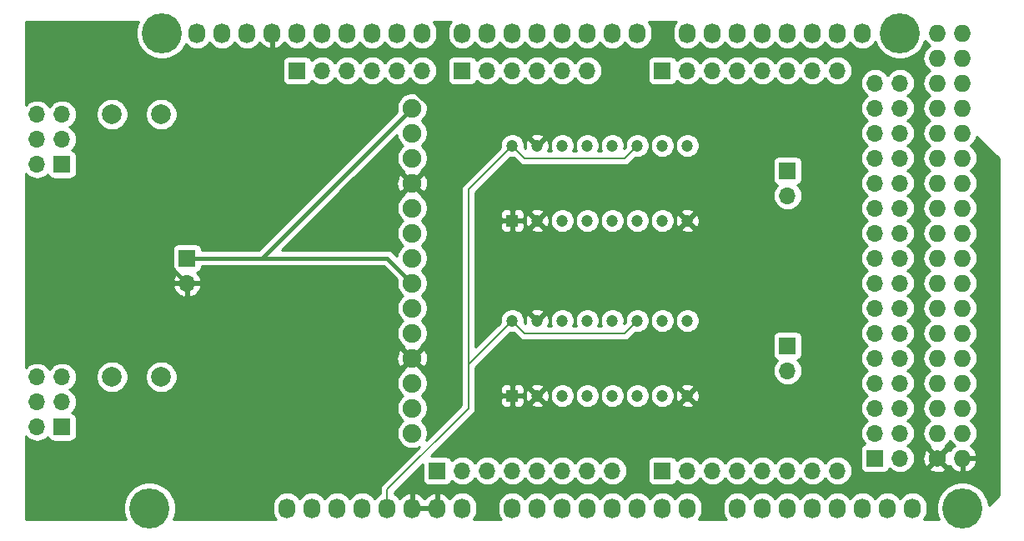
<source format=gbl>
G04 #@! TF.GenerationSoftware,KiCad,Pcbnew,(5.1.2-1)-1*
G04 #@! TF.CreationDate,2019-07-15T01:53:25+09:00*
G04 #@! TF.ProjectId,powerpack-shield,706f7765-7270-4616-936b-2d736869656c,rev?*
G04 #@! TF.SameCoordinates,PX6296c50PY74079d0*
G04 #@! TF.FileFunction,Copper,L2,Bot*
G04 #@! TF.FilePolarity,Positive*
%FSLAX46Y46*%
G04 Gerber Fmt 4.6, Leading zero omitted, Abs format (unit mm)*
G04 Created by KiCad (PCBNEW (5.1.2-1)-1) date 2019-07-15 01:53:25*
%MOMM*%
%LPD*%
G04 APERTURE LIST*
%ADD10C,1.727200*%
%ADD11O,1.727200X1.727200*%
%ADD12O,1.727200X2.032000*%
%ADD13C,4.064000*%
%ADD14R,1.700000X1.700000*%
%ADD15O,1.700000X1.700000*%
%ADD16C,2.000000*%
%ADD17C,1.900000*%
%ADD18R,1.200000X1.200000*%
%ADD19C,1.200000*%
%ADD20C,0.200000*%
%ADD21C,0.400000*%
%ADD22C,0.254000*%
G04 APERTURE END LIST*
D10*
X93980000Y7620000D03*
D11*
X96520000Y7620000D03*
X93980000Y10160000D03*
X96520000Y10160000D03*
X93980000Y12700000D03*
X96520000Y12700000D03*
X93980000Y15240000D03*
X96520000Y15240000D03*
X93980000Y17780000D03*
X96520000Y17780000D03*
X93980000Y20320000D03*
X96520000Y20320000D03*
X93980000Y22860000D03*
X96520000Y22860000D03*
X93980000Y25400000D03*
X96520000Y25400000D03*
X93980000Y27940000D03*
X96520000Y27940000D03*
X93980000Y30480000D03*
X96520000Y30480000D03*
X93980000Y33020000D03*
X96520000Y33020000D03*
X93980000Y35560000D03*
X96520000Y35560000D03*
X93980000Y38100000D03*
X96520000Y38100000D03*
X93980000Y40640000D03*
X96520000Y40640000D03*
X93980000Y43180000D03*
X96520000Y43180000D03*
X93980000Y45720000D03*
X96520000Y45720000D03*
X93980000Y48260000D03*
X96520000Y48260000D03*
X93980000Y50800000D03*
X96520000Y50800000D03*
D12*
X27940000Y2540000D03*
X30480000Y2540000D03*
X33020000Y2540000D03*
X35560000Y2540000D03*
X38100000Y2540000D03*
X40640000Y2540000D03*
X43180000Y2540000D03*
X45720000Y2540000D03*
X50800000Y2540000D03*
X53340000Y2540000D03*
X55880000Y2540000D03*
X58420000Y2540000D03*
X60960000Y2540000D03*
X63500000Y2540000D03*
X66040000Y2540000D03*
X68580000Y2540000D03*
X73660000Y2540000D03*
X76200000Y2540000D03*
X78740000Y2540000D03*
X81280000Y2540000D03*
X83820000Y2540000D03*
X86360000Y2540000D03*
X88900000Y2540000D03*
X91440000Y2540000D03*
X18796000Y50800000D03*
X21336000Y50800000D03*
X23876000Y50800000D03*
X26416000Y50800000D03*
X28956000Y50800000D03*
X31496000Y50800000D03*
X34036000Y50800000D03*
X36576000Y50800000D03*
X39116000Y50800000D03*
X41656000Y50800000D03*
X45720000Y50800000D03*
X48260000Y50800000D03*
X50800000Y50800000D03*
X53340000Y50800000D03*
X55880000Y50800000D03*
X58420000Y50800000D03*
X60960000Y50800000D03*
X63500000Y50800000D03*
X68580000Y50800000D03*
X71120000Y50800000D03*
X73660000Y50800000D03*
X76200000Y50800000D03*
X78740000Y50800000D03*
X81280000Y50800000D03*
X83820000Y50800000D03*
X86360000Y50800000D03*
D13*
X13970000Y2540000D03*
X96520000Y2540000D03*
X15240000Y50800000D03*
X90170000Y50800000D03*
D14*
X87630000Y7620000D03*
D15*
X90170000Y7620000D03*
X87630000Y10160000D03*
X90170000Y10160000D03*
X87630000Y12700000D03*
X90170000Y12700000D03*
X87630000Y15240000D03*
X90170000Y15240000D03*
X87630000Y17780000D03*
X90170000Y17780000D03*
X87630000Y20320000D03*
X90170000Y20320000D03*
X87630000Y22860000D03*
X90170000Y22860000D03*
X87630000Y25400000D03*
X90170000Y25400000D03*
X87630000Y27940000D03*
X90170000Y27940000D03*
X87630000Y30480000D03*
X90170000Y30480000D03*
X87630000Y33020000D03*
X90170000Y33020000D03*
X87630000Y35560000D03*
X90170000Y35560000D03*
X87630000Y38100000D03*
X90170000Y38100000D03*
X87630000Y40640000D03*
X90170000Y40640000D03*
X87630000Y43180000D03*
X90170000Y43180000D03*
X87630000Y45720000D03*
X90170000Y45720000D03*
D14*
X43180000Y6350000D03*
D15*
X45720000Y6350000D03*
X48260000Y6350000D03*
X50800000Y6350000D03*
X53340000Y6350000D03*
X55880000Y6350000D03*
X58420000Y6350000D03*
X60960000Y6350000D03*
X83820000Y6350000D03*
X81280000Y6350000D03*
X78740000Y6350000D03*
X76200000Y6350000D03*
X73660000Y6350000D03*
X71120000Y6350000D03*
X68580000Y6350000D03*
D14*
X66040000Y6350000D03*
X66040000Y46990000D03*
D15*
X68580000Y46990000D03*
X71120000Y46990000D03*
X73660000Y46990000D03*
X76200000Y46990000D03*
X78740000Y46990000D03*
X81280000Y46990000D03*
X83820000Y46990000D03*
D14*
X28956000Y46990000D03*
D15*
X31496000Y46990000D03*
X34036000Y46990000D03*
X36576000Y46990000D03*
X39116000Y46990000D03*
X41656000Y46990000D03*
X58420000Y46990000D03*
X55880000Y46990000D03*
X53340000Y46990000D03*
X50800000Y46990000D03*
X48260000Y46990000D03*
D14*
X45720000Y46990000D03*
D16*
X10160000Y15875000D03*
X15160000Y15875000D03*
D17*
X40640000Y25400000D03*
X40640000Y22860000D03*
X40640000Y20320000D03*
X40640000Y17780000D03*
X40640000Y15240000D03*
X40640000Y12700000D03*
X40640000Y10160000D03*
D18*
X50800000Y13970000D03*
D19*
X53340000Y13970000D03*
X55880000Y13970000D03*
X58420000Y13970000D03*
X60960000Y13970000D03*
X63500000Y13970000D03*
X66040000Y13970000D03*
X68580000Y13970000D03*
X68580000Y21590000D03*
X66040000Y21590000D03*
X63500000Y21590000D03*
X60960000Y21590000D03*
X58420000Y21590000D03*
X55880000Y21590000D03*
X53340000Y21590000D03*
X50800000Y21590000D03*
D14*
X5080000Y10795000D03*
D15*
X2540000Y10795000D03*
X5080000Y13335000D03*
X2540000Y13335000D03*
X5080000Y15875000D03*
X2540000Y15875000D03*
D14*
X78740000Y19050000D03*
D15*
X78740000Y16510000D03*
D14*
X17780000Y27940000D03*
D15*
X17780000Y25400000D03*
D16*
X10160000Y42545000D03*
X15160000Y42545000D03*
D17*
X40640000Y43180000D03*
X40640000Y40640000D03*
X40640000Y38100000D03*
X40640000Y35560000D03*
X40640000Y33020000D03*
X40640000Y30480000D03*
X40640000Y27940000D03*
D18*
X50800000Y31750000D03*
D19*
X53340000Y31750000D03*
X55880000Y31750000D03*
X58420000Y31750000D03*
X60960000Y31750000D03*
X63500000Y31750000D03*
X66040000Y31750000D03*
X68580000Y31750000D03*
X68580000Y39370000D03*
X66040000Y39370000D03*
X63500000Y39370000D03*
X60960000Y39370000D03*
X58420000Y39370000D03*
X55880000Y39370000D03*
X53340000Y39370000D03*
X50800000Y39370000D03*
D14*
X5080000Y37465000D03*
D15*
X2540000Y37465000D03*
X5080000Y40005000D03*
X2540000Y40005000D03*
X5080000Y42545000D03*
X2540000Y42545000D03*
D14*
X78740000Y36830000D03*
D15*
X78740000Y34290000D03*
D20*
X68580000Y13970000D02*
X69850000Y15240000D01*
X69850000Y15240000D02*
X69850000Y30480000D01*
X69850000Y30480000D02*
X68580000Y31750000D01*
X53939999Y32349999D02*
X53340000Y31750000D01*
X54610000Y33020000D02*
X53939999Y32349999D01*
X67310000Y33020000D02*
X54610000Y33020000D01*
X68580000Y31750000D02*
X67310000Y33020000D01*
X53939999Y14569999D02*
X53340000Y13970000D01*
X54610000Y15240000D02*
X53939999Y14569999D01*
X67310000Y15240000D02*
X54610000Y15240000D01*
X68580000Y13970000D02*
X67310000Y15240000D01*
D21*
X17780000Y25400000D02*
X33020000Y25400000D01*
X33020000Y25400000D02*
X40640000Y17780000D01*
X16930001Y26249999D02*
X17780000Y25400000D01*
X15875000Y27305000D02*
X16930001Y26249999D01*
X15875000Y29210000D02*
X15875000Y27305000D01*
X42545000Y37465000D02*
X42545000Y43273002D01*
X31750000Y45085000D02*
X15875000Y29210000D01*
X40733002Y45085000D02*
X31750000Y45085000D01*
X42545000Y43273002D02*
X40733002Y45085000D01*
X40640000Y35560000D02*
X42545000Y37465000D01*
D20*
X62900001Y38770001D02*
X63500000Y39370000D01*
X62230000Y38100000D02*
X62900001Y38770001D01*
X52070000Y38100000D02*
X62230000Y38100000D01*
X50800000Y39370000D02*
X52070000Y38100000D01*
X62230000Y20320000D02*
X62900001Y20990001D01*
X52070000Y20320000D02*
X62230000Y20320000D01*
X62900001Y20990001D02*
X63500000Y21590000D01*
X50800000Y21590000D02*
X52070000Y20320000D01*
X46355000Y17145000D02*
X50800000Y21590000D01*
X46355000Y34925000D02*
X50800000Y39370000D01*
X46355000Y17145000D02*
X46355000Y34925000D01*
X46355000Y12700000D02*
X46355000Y17145000D01*
X38100000Y4445000D02*
X46355000Y12700000D01*
X38100000Y2540000D02*
X38100000Y4445000D01*
D21*
X25400000Y27940000D02*
X40640000Y43180000D01*
X17780000Y27940000D02*
X25400000Y27940000D01*
X38100000Y27940000D02*
X40640000Y25400000D01*
X25400000Y27940000D02*
X38100000Y27940000D01*
D22*
G36*
X12675492Y51577935D02*
G01*
X12573000Y51062677D01*
X12573000Y50537323D01*
X12675492Y50022065D01*
X12876536Y49536702D01*
X13168406Y49099887D01*
X13539887Y48728406D01*
X13976702Y48436536D01*
X14462065Y48235492D01*
X14977323Y48133000D01*
X15502677Y48133000D01*
X16017935Y48235492D01*
X16503298Y48436536D01*
X16940113Y48728406D01*
X17311594Y49099887D01*
X17603464Y49536702D01*
X17659001Y49670781D01*
X17731203Y49582803D01*
X17959395Y49395531D01*
X18219737Y49256375D01*
X18502224Y49170684D01*
X18796000Y49141749D01*
X19089777Y49170684D01*
X19372264Y49256375D01*
X19632606Y49395531D01*
X19860797Y49582803D01*
X20048069Y49810994D01*
X20066000Y49844541D01*
X20083931Y49810994D01*
X20271203Y49582803D01*
X20499395Y49395531D01*
X20759737Y49256375D01*
X21042224Y49170684D01*
X21336000Y49141749D01*
X21629777Y49170684D01*
X21912264Y49256375D01*
X22172606Y49395531D01*
X22400797Y49582803D01*
X22588069Y49810994D01*
X22606000Y49844541D01*
X22623931Y49810994D01*
X22811203Y49582803D01*
X23039395Y49395531D01*
X23299737Y49256375D01*
X23582224Y49170684D01*
X23876000Y49141749D01*
X24169777Y49170684D01*
X24452264Y49256375D01*
X24712606Y49395531D01*
X24940797Y49582803D01*
X25128069Y49810994D01*
X25149424Y49850947D01*
X25297514Y49648271D01*
X25513965Y49449267D01*
X25765081Y49296314D01*
X26041211Y49195291D01*
X26056974Y49192642D01*
X26289000Y49313783D01*
X26289000Y50673000D01*
X26269000Y50673000D01*
X26269000Y50927000D01*
X26289000Y50927000D01*
X26289000Y50947000D01*
X26543000Y50947000D01*
X26543000Y50927000D01*
X26563000Y50927000D01*
X26563000Y50673000D01*
X26543000Y50673000D01*
X26543000Y49313783D01*
X26775026Y49192642D01*
X26790789Y49195291D01*
X27066919Y49296314D01*
X27318035Y49449267D01*
X27534486Y49648271D01*
X27682576Y49850947D01*
X27703931Y49810994D01*
X27891203Y49582803D01*
X28119395Y49395531D01*
X28379737Y49256375D01*
X28662224Y49170684D01*
X28956000Y49141749D01*
X29249777Y49170684D01*
X29532264Y49256375D01*
X29792606Y49395531D01*
X30020797Y49582803D01*
X30208069Y49810994D01*
X30226000Y49844541D01*
X30243931Y49810994D01*
X30431203Y49582803D01*
X30659395Y49395531D01*
X30919737Y49256375D01*
X31202224Y49170684D01*
X31496000Y49141749D01*
X31789777Y49170684D01*
X32072264Y49256375D01*
X32332606Y49395531D01*
X32560797Y49582803D01*
X32748069Y49810994D01*
X32766000Y49844541D01*
X32783931Y49810994D01*
X32971203Y49582803D01*
X33199395Y49395531D01*
X33459737Y49256375D01*
X33742224Y49170684D01*
X34036000Y49141749D01*
X34329777Y49170684D01*
X34612264Y49256375D01*
X34872606Y49395531D01*
X35100797Y49582803D01*
X35288069Y49810994D01*
X35306000Y49844541D01*
X35323931Y49810994D01*
X35511203Y49582803D01*
X35739395Y49395531D01*
X35999737Y49256375D01*
X36282224Y49170684D01*
X36576000Y49141749D01*
X36869777Y49170684D01*
X37152264Y49256375D01*
X37412606Y49395531D01*
X37640797Y49582803D01*
X37828069Y49810994D01*
X37846000Y49844541D01*
X37863931Y49810994D01*
X38051203Y49582803D01*
X38279395Y49395531D01*
X38539737Y49256375D01*
X38822224Y49170684D01*
X39116000Y49141749D01*
X39409777Y49170684D01*
X39692264Y49256375D01*
X39952606Y49395531D01*
X40180797Y49582803D01*
X40368069Y49810994D01*
X40386000Y49844541D01*
X40403931Y49810994D01*
X40591203Y49582803D01*
X40819395Y49395531D01*
X41079737Y49256375D01*
X41362224Y49170684D01*
X41656000Y49141749D01*
X41949777Y49170684D01*
X42232264Y49256375D01*
X42492606Y49395531D01*
X42720797Y49582803D01*
X42908069Y49810994D01*
X43047225Y50071337D01*
X43132916Y50353824D01*
X43154600Y50573982D01*
X43154600Y51026019D01*
X43132916Y51246177D01*
X43047225Y51528664D01*
X42908069Y51789006D01*
X42781689Y51943000D01*
X44594311Y51943000D01*
X44467931Y51789005D01*
X44328775Y51528663D01*
X44243084Y51246176D01*
X44221400Y51026018D01*
X44221400Y50573981D01*
X44243084Y50353823D01*
X44328775Y50071336D01*
X44467931Y49810994D01*
X44655203Y49582803D01*
X44883395Y49395531D01*
X45143737Y49256375D01*
X45426224Y49170684D01*
X45720000Y49141749D01*
X46013777Y49170684D01*
X46296264Y49256375D01*
X46556606Y49395531D01*
X46784797Y49582803D01*
X46972069Y49810994D01*
X46990000Y49844541D01*
X47007931Y49810994D01*
X47195203Y49582803D01*
X47423395Y49395531D01*
X47683737Y49256375D01*
X47966224Y49170684D01*
X48260000Y49141749D01*
X48553777Y49170684D01*
X48836264Y49256375D01*
X49096606Y49395531D01*
X49324797Y49582803D01*
X49512069Y49810994D01*
X49530000Y49844541D01*
X49547931Y49810994D01*
X49735203Y49582803D01*
X49963395Y49395531D01*
X50223737Y49256375D01*
X50506224Y49170684D01*
X50800000Y49141749D01*
X51093777Y49170684D01*
X51376264Y49256375D01*
X51636606Y49395531D01*
X51864797Y49582803D01*
X52052069Y49810994D01*
X52070000Y49844541D01*
X52087931Y49810994D01*
X52275203Y49582803D01*
X52503395Y49395531D01*
X52763737Y49256375D01*
X53046224Y49170684D01*
X53340000Y49141749D01*
X53633777Y49170684D01*
X53916264Y49256375D01*
X54176606Y49395531D01*
X54404797Y49582803D01*
X54592069Y49810994D01*
X54610000Y49844541D01*
X54627931Y49810994D01*
X54815203Y49582803D01*
X55043395Y49395531D01*
X55303737Y49256375D01*
X55586224Y49170684D01*
X55880000Y49141749D01*
X56173777Y49170684D01*
X56456264Y49256375D01*
X56716606Y49395531D01*
X56944797Y49582803D01*
X57132069Y49810994D01*
X57150000Y49844541D01*
X57167931Y49810994D01*
X57355203Y49582803D01*
X57583395Y49395531D01*
X57843737Y49256375D01*
X58126224Y49170684D01*
X58420000Y49141749D01*
X58713777Y49170684D01*
X58996264Y49256375D01*
X59256606Y49395531D01*
X59484797Y49582803D01*
X59672069Y49810994D01*
X59690000Y49844541D01*
X59707931Y49810994D01*
X59895203Y49582803D01*
X60123395Y49395531D01*
X60383737Y49256375D01*
X60666224Y49170684D01*
X60960000Y49141749D01*
X61253777Y49170684D01*
X61536264Y49256375D01*
X61796606Y49395531D01*
X62024797Y49582803D01*
X62212069Y49810994D01*
X62230000Y49844541D01*
X62247931Y49810994D01*
X62435203Y49582803D01*
X62663395Y49395531D01*
X62923737Y49256375D01*
X63206224Y49170684D01*
X63500000Y49141749D01*
X63793777Y49170684D01*
X64076264Y49256375D01*
X64336606Y49395531D01*
X64564797Y49582803D01*
X64752069Y49810994D01*
X64891225Y50071337D01*
X64976916Y50353824D01*
X64998600Y50573982D01*
X64998600Y51026019D01*
X64976916Y51246177D01*
X64891225Y51528664D01*
X64752069Y51789006D01*
X64625689Y51943000D01*
X67454311Y51943000D01*
X67327931Y51789005D01*
X67188775Y51528663D01*
X67103084Y51246176D01*
X67081400Y51026018D01*
X67081400Y50573981D01*
X67103084Y50353823D01*
X67188775Y50071336D01*
X67327931Y49810994D01*
X67515203Y49582803D01*
X67743395Y49395531D01*
X68003737Y49256375D01*
X68286224Y49170684D01*
X68580000Y49141749D01*
X68873777Y49170684D01*
X69156264Y49256375D01*
X69416606Y49395531D01*
X69644797Y49582803D01*
X69832069Y49810994D01*
X69850000Y49844541D01*
X69867931Y49810994D01*
X70055203Y49582803D01*
X70283395Y49395531D01*
X70543737Y49256375D01*
X70826224Y49170684D01*
X71120000Y49141749D01*
X71413777Y49170684D01*
X71696264Y49256375D01*
X71956606Y49395531D01*
X72184797Y49582803D01*
X72372069Y49810994D01*
X72390000Y49844541D01*
X72407931Y49810994D01*
X72595203Y49582803D01*
X72823395Y49395531D01*
X73083737Y49256375D01*
X73366224Y49170684D01*
X73660000Y49141749D01*
X73953777Y49170684D01*
X74236264Y49256375D01*
X74496606Y49395531D01*
X74724797Y49582803D01*
X74912069Y49810994D01*
X74930000Y49844541D01*
X74947931Y49810994D01*
X75135203Y49582803D01*
X75363395Y49395531D01*
X75623737Y49256375D01*
X75906224Y49170684D01*
X76200000Y49141749D01*
X76493777Y49170684D01*
X76776264Y49256375D01*
X77036606Y49395531D01*
X77264797Y49582803D01*
X77452069Y49810994D01*
X77470000Y49844541D01*
X77487931Y49810994D01*
X77675203Y49582803D01*
X77903395Y49395531D01*
X78163737Y49256375D01*
X78446224Y49170684D01*
X78740000Y49141749D01*
X79033777Y49170684D01*
X79316264Y49256375D01*
X79576606Y49395531D01*
X79804797Y49582803D01*
X79992069Y49810994D01*
X80010000Y49844541D01*
X80027931Y49810994D01*
X80215203Y49582803D01*
X80443395Y49395531D01*
X80703737Y49256375D01*
X80986224Y49170684D01*
X81280000Y49141749D01*
X81573777Y49170684D01*
X81856264Y49256375D01*
X82116606Y49395531D01*
X82344797Y49582803D01*
X82532069Y49810994D01*
X82550000Y49844541D01*
X82567931Y49810994D01*
X82755203Y49582803D01*
X82983395Y49395531D01*
X83243737Y49256375D01*
X83526224Y49170684D01*
X83820000Y49141749D01*
X84113777Y49170684D01*
X84396264Y49256375D01*
X84656606Y49395531D01*
X84884797Y49582803D01*
X85072069Y49810994D01*
X85090000Y49844541D01*
X85107931Y49810994D01*
X85295203Y49582803D01*
X85523395Y49395531D01*
X85783737Y49256375D01*
X86066224Y49170684D01*
X86360000Y49141749D01*
X86653777Y49170684D01*
X86936264Y49256375D01*
X87196606Y49395531D01*
X87424797Y49582803D01*
X87612069Y49810994D01*
X87657621Y49896215D01*
X87806536Y49536702D01*
X88098406Y49099887D01*
X88469887Y48728406D01*
X88906702Y48436536D01*
X89392065Y48235492D01*
X89907323Y48133000D01*
X90432677Y48133000D01*
X90947935Y48235492D01*
X91433298Y48436536D01*
X91870113Y48728406D01*
X92241594Y49099887D01*
X92533464Y49536702D01*
X92717945Y49982077D01*
X92727931Y49963394D01*
X92915203Y49735203D01*
X93143394Y49547931D01*
X93176940Y49530000D01*
X93143394Y49512069D01*
X92915203Y49324797D01*
X92727931Y49096606D01*
X92588775Y48836264D01*
X92503084Y48553777D01*
X92474149Y48260000D01*
X92503084Y47966223D01*
X92588775Y47683736D01*
X92727931Y47423394D01*
X92915203Y47195203D01*
X93143394Y47007931D01*
X93176940Y46990000D01*
X93143394Y46972069D01*
X92915203Y46784797D01*
X92727931Y46556606D01*
X92588775Y46296264D01*
X92503084Y46013777D01*
X92474149Y45720000D01*
X92503084Y45426223D01*
X92588775Y45143736D01*
X92727931Y44883394D01*
X92915203Y44655203D01*
X93143394Y44467931D01*
X93176940Y44450000D01*
X93143394Y44432069D01*
X92915203Y44244797D01*
X92727931Y44016606D01*
X92588775Y43756264D01*
X92503084Y43473777D01*
X92474149Y43180000D01*
X92503084Y42886223D01*
X92588775Y42603736D01*
X92727931Y42343394D01*
X92915203Y42115203D01*
X93143394Y41927931D01*
X93176940Y41910000D01*
X93143394Y41892069D01*
X92915203Y41704797D01*
X92727931Y41476606D01*
X92588775Y41216264D01*
X92503084Y40933777D01*
X92474149Y40640000D01*
X92503084Y40346223D01*
X92588775Y40063736D01*
X92727931Y39803394D01*
X92915203Y39575203D01*
X93143394Y39387931D01*
X93176940Y39370000D01*
X93143394Y39352069D01*
X92915203Y39164797D01*
X92727931Y38936606D01*
X92588775Y38676264D01*
X92503084Y38393777D01*
X92474149Y38100000D01*
X92503084Y37806223D01*
X92588775Y37523736D01*
X92727931Y37263394D01*
X92915203Y37035203D01*
X93143394Y36847931D01*
X93176940Y36830000D01*
X93143394Y36812069D01*
X92915203Y36624797D01*
X92727931Y36396606D01*
X92588775Y36136264D01*
X92503084Y35853777D01*
X92474149Y35560000D01*
X92503084Y35266223D01*
X92588775Y34983736D01*
X92727931Y34723394D01*
X92915203Y34495203D01*
X93143394Y34307931D01*
X93176940Y34290000D01*
X93143394Y34272069D01*
X92915203Y34084797D01*
X92727931Y33856606D01*
X92588775Y33596264D01*
X92503084Y33313777D01*
X92474149Y33020000D01*
X92503084Y32726223D01*
X92588775Y32443736D01*
X92727931Y32183394D01*
X92915203Y31955203D01*
X93143394Y31767931D01*
X93176940Y31750000D01*
X93143394Y31732069D01*
X92915203Y31544797D01*
X92727931Y31316606D01*
X92588775Y31056264D01*
X92503084Y30773777D01*
X92474149Y30480000D01*
X92503084Y30186223D01*
X92588775Y29903736D01*
X92727931Y29643394D01*
X92915203Y29415203D01*
X93143394Y29227931D01*
X93176940Y29210000D01*
X93143394Y29192069D01*
X92915203Y29004797D01*
X92727931Y28776606D01*
X92588775Y28516264D01*
X92503084Y28233777D01*
X92474149Y27940000D01*
X92503084Y27646223D01*
X92588775Y27363736D01*
X92727931Y27103394D01*
X92915203Y26875203D01*
X93143394Y26687931D01*
X93176940Y26670000D01*
X93143394Y26652069D01*
X92915203Y26464797D01*
X92727931Y26236606D01*
X92588775Y25976264D01*
X92503084Y25693777D01*
X92474149Y25400000D01*
X92503084Y25106223D01*
X92588775Y24823736D01*
X92727931Y24563394D01*
X92915203Y24335203D01*
X93143394Y24147931D01*
X93176940Y24130000D01*
X93143394Y24112069D01*
X92915203Y23924797D01*
X92727931Y23696606D01*
X92588775Y23436264D01*
X92503084Y23153777D01*
X92474149Y22860000D01*
X92503084Y22566223D01*
X92588775Y22283736D01*
X92727931Y22023394D01*
X92915203Y21795203D01*
X93143394Y21607931D01*
X93176940Y21590000D01*
X93143394Y21572069D01*
X92915203Y21384797D01*
X92727931Y21156606D01*
X92588775Y20896264D01*
X92503084Y20613777D01*
X92474149Y20320000D01*
X92503084Y20026223D01*
X92588775Y19743736D01*
X92727931Y19483394D01*
X92915203Y19255203D01*
X93143394Y19067931D01*
X93176940Y19050000D01*
X93143394Y19032069D01*
X92915203Y18844797D01*
X92727931Y18616606D01*
X92588775Y18356264D01*
X92503084Y18073777D01*
X92474149Y17780000D01*
X92503084Y17486223D01*
X92588775Y17203736D01*
X92727931Y16943394D01*
X92915203Y16715203D01*
X93143394Y16527931D01*
X93176940Y16510000D01*
X93143394Y16492069D01*
X92915203Y16304797D01*
X92727931Y16076606D01*
X92588775Y15816264D01*
X92503084Y15533777D01*
X92474149Y15240000D01*
X92503084Y14946223D01*
X92588775Y14663736D01*
X92727931Y14403394D01*
X92915203Y14175203D01*
X93143394Y13987931D01*
X93176940Y13970000D01*
X93143394Y13952069D01*
X92915203Y13764797D01*
X92727931Y13536606D01*
X92588775Y13276264D01*
X92503084Y12993777D01*
X92474149Y12700000D01*
X92503084Y12406223D01*
X92588775Y12123736D01*
X92727931Y11863394D01*
X92915203Y11635203D01*
X93143394Y11447931D01*
X93176940Y11430000D01*
X93143394Y11412069D01*
X92915203Y11224797D01*
X92727931Y10996606D01*
X92588775Y10736264D01*
X92503084Y10453777D01*
X92474149Y10160000D01*
X92503084Y9866223D01*
X92588775Y9583736D01*
X92727931Y9323394D01*
X92915203Y9095203D01*
X93143394Y8907931D01*
X93192305Y8881787D01*
X93121501Y8658104D01*
X93980000Y7799605D01*
X94838499Y8658104D01*
X94767695Y8881787D01*
X94816606Y8907931D01*
X95044797Y9095203D01*
X95232069Y9323394D01*
X95250000Y9356940D01*
X95267931Y9323394D01*
X95455203Y9095203D01*
X95683394Y8907931D01*
X95723433Y8886530D01*
X95509707Y8726854D01*
X95313183Y8508488D01*
X95251434Y8404641D01*
X95018104Y8478499D01*
X94159605Y7620000D01*
X95018104Y6761501D01*
X95251434Y6835359D01*
X95313183Y6731512D01*
X95509707Y6513146D01*
X95745056Y6337316D01*
X96010186Y6210778D01*
X96160974Y6165042D01*
X96393000Y6286183D01*
X96393000Y7493000D01*
X96647000Y7493000D01*
X96647000Y6286183D01*
X96879026Y6165042D01*
X97029814Y6210778D01*
X97294944Y6337316D01*
X97530293Y6513146D01*
X97726817Y6731512D01*
X97876964Y6984022D01*
X97974963Y7260973D01*
X97854464Y7493000D01*
X96647000Y7493000D01*
X96393000Y7493000D01*
X96373000Y7493000D01*
X96373000Y7747000D01*
X96393000Y7747000D01*
X96393000Y7767000D01*
X96647000Y7767000D01*
X96647000Y7747000D01*
X97854464Y7747000D01*
X97974963Y7979027D01*
X97876964Y8255978D01*
X97726817Y8508488D01*
X97530293Y8726854D01*
X97316567Y8886530D01*
X97356606Y8907931D01*
X97584797Y9095203D01*
X97772069Y9323394D01*
X97911225Y9583736D01*
X97996916Y9866223D01*
X98025851Y10160000D01*
X97996916Y10453777D01*
X97911225Y10736264D01*
X97772069Y10996606D01*
X97584797Y11224797D01*
X97356606Y11412069D01*
X97323060Y11430000D01*
X97356606Y11447931D01*
X97584797Y11635203D01*
X97772069Y11863394D01*
X97911225Y12123736D01*
X97996916Y12406223D01*
X98025851Y12700000D01*
X97996916Y12993777D01*
X97911225Y13276264D01*
X97772069Y13536606D01*
X97584797Y13764797D01*
X97356606Y13952069D01*
X97323060Y13970000D01*
X97356606Y13987931D01*
X97584797Y14175203D01*
X97772069Y14403394D01*
X97911225Y14663736D01*
X97996916Y14946223D01*
X98025851Y15240000D01*
X97996916Y15533777D01*
X97911225Y15816264D01*
X97772069Y16076606D01*
X97584797Y16304797D01*
X97356606Y16492069D01*
X97323060Y16510000D01*
X97356606Y16527931D01*
X97584797Y16715203D01*
X97772069Y16943394D01*
X97911225Y17203736D01*
X97996916Y17486223D01*
X98025851Y17780000D01*
X97996916Y18073777D01*
X97911225Y18356264D01*
X97772069Y18616606D01*
X97584797Y18844797D01*
X97356606Y19032069D01*
X97323060Y19050000D01*
X97356606Y19067931D01*
X97584797Y19255203D01*
X97772069Y19483394D01*
X97911225Y19743736D01*
X97996916Y20026223D01*
X98025851Y20320000D01*
X97996916Y20613777D01*
X97911225Y20896264D01*
X97772069Y21156606D01*
X97584797Y21384797D01*
X97356606Y21572069D01*
X97323060Y21590000D01*
X97356606Y21607931D01*
X97584797Y21795203D01*
X97772069Y22023394D01*
X97911225Y22283736D01*
X97996916Y22566223D01*
X98025851Y22860000D01*
X97996916Y23153777D01*
X97911225Y23436264D01*
X97772069Y23696606D01*
X97584797Y23924797D01*
X97356606Y24112069D01*
X97323060Y24130000D01*
X97356606Y24147931D01*
X97584797Y24335203D01*
X97772069Y24563394D01*
X97911225Y24823736D01*
X97996916Y25106223D01*
X98025851Y25400000D01*
X97996916Y25693777D01*
X97911225Y25976264D01*
X97772069Y26236606D01*
X97584797Y26464797D01*
X97356606Y26652069D01*
X97323060Y26670000D01*
X97356606Y26687931D01*
X97584797Y26875203D01*
X97772069Y27103394D01*
X97911225Y27363736D01*
X97996916Y27646223D01*
X98025851Y27940000D01*
X97996916Y28233777D01*
X97911225Y28516264D01*
X97772069Y28776606D01*
X97584797Y29004797D01*
X97356606Y29192069D01*
X97323060Y29210000D01*
X97356606Y29227931D01*
X97584797Y29415203D01*
X97772069Y29643394D01*
X97911225Y29903736D01*
X97996916Y30186223D01*
X98025851Y30480000D01*
X97996916Y30773777D01*
X97911225Y31056264D01*
X97772069Y31316606D01*
X97584797Y31544797D01*
X97356606Y31732069D01*
X97323060Y31750000D01*
X97356606Y31767931D01*
X97584797Y31955203D01*
X97772069Y32183394D01*
X97911225Y32443736D01*
X97996916Y32726223D01*
X98025851Y33020000D01*
X97996916Y33313777D01*
X97911225Y33596264D01*
X97772069Y33856606D01*
X97584797Y34084797D01*
X97356606Y34272069D01*
X97323060Y34290000D01*
X97356606Y34307931D01*
X97584797Y34495203D01*
X97772069Y34723394D01*
X97911225Y34983736D01*
X97996916Y35266223D01*
X98025851Y35560000D01*
X97996916Y35853777D01*
X97911225Y36136264D01*
X97772069Y36396606D01*
X97584797Y36624797D01*
X97356606Y36812069D01*
X97323060Y36830000D01*
X97356606Y36847931D01*
X97584797Y37035203D01*
X97772069Y37263394D01*
X97911225Y37523736D01*
X97996916Y37806223D01*
X98025851Y38100000D01*
X97996916Y38393777D01*
X97911225Y38676264D01*
X97772069Y38936606D01*
X97584797Y39164797D01*
X97356606Y39352069D01*
X97323060Y39370000D01*
X97356606Y39387931D01*
X97584797Y39575203D01*
X97772069Y39803394D01*
X97911225Y40063736D01*
X97975330Y40275064D01*
X100203000Y38047394D01*
X100203000Y3862606D01*
X99179712Y2839318D01*
X99084508Y3317935D01*
X98883464Y3803298D01*
X98591594Y4240113D01*
X98220113Y4611594D01*
X97783298Y4903464D01*
X97297935Y5104508D01*
X96782677Y5207000D01*
X96257323Y5207000D01*
X95742065Y5104508D01*
X95256702Y4903464D01*
X94819887Y4611594D01*
X94448406Y4240113D01*
X94156536Y3803298D01*
X93955492Y3317935D01*
X93853000Y2802677D01*
X93853000Y2277323D01*
X93955492Y1762065D01*
X94106707Y1397000D01*
X92565689Y1397000D01*
X92692069Y1550994D01*
X92831225Y1811337D01*
X92916916Y2093824D01*
X92938600Y2313982D01*
X92938600Y2766019D01*
X92916916Y2986177D01*
X92831225Y3268664D01*
X92692069Y3529006D01*
X92504797Y3757197D01*
X92276605Y3944469D01*
X92016263Y4083625D01*
X91733776Y4169316D01*
X91440000Y4198251D01*
X91146223Y4169316D01*
X90863736Y4083625D01*
X90603394Y3944469D01*
X90375203Y3757197D01*
X90187931Y3529005D01*
X90170000Y3495459D01*
X90152069Y3529006D01*
X89964797Y3757197D01*
X89736605Y3944469D01*
X89476263Y4083625D01*
X89193776Y4169316D01*
X88900000Y4198251D01*
X88606223Y4169316D01*
X88323736Y4083625D01*
X88063394Y3944469D01*
X87835203Y3757197D01*
X87647931Y3529005D01*
X87630000Y3495459D01*
X87612069Y3529006D01*
X87424797Y3757197D01*
X87196605Y3944469D01*
X86936263Y4083625D01*
X86653776Y4169316D01*
X86360000Y4198251D01*
X86066223Y4169316D01*
X85783736Y4083625D01*
X85523394Y3944469D01*
X85295203Y3757197D01*
X85107931Y3529005D01*
X85090000Y3495459D01*
X85072069Y3529006D01*
X84884797Y3757197D01*
X84656605Y3944469D01*
X84396263Y4083625D01*
X84113776Y4169316D01*
X83820000Y4198251D01*
X83526223Y4169316D01*
X83243736Y4083625D01*
X82983394Y3944469D01*
X82755203Y3757197D01*
X82567931Y3529005D01*
X82550000Y3495459D01*
X82532069Y3529006D01*
X82344797Y3757197D01*
X82116605Y3944469D01*
X81856263Y4083625D01*
X81573776Y4169316D01*
X81280000Y4198251D01*
X80986223Y4169316D01*
X80703736Y4083625D01*
X80443394Y3944469D01*
X80215203Y3757197D01*
X80027931Y3529005D01*
X80010000Y3495459D01*
X79992069Y3529006D01*
X79804797Y3757197D01*
X79576605Y3944469D01*
X79316263Y4083625D01*
X79033776Y4169316D01*
X78740000Y4198251D01*
X78446223Y4169316D01*
X78163736Y4083625D01*
X77903394Y3944469D01*
X77675203Y3757197D01*
X77487931Y3529005D01*
X77470000Y3495459D01*
X77452069Y3529006D01*
X77264797Y3757197D01*
X77036605Y3944469D01*
X76776263Y4083625D01*
X76493776Y4169316D01*
X76200000Y4198251D01*
X75906223Y4169316D01*
X75623736Y4083625D01*
X75363394Y3944469D01*
X75135203Y3757197D01*
X74947931Y3529005D01*
X74930000Y3495459D01*
X74912069Y3529006D01*
X74724797Y3757197D01*
X74496605Y3944469D01*
X74236263Y4083625D01*
X73953776Y4169316D01*
X73660000Y4198251D01*
X73366223Y4169316D01*
X73083736Y4083625D01*
X72823394Y3944469D01*
X72595203Y3757197D01*
X72407931Y3529005D01*
X72268775Y3268663D01*
X72183084Y2986176D01*
X72161400Y2766018D01*
X72161400Y2313981D01*
X72183084Y2093823D01*
X72268775Y1811336D01*
X72407931Y1550994D01*
X72534311Y1397000D01*
X69705689Y1397000D01*
X69832069Y1550994D01*
X69971225Y1811337D01*
X70056916Y2093824D01*
X70078600Y2313982D01*
X70078600Y2766019D01*
X70056916Y2986177D01*
X69971225Y3268664D01*
X69832069Y3529006D01*
X69644797Y3757197D01*
X69416605Y3944469D01*
X69156263Y4083625D01*
X68873776Y4169316D01*
X68580000Y4198251D01*
X68286223Y4169316D01*
X68003736Y4083625D01*
X67743394Y3944469D01*
X67515203Y3757197D01*
X67327931Y3529005D01*
X67310000Y3495459D01*
X67292069Y3529006D01*
X67104797Y3757197D01*
X66876605Y3944469D01*
X66616263Y4083625D01*
X66333776Y4169316D01*
X66040000Y4198251D01*
X65746223Y4169316D01*
X65463736Y4083625D01*
X65203394Y3944469D01*
X64975203Y3757197D01*
X64787931Y3529005D01*
X64770000Y3495459D01*
X64752069Y3529006D01*
X64564797Y3757197D01*
X64336605Y3944469D01*
X64076263Y4083625D01*
X63793776Y4169316D01*
X63500000Y4198251D01*
X63206223Y4169316D01*
X62923736Y4083625D01*
X62663394Y3944469D01*
X62435203Y3757197D01*
X62247931Y3529005D01*
X62230000Y3495459D01*
X62212069Y3529006D01*
X62024797Y3757197D01*
X61796605Y3944469D01*
X61536263Y4083625D01*
X61253776Y4169316D01*
X60960000Y4198251D01*
X60666223Y4169316D01*
X60383736Y4083625D01*
X60123394Y3944469D01*
X59895203Y3757197D01*
X59707931Y3529005D01*
X59690000Y3495459D01*
X59672069Y3529006D01*
X59484797Y3757197D01*
X59256605Y3944469D01*
X58996263Y4083625D01*
X58713776Y4169316D01*
X58420000Y4198251D01*
X58126223Y4169316D01*
X57843736Y4083625D01*
X57583394Y3944469D01*
X57355203Y3757197D01*
X57167931Y3529005D01*
X57150000Y3495459D01*
X57132069Y3529006D01*
X56944797Y3757197D01*
X56716605Y3944469D01*
X56456263Y4083625D01*
X56173776Y4169316D01*
X55880000Y4198251D01*
X55586223Y4169316D01*
X55303736Y4083625D01*
X55043394Y3944469D01*
X54815203Y3757197D01*
X54627931Y3529005D01*
X54610000Y3495459D01*
X54592069Y3529006D01*
X54404797Y3757197D01*
X54176605Y3944469D01*
X53916263Y4083625D01*
X53633776Y4169316D01*
X53340000Y4198251D01*
X53046223Y4169316D01*
X52763736Y4083625D01*
X52503394Y3944469D01*
X52275203Y3757197D01*
X52087931Y3529005D01*
X52070000Y3495459D01*
X52052069Y3529006D01*
X51864797Y3757197D01*
X51636605Y3944469D01*
X51376263Y4083625D01*
X51093776Y4169316D01*
X50800000Y4198251D01*
X50506223Y4169316D01*
X50223736Y4083625D01*
X49963394Y3944469D01*
X49735203Y3757197D01*
X49547931Y3529005D01*
X49408775Y3268663D01*
X49323084Y2986176D01*
X49301400Y2766018D01*
X49301400Y2313981D01*
X49323084Y2093823D01*
X49408775Y1811336D01*
X49547931Y1550994D01*
X49674311Y1397000D01*
X46845689Y1397000D01*
X46972069Y1550994D01*
X47111225Y1811337D01*
X47196916Y2093824D01*
X47218600Y2313982D01*
X47218600Y2766019D01*
X47196916Y2986177D01*
X47111225Y3268664D01*
X46972069Y3529006D01*
X46784797Y3757197D01*
X46556605Y3944469D01*
X46296263Y4083625D01*
X46013776Y4169316D01*
X45720000Y4198251D01*
X45426223Y4169316D01*
X45143736Y4083625D01*
X44883394Y3944469D01*
X44655203Y3757197D01*
X44467931Y3529005D01*
X44446576Y3489053D01*
X44298486Y3691729D01*
X44082035Y3890733D01*
X43830919Y4043686D01*
X43554789Y4144709D01*
X43539026Y4147358D01*
X43307000Y4026217D01*
X43307000Y2667000D01*
X43327000Y2667000D01*
X43327000Y2413000D01*
X43307000Y2413000D01*
X43307000Y2393000D01*
X43053000Y2393000D01*
X43053000Y2413000D01*
X40767000Y2413000D01*
X40767000Y2393000D01*
X40513000Y2393000D01*
X40513000Y2413000D01*
X40493000Y2413000D01*
X40493000Y2667000D01*
X40513000Y2667000D01*
X40513000Y4026217D01*
X40767000Y4026217D01*
X40767000Y2667000D01*
X43053000Y2667000D01*
X43053000Y4026217D01*
X42820974Y4147358D01*
X42805211Y4144709D01*
X42529081Y4043686D01*
X42277965Y3890733D01*
X42061514Y3691729D01*
X41910000Y3484367D01*
X41758486Y3691729D01*
X41542035Y3890733D01*
X41290919Y4043686D01*
X41014789Y4144709D01*
X40999026Y4147358D01*
X40767000Y4026217D01*
X40513000Y4026217D01*
X40280974Y4147358D01*
X40265211Y4144709D01*
X39989081Y4043686D01*
X39737965Y3890733D01*
X39521514Y3691729D01*
X39373424Y3489053D01*
X39352069Y3529006D01*
X39164797Y3757197D01*
X38936605Y3944469D01*
X38835000Y3998778D01*
X38835000Y4140554D01*
X41691928Y6997482D01*
X41691928Y5500000D01*
X41704188Y5375518D01*
X41740498Y5255820D01*
X41799463Y5145506D01*
X41878815Y5048815D01*
X41975506Y4969463D01*
X42085820Y4910498D01*
X42205518Y4874188D01*
X42330000Y4861928D01*
X44030000Y4861928D01*
X44154482Y4874188D01*
X44274180Y4910498D01*
X44384494Y4969463D01*
X44481185Y5048815D01*
X44560537Y5145506D01*
X44619502Y5255820D01*
X44640393Y5324687D01*
X44664866Y5294866D01*
X44890986Y5109294D01*
X45148966Y4971401D01*
X45428889Y4886487D01*
X45647050Y4865000D01*
X45792950Y4865000D01*
X46011111Y4886487D01*
X46291034Y4971401D01*
X46549014Y5109294D01*
X46775134Y5294866D01*
X46960706Y5520986D01*
X46990000Y5575791D01*
X47019294Y5520986D01*
X47204866Y5294866D01*
X47430986Y5109294D01*
X47688966Y4971401D01*
X47968889Y4886487D01*
X48187050Y4865000D01*
X48332950Y4865000D01*
X48551111Y4886487D01*
X48831034Y4971401D01*
X49089014Y5109294D01*
X49315134Y5294866D01*
X49500706Y5520986D01*
X49530000Y5575791D01*
X49559294Y5520986D01*
X49744866Y5294866D01*
X49970986Y5109294D01*
X50228966Y4971401D01*
X50508889Y4886487D01*
X50727050Y4865000D01*
X50872950Y4865000D01*
X51091111Y4886487D01*
X51371034Y4971401D01*
X51629014Y5109294D01*
X51855134Y5294866D01*
X52040706Y5520986D01*
X52070000Y5575791D01*
X52099294Y5520986D01*
X52284866Y5294866D01*
X52510986Y5109294D01*
X52768966Y4971401D01*
X53048889Y4886487D01*
X53267050Y4865000D01*
X53412950Y4865000D01*
X53631111Y4886487D01*
X53911034Y4971401D01*
X54169014Y5109294D01*
X54395134Y5294866D01*
X54580706Y5520986D01*
X54610000Y5575791D01*
X54639294Y5520986D01*
X54824866Y5294866D01*
X55050986Y5109294D01*
X55308966Y4971401D01*
X55588889Y4886487D01*
X55807050Y4865000D01*
X55952950Y4865000D01*
X56171111Y4886487D01*
X56451034Y4971401D01*
X56709014Y5109294D01*
X56935134Y5294866D01*
X57120706Y5520986D01*
X57150000Y5575791D01*
X57179294Y5520986D01*
X57364866Y5294866D01*
X57590986Y5109294D01*
X57848966Y4971401D01*
X58128889Y4886487D01*
X58347050Y4865000D01*
X58492950Y4865000D01*
X58711111Y4886487D01*
X58991034Y4971401D01*
X59249014Y5109294D01*
X59475134Y5294866D01*
X59660706Y5520986D01*
X59690000Y5575791D01*
X59719294Y5520986D01*
X59904866Y5294866D01*
X60130986Y5109294D01*
X60388966Y4971401D01*
X60668889Y4886487D01*
X60887050Y4865000D01*
X61032950Y4865000D01*
X61251111Y4886487D01*
X61531034Y4971401D01*
X61789014Y5109294D01*
X62015134Y5294866D01*
X62200706Y5520986D01*
X62338599Y5778966D01*
X62423513Y6058889D01*
X62452185Y6350000D01*
X62423513Y6641111D01*
X62338599Y6921034D01*
X62200706Y7179014D01*
X62183484Y7200000D01*
X64551928Y7200000D01*
X64551928Y5500000D01*
X64564188Y5375518D01*
X64600498Y5255820D01*
X64659463Y5145506D01*
X64738815Y5048815D01*
X64835506Y4969463D01*
X64945820Y4910498D01*
X65065518Y4874188D01*
X65190000Y4861928D01*
X66890000Y4861928D01*
X67014482Y4874188D01*
X67134180Y4910498D01*
X67244494Y4969463D01*
X67341185Y5048815D01*
X67420537Y5145506D01*
X67479502Y5255820D01*
X67500393Y5324687D01*
X67524866Y5294866D01*
X67750986Y5109294D01*
X68008966Y4971401D01*
X68288889Y4886487D01*
X68507050Y4865000D01*
X68652950Y4865000D01*
X68871111Y4886487D01*
X69151034Y4971401D01*
X69409014Y5109294D01*
X69635134Y5294866D01*
X69820706Y5520986D01*
X69850000Y5575791D01*
X69879294Y5520986D01*
X70064866Y5294866D01*
X70290986Y5109294D01*
X70548966Y4971401D01*
X70828889Y4886487D01*
X71047050Y4865000D01*
X71192950Y4865000D01*
X71411111Y4886487D01*
X71691034Y4971401D01*
X71949014Y5109294D01*
X72175134Y5294866D01*
X72360706Y5520986D01*
X72390000Y5575791D01*
X72419294Y5520986D01*
X72604866Y5294866D01*
X72830986Y5109294D01*
X73088966Y4971401D01*
X73368889Y4886487D01*
X73587050Y4865000D01*
X73732950Y4865000D01*
X73951111Y4886487D01*
X74231034Y4971401D01*
X74489014Y5109294D01*
X74715134Y5294866D01*
X74900706Y5520986D01*
X74930000Y5575791D01*
X74959294Y5520986D01*
X75144866Y5294866D01*
X75370986Y5109294D01*
X75628966Y4971401D01*
X75908889Y4886487D01*
X76127050Y4865000D01*
X76272950Y4865000D01*
X76491111Y4886487D01*
X76771034Y4971401D01*
X77029014Y5109294D01*
X77255134Y5294866D01*
X77440706Y5520986D01*
X77470000Y5575791D01*
X77499294Y5520986D01*
X77684866Y5294866D01*
X77910986Y5109294D01*
X78168966Y4971401D01*
X78448889Y4886487D01*
X78667050Y4865000D01*
X78812950Y4865000D01*
X79031111Y4886487D01*
X79311034Y4971401D01*
X79569014Y5109294D01*
X79795134Y5294866D01*
X79980706Y5520986D01*
X80010000Y5575791D01*
X80039294Y5520986D01*
X80224866Y5294866D01*
X80450986Y5109294D01*
X80708966Y4971401D01*
X80988889Y4886487D01*
X81207050Y4865000D01*
X81352950Y4865000D01*
X81571111Y4886487D01*
X81851034Y4971401D01*
X82109014Y5109294D01*
X82335134Y5294866D01*
X82520706Y5520986D01*
X82550000Y5575791D01*
X82579294Y5520986D01*
X82764866Y5294866D01*
X82990986Y5109294D01*
X83248966Y4971401D01*
X83528889Y4886487D01*
X83747050Y4865000D01*
X83892950Y4865000D01*
X84111111Y4886487D01*
X84391034Y4971401D01*
X84649014Y5109294D01*
X84875134Y5294866D01*
X85060706Y5520986D01*
X85198599Y5778966D01*
X85283513Y6058889D01*
X85312185Y6350000D01*
X85283513Y6641111D01*
X85198599Y6921034D01*
X85060706Y7179014D01*
X84875134Y7405134D01*
X84649014Y7590706D01*
X84391034Y7728599D01*
X84111111Y7813513D01*
X83892950Y7835000D01*
X83747050Y7835000D01*
X83528889Y7813513D01*
X83248966Y7728599D01*
X82990986Y7590706D01*
X82764866Y7405134D01*
X82579294Y7179014D01*
X82550000Y7124209D01*
X82520706Y7179014D01*
X82335134Y7405134D01*
X82109014Y7590706D01*
X81851034Y7728599D01*
X81571111Y7813513D01*
X81352950Y7835000D01*
X81207050Y7835000D01*
X80988889Y7813513D01*
X80708966Y7728599D01*
X80450986Y7590706D01*
X80224866Y7405134D01*
X80039294Y7179014D01*
X80010000Y7124209D01*
X79980706Y7179014D01*
X79795134Y7405134D01*
X79569014Y7590706D01*
X79311034Y7728599D01*
X79031111Y7813513D01*
X78812950Y7835000D01*
X78667050Y7835000D01*
X78448889Y7813513D01*
X78168966Y7728599D01*
X77910986Y7590706D01*
X77684866Y7405134D01*
X77499294Y7179014D01*
X77470000Y7124209D01*
X77440706Y7179014D01*
X77255134Y7405134D01*
X77029014Y7590706D01*
X76771034Y7728599D01*
X76491111Y7813513D01*
X76272950Y7835000D01*
X76127050Y7835000D01*
X75908889Y7813513D01*
X75628966Y7728599D01*
X75370986Y7590706D01*
X75144866Y7405134D01*
X74959294Y7179014D01*
X74930000Y7124209D01*
X74900706Y7179014D01*
X74715134Y7405134D01*
X74489014Y7590706D01*
X74231034Y7728599D01*
X73951111Y7813513D01*
X73732950Y7835000D01*
X73587050Y7835000D01*
X73368889Y7813513D01*
X73088966Y7728599D01*
X72830986Y7590706D01*
X72604866Y7405134D01*
X72419294Y7179014D01*
X72390000Y7124209D01*
X72360706Y7179014D01*
X72175134Y7405134D01*
X71949014Y7590706D01*
X71691034Y7728599D01*
X71411111Y7813513D01*
X71192950Y7835000D01*
X71047050Y7835000D01*
X70828889Y7813513D01*
X70548966Y7728599D01*
X70290986Y7590706D01*
X70064866Y7405134D01*
X69879294Y7179014D01*
X69850000Y7124209D01*
X69820706Y7179014D01*
X69635134Y7405134D01*
X69409014Y7590706D01*
X69151034Y7728599D01*
X68871111Y7813513D01*
X68652950Y7835000D01*
X68507050Y7835000D01*
X68288889Y7813513D01*
X68008966Y7728599D01*
X67750986Y7590706D01*
X67524866Y7405134D01*
X67500393Y7375313D01*
X67479502Y7444180D01*
X67420537Y7554494D01*
X67341185Y7651185D01*
X67244494Y7730537D01*
X67134180Y7789502D01*
X67014482Y7825812D01*
X66890000Y7838072D01*
X65190000Y7838072D01*
X65065518Y7825812D01*
X64945820Y7789502D01*
X64835506Y7730537D01*
X64738815Y7651185D01*
X64659463Y7554494D01*
X64600498Y7444180D01*
X64564188Y7324482D01*
X64551928Y7200000D01*
X62183484Y7200000D01*
X62015134Y7405134D01*
X61789014Y7590706D01*
X61531034Y7728599D01*
X61251111Y7813513D01*
X61032950Y7835000D01*
X60887050Y7835000D01*
X60668889Y7813513D01*
X60388966Y7728599D01*
X60130986Y7590706D01*
X59904866Y7405134D01*
X59719294Y7179014D01*
X59690000Y7124209D01*
X59660706Y7179014D01*
X59475134Y7405134D01*
X59249014Y7590706D01*
X58991034Y7728599D01*
X58711111Y7813513D01*
X58492950Y7835000D01*
X58347050Y7835000D01*
X58128889Y7813513D01*
X57848966Y7728599D01*
X57590986Y7590706D01*
X57364866Y7405134D01*
X57179294Y7179014D01*
X57150000Y7124209D01*
X57120706Y7179014D01*
X56935134Y7405134D01*
X56709014Y7590706D01*
X56451034Y7728599D01*
X56171111Y7813513D01*
X55952950Y7835000D01*
X55807050Y7835000D01*
X55588889Y7813513D01*
X55308966Y7728599D01*
X55050986Y7590706D01*
X54824866Y7405134D01*
X54639294Y7179014D01*
X54610000Y7124209D01*
X54580706Y7179014D01*
X54395134Y7405134D01*
X54169014Y7590706D01*
X53911034Y7728599D01*
X53631111Y7813513D01*
X53412950Y7835000D01*
X53267050Y7835000D01*
X53048889Y7813513D01*
X52768966Y7728599D01*
X52510986Y7590706D01*
X52284866Y7405134D01*
X52099294Y7179014D01*
X52070000Y7124209D01*
X52040706Y7179014D01*
X51855134Y7405134D01*
X51629014Y7590706D01*
X51371034Y7728599D01*
X51091111Y7813513D01*
X50872950Y7835000D01*
X50727050Y7835000D01*
X50508889Y7813513D01*
X50228966Y7728599D01*
X49970986Y7590706D01*
X49744866Y7405134D01*
X49559294Y7179014D01*
X49530000Y7124209D01*
X49500706Y7179014D01*
X49315134Y7405134D01*
X49089014Y7590706D01*
X48831034Y7728599D01*
X48551111Y7813513D01*
X48332950Y7835000D01*
X48187050Y7835000D01*
X47968889Y7813513D01*
X47688966Y7728599D01*
X47430986Y7590706D01*
X47204866Y7405134D01*
X47019294Y7179014D01*
X46990000Y7124209D01*
X46960706Y7179014D01*
X46775134Y7405134D01*
X46549014Y7590706D01*
X46291034Y7728599D01*
X46011111Y7813513D01*
X45792950Y7835000D01*
X45647050Y7835000D01*
X45428889Y7813513D01*
X45148966Y7728599D01*
X44890986Y7590706D01*
X44664866Y7405134D01*
X44640393Y7375313D01*
X44619502Y7444180D01*
X44560537Y7554494D01*
X44481185Y7651185D01*
X44384494Y7730537D01*
X44274180Y7789502D01*
X44154482Y7825812D01*
X44030000Y7838072D01*
X42532518Y7838072D01*
X46849198Y12154751D01*
X46877237Y12177762D01*
X46900250Y12205803D01*
X46900253Y12205806D01*
X46926405Y12237673D01*
X46969087Y12289680D01*
X47037337Y12417367D01*
X47079365Y12555915D01*
X47090000Y12663895D01*
X47090000Y12663896D01*
X47093556Y12700000D01*
X47090000Y12736105D01*
X47090000Y13370000D01*
X49561928Y13370000D01*
X49574188Y13245518D01*
X49610498Y13125820D01*
X49669463Y13015506D01*
X49748815Y12918815D01*
X49845506Y12839463D01*
X49955820Y12780498D01*
X50075518Y12744188D01*
X50200000Y12731928D01*
X50514250Y12735000D01*
X50673000Y12893750D01*
X50673000Y13843000D01*
X50927000Y13843000D01*
X50927000Y12893750D01*
X51085750Y12735000D01*
X51400000Y12731928D01*
X51524482Y12744188D01*
X51644180Y12780498D01*
X51754494Y12839463D01*
X51851185Y12918815D01*
X51930537Y13015506D01*
X51986517Y13120236D01*
X52669841Y13120236D01*
X52717148Y12896652D01*
X52938516Y12795763D01*
X53175313Y12740000D01*
X53418438Y12731505D01*
X53658549Y12770605D01*
X53886418Y12855798D01*
X53962852Y12896652D01*
X54010159Y13120236D01*
X53340000Y13790395D01*
X52669841Y13120236D01*
X51986517Y13120236D01*
X51989502Y13125820D01*
X52025812Y13245518D01*
X52038072Y13370000D01*
X52035000Y13684250D01*
X51876250Y13843000D01*
X50927000Y13843000D01*
X50673000Y13843000D01*
X49723750Y13843000D01*
X49565000Y13684250D01*
X49561928Y13370000D01*
X47090000Y13370000D01*
X47090000Y13891562D01*
X52101505Y13891562D01*
X52140605Y13651451D01*
X52225798Y13423582D01*
X52266652Y13347148D01*
X52490236Y13299841D01*
X53160395Y13970000D01*
X53519605Y13970000D01*
X54189764Y13299841D01*
X54413348Y13347148D01*
X54514237Y13568516D01*
X54570000Y13805313D01*
X54578495Y14048438D01*
X54571461Y14091637D01*
X54645000Y14091637D01*
X54645000Y13848363D01*
X54692460Y13609764D01*
X54785557Y13385008D01*
X54920713Y13182733D01*
X55092733Y13010713D01*
X55295008Y12875557D01*
X55519764Y12782460D01*
X55758363Y12735000D01*
X56001637Y12735000D01*
X56240236Y12782460D01*
X56464992Y12875557D01*
X56667267Y13010713D01*
X56839287Y13182733D01*
X56974443Y13385008D01*
X57067540Y13609764D01*
X57115000Y13848363D01*
X57115000Y14091637D01*
X57185000Y14091637D01*
X57185000Y13848363D01*
X57232460Y13609764D01*
X57325557Y13385008D01*
X57460713Y13182733D01*
X57632733Y13010713D01*
X57835008Y12875557D01*
X58059764Y12782460D01*
X58298363Y12735000D01*
X58541637Y12735000D01*
X58780236Y12782460D01*
X59004992Y12875557D01*
X59207267Y13010713D01*
X59379287Y13182733D01*
X59514443Y13385008D01*
X59607540Y13609764D01*
X59655000Y13848363D01*
X59655000Y14091637D01*
X59725000Y14091637D01*
X59725000Y13848363D01*
X59772460Y13609764D01*
X59865557Y13385008D01*
X60000713Y13182733D01*
X60172733Y13010713D01*
X60375008Y12875557D01*
X60599764Y12782460D01*
X60838363Y12735000D01*
X61081637Y12735000D01*
X61320236Y12782460D01*
X61544992Y12875557D01*
X61747267Y13010713D01*
X61919287Y13182733D01*
X62054443Y13385008D01*
X62147540Y13609764D01*
X62195000Y13848363D01*
X62195000Y14091637D01*
X62265000Y14091637D01*
X62265000Y13848363D01*
X62312460Y13609764D01*
X62405557Y13385008D01*
X62540713Y13182733D01*
X62712733Y13010713D01*
X62915008Y12875557D01*
X63139764Y12782460D01*
X63378363Y12735000D01*
X63621637Y12735000D01*
X63860236Y12782460D01*
X64084992Y12875557D01*
X64287267Y13010713D01*
X64459287Y13182733D01*
X64594443Y13385008D01*
X64687540Y13609764D01*
X64735000Y13848363D01*
X64735000Y14091637D01*
X64805000Y14091637D01*
X64805000Y13848363D01*
X64852460Y13609764D01*
X64945557Y13385008D01*
X65080713Y13182733D01*
X65252733Y13010713D01*
X65455008Y12875557D01*
X65679764Y12782460D01*
X65918363Y12735000D01*
X66161637Y12735000D01*
X66400236Y12782460D01*
X66624992Y12875557D01*
X66827267Y13010713D01*
X66936790Y13120236D01*
X67909841Y13120236D01*
X67957148Y12896652D01*
X68178516Y12795763D01*
X68415313Y12740000D01*
X68658438Y12731505D01*
X68898549Y12770605D01*
X69126418Y12855798D01*
X69202852Y12896652D01*
X69250159Y13120236D01*
X68580000Y13790395D01*
X67909841Y13120236D01*
X66936790Y13120236D01*
X66999287Y13182733D01*
X67134443Y13385008D01*
X67227540Y13609764D01*
X67275000Y13848363D01*
X67275000Y13891562D01*
X67341505Y13891562D01*
X67380605Y13651451D01*
X67465798Y13423582D01*
X67506652Y13347148D01*
X67730236Y13299841D01*
X68400395Y13970000D01*
X68759605Y13970000D01*
X69429764Y13299841D01*
X69653348Y13347148D01*
X69754237Y13568516D01*
X69810000Y13805313D01*
X69818495Y14048438D01*
X69779395Y14288549D01*
X69694202Y14516418D01*
X69653348Y14592852D01*
X69429764Y14640159D01*
X68759605Y13970000D01*
X68400395Y13970000D01*
X67730236Y14640159D01*
X67506652Y14592852D01*
X67405763Y14371484D01*
X67350000Y14134687D01*
X67341505Y13891562D01*
X67275000Y13891562D01*
X67275000Y14091637D01*
X67227540Y14330236D01*
X67134443Y14554992D01*
X66999287Y14757267D01*
X66936790Y14819764D01*
X67909841Y14819764D01*
X68580000Y14149605D01*
X69250159Y14819764D01*
X69202852Y15043348D01*
X68981484Y15144237D01*
X68744687Y15200000D01*
X68501562Y15208495D01*
X68261451Y15169395D01*
X68033582Y15084202D01*
X67957148Y15043348D01*
X67909841Y14819764D01*
X66936790Y14819764D01*
X66827267Y14929287D01*
X66624992Y15064443D01*
X66400236Y15157540D01*
X66161637Y15205000D01*
X65918363Y15205000D01*
X65679764Y15157540D01*
X65455008Y15064443D01*
X65252733Y14929287D01*
X65080713Y14757267D01*
X64945557Y14554992D01*
X64852460Y14330236D01*
X64805000Y14091637D01*
X64735000Y14091637D01*
X64687540Y14330236D01*
X64594443Y14554992D01*
X64459287Y14757267D01*
X64287267Y14929287D01*
X64084992Y15064443D01*
X63860236Y15157540D01*
X63621637Y15205000D01*
X63378363Y15205000D01*
X63139764Y15157540D01*
X62915008Y15064443D01*
X62712733Y14929287D01*
X62540713Y14757267D01*
X62405557Y14554992D01*
X62312460Y14330236D01*
X62265000Y14091637D01*
X62195000Y14091637D01*
X62147540Y14330236D01*
X62054443Y14554992D01*
X61919287Y14757267D01*
X61747267Y14929287D01*
X61544992Y15064443D01*
X61320236Y15157540D01*
X61081637Y15205000D01*
X60838363Y15205000D01*
X60599764Y15157540D01*
X60375008Y15064443D01*
X60172733Y14929287D01*
X60000713Y14757267D01*
X59865557Y14554992D01*
X59772460Y14330236D01*
X59725000Y14091637D01*
X59655000Y14091637D01*
X59607540Y14330236D01*
X59514443Y14554992D01*
X59379287Y14757267D01*
X59207267Y14929287D01*
X59004992Y15064443D01*
X58780236Y15157540D01*
X58541637Y15205000D01*
X58298363Y15205000D01*
X58059764Y15157540D01*
X57835008Y15064443D01*
X57632733Y14929287D01*
X57460713Y14757267D01*
X57325557Y14554992D01*
X57232460Y14330236D01*
X57185000Y14091637D01*
X57115000Y14091637D01*
X57067540Y14330236D01*
X56974443Y14554992D01*
X56839287Y14757267D01*
X56667267Y14929287D01*
X56464992Y15064443D01*
X56240236Y15157540D01*
X56001637Y15205000D01*
X55758363Y15205000D01*
X55519764Y15157540D01*
X55295008Y15064443D01*
X55092733Y14929287D01*
X54920713Y14757267D01*
X54785557Y14554992D01*
X54692460Y14330236D01*
X54645000Y14091637D01*
X54571461Y14091637D01*
X54539395Y14288549D01*
X54454202Y14516418D01*
X54413348Y14592852D01*
X54189764Y14640159D01*
X53519605Y13970000D01*
X53160395Y13970000D01*
X52490236Y14640159D01*
X52266652Y14592852D01*
X52165763Y14371484D01*
X52110000Y14134687D01*
X52101505Y13891562D01*
X47090000Y13891562D01*
X47090000Y14570000D01*
X49561928Y14570000D01*
X49565000Y14255750D01*
X49723750Y14097000D01*
X50673000Y14097000D01*
X50673000Y15046250D01*
X50927000Y15046250D01*
X50927000Y14097000D01*
X51876250Y14097000D01*
X52035000Y14255750D01*
X52038072Y14570000D01*
X52025812Y14694482D01*
X51989502Y14814180D01*
X51986518Y14819764D01*
X52669841Y14819764D01*
X53340000Y14149605D01*
X54010159Y14819764D01*
X53962852Y15043348D01*
X53741484Y15144237D01*
X53504687Y15200000D01*
X53261562Y15208495D01*
X53021451Y15169395D01*
X52793582Y15084202D01*
X52717148Y15043348D01*
X52669841Y14819764D01*
X51986518Y14819764D01*
X51930537Y14924494D01*
X51851185Y15021185D01*
X51754494Y15100537D01*
X51644180Y15159502D01*
X51524482Y15195812D01*
X51400000Y15208072D01*
X51085750Y15205000D01*
X50927000Y15046250D01*
X50673000Y15046250D01*
X50514250Y15205000D01*
X50200000Y15208072D01*
X50075518Y15195812D01*
X49955820Y15159502D01*
X49845506Y15100537D01*
X49748815Y15021185D01*
X49669463Y14924494D01*
X49610498Y14814180D01*
X49574188Y14694482D01*
X49561928Y14570000D01*
X47090000Y14570000D01*
X47090000Y16510000D01*
X77247815Y16510000D01*
X77276487Y16218889D01*
X77361401Y15938966D01*
X77499294Y15680986D01*
X77684866Y15454866D01*
X77910986Y15269294D01*
X78168966Y15131401D01*
X78448889Y15046487D01*
X78667050Y15025000D01*
X78812950Y15025000D01*
X79031111Y15046487D01*
X79311034Y15131401D01*
X79569014Y15269294D01*
X79795134Y15454866D01*
X79980706Y15680986D01*
X80118599Y15938966D01*
X80203513Y16218889D01*
X80232185Y16510000D01*
X80203513Y16801111D01*
X80118599Y17081034D01*
X79980706Y17339014D01*
X79795134Y17565134D01*
X79765313Y17589607D01*
X79834180Y17610498D01*
X79944494Y17669463D01*
X80041185Y17748815D01*
X80120537Y17845506D01*
X80179502Y17955820D01*
X80215812Y18075518D01*
X80228072Y18200000D01*
X80228072Y19900000D01*
X80215812Y20024482D01*
X80179502Y20144180D01*
X80120537Y20254494D01*
X80041185Y20351185D01*
X79944494Y20430537D01*
X79834180Y20489502D01*
X79714482Y20525812D01*
X79590000Y20538072D01*
X77890000Y20538072D01*
X77765518Y20525812D01*
X77645820Y20489502D01*
X77535506Y20430537D01*
X77438815Y20351185D01*
X77359463Y20254494D01*
X77300498Y20144180D01*
X77264188Y20024482D01*
X77251928Y19900000D01*
X77251928Y18200000D01*
X77264188Y18075518D01*
X77300498Y17955820D01*
X77359463Y17845506D01*
X77438815Y17748815D01*
X77535506Y17669463D01*
X77645820Y17610498D01*
X77714687Y17589607D01*
X77684866Y17565134D01*
X77499294Y17339014D01*
X77361401Y17081034D01*
X77276487Y16801111D01*
X77247815Y16510000D01*
X47090000Y16510000D01*
X47090000Y16840554D01*
X50616710Y20367263D01*
X50678363Y20355000D01*
X50921637Y20355000D01*
X50983290Y20367263D01*
X51524746Y19825807D01*
X51547762Y19797762D01*
X51659680Y19705913D01*
X51787367Y19637663D01*
X51925915Y19595635D01*
X52033895Y19585000D01*
X52033904Y19585000D01*
X52069999Y19581445D01*
X52106094Y19585000D01*
X62193895Y19585000D01*
X62230000Y19581444D01*
X62266105Y19585000D01*
X62374085Y19595635D01*
X62512633Y19637663D01*
X62640320Y19705913D01*
X62752238Y19797762D01*
X62775258Y19825812D01*
X63316710Y20367263D01*
X63378363Y20355000D01*
X63621637Y20355000D01*
X63860236Y20402460D01*
X64084992Y20495557D01*
X64287267Y20630713D01*
X64459287Y20802733D01*
X64594443Y21005008D01*
X64687540Y21229764D01*
X64735000Y21468363D01*
X64735000Y21711637D01*
X64805000Y21711637D01*
X64805000Y21468363D01*
X64852460Y21229764D01*
X64945557Y21005008D01*
X65080713Y20802733D01*
X65252733Y20630713D01*
X65455008Y20495557D01*
X65679764Y20402460D01*
X65918363Y20355000D01*
X66161637Y20355000D01*
X66400236Y20402460D01*
X66624992Y20495557D01*
X66827267Y20630713D01*
X66999287Y20802733D01*
X67134443Y21005008D01*
X67227540Y21229764D01*
X67275000Y21468363D01*
X67275000Y21711637D01*
X67345000Y21711637D01*
X67345000Y21468363D01*
X67392460Y21229764D01*
X67485557Y21005008D01*
X67620713Y20802733D01*
X67792733Y20630713D01*
X67995008Y20495557D01*
X68219764Y20402460D01*
X68458363Y20355000D01*
X68701637Y20355000D01*
X68940236Y20402460D01*
X69164992Y20495557D01*
X69367267Y20630713D01*
X69539287Y20802733D01*
X69674443Y21005008D01*
X69767540Y21229764D01*
X69815000Y21468363D01*
X69815000Y21711637D01*
X69767540Y21950236D01*
X69674443Y22174992D01*
X69539287Y22377267D01*
X69367267Y22549287D01*
X69164992Y22684443D01*
X68940236Y22777540D01*
X68701637Y22825000D01*
X68458363Y22825000D01*
X68219764Y22777540D01*
X67995008Y22684443D01*
X67792733Y22549287D01*
X67620713Y22377267D01*
X67485557Y22174992D01*
X67392460Y21950236D01*
X67345000Y21711637D01*
X67275000Y21711637D01*
X67227540Y21950236D01*
X67134443Y22174992D01*
X66999287Y22377267D01*
X66827267Y22549287D01*
X66624992Y22684443D01*
X66400236Y22777540D01*
X66161637Y22825000D01*
X65918363Y22825000D01*
X65679764Y22777540D01*
X65455008Y22684443D01*
X65252733Y22549287D01*
X65080713Y22377267D01*
X64945557Y22174992D01*
X64852460Y21950236D01*
X64805000Y21711637D01*
X64735000Y21711637D01*
X64687540Y21950236D01*
X64594443Y22174992D01*
X64459287Y22377267D01*
X64287267Y22549287D01*
X64084992Y22684443D01*
X63860236Y22777540D01*
X63621637Y22825000D01*
X63378363Y22825000D01*
X63139764Y22777540D01*
X62915008Y22684443D01*
X62712733Y22549287D01*
X62540713Y22377267D01*
X62405557Y22174992D01*
X62312460Y21950236D01*
X62265000Y21711637D01*
X62265000Y21468363D01*
X62277263Y21406710D01*
X62159265Y21288712D01*
X62195000Y21468363D01*
X62195000Y21711637D01*
X62147540Y21950236D01*
X62054443Y22174992D01*
X61919287Y22377267D01*
X61747267Y22549287D01*
X61544992Y22684443D01*
X61320236Y22777540D01*
X61081637Y22825000D01*
X60838363Y22825000D01*
X60599764Y22777540D01*
X60375008Y22684443D01*
X60172733Y22549287D01*
X60000713Y22377267D01*
X59865557Y22174992D01*
X59772460Y21950236D01*
X59725000Y21711637D01*
X59725000Y21468363D01*
X59772460Y21229764D01*
X59844850Y21055000D01*
X59535150Y21055000D01*
X59607540Y21229764D01*
X59655000Y21468363D01*
X59655000Y21711637D01*
X59607540Y21950236D01*
X59514443Y22174992D01*
X59379287Y22377267D01*
X59207267Y22549287D01*
X59004992Y22684443D01*
X58780236Y22777540D01*
X58541637Y22825000D01*
X58298363Y22825000D01*
X58059764Y22777540D01*
X57835008Y22684443D01*
X57632733Y22549287D01*
X57460713Y22377267D01*
X57325557Y22174992D01*
X57232460Y21950236D01*
X57185000Y21711637D01*
X57185000Y21468363D01*
X57232460Y21229764D01*
X57304850Y21055000D01*
X56995150Y21055000D01*
X57067540Y21229764D01*
X57115000Y21468363D01*
X57115000Y21711637D01*
X57067540Y21950236D01*
X56974443Y22174992D01*
X56839287Y22377267D01*
X56667267Y22549287D01*
X56464992Y22684443D01*
X56240236Y22777540D01*
X56001637Y22825000D01*
X55758363Y22825000D01*
X55519764Y22777540D01*
X55295008Y22684443D01*
X55092733Y22549287D01*
X54920713Y22377267D01*
X54785557Y22174992D01*
X54692460Y21950236D01*
X54645000Y21711637D01*
X54645000Y21468363D01*
X54692460Y21229764D01*
X54764850Y21055000D01*
X54453387Y21055000D01*
X54514237Y21188516D01*
X54570000Y21425313D01*
X54578495Y21668438D01*
X54539395Y21908549D01*
X54454202Y22136418D01*
X54413348Y22212852D01*
X54189764Y22260159D01*
X53519605Y21590000D01*
X53533748Y21575857D01*
X53354143Y21396252D01*
X53340000Y21410395D01*
X53325858Y21396252D01*
X53146253Y21575857D01*
X53160395Y21590000D01*
X52490236Y22260159D01*
X52266652Y22212852D01*
X52165763Y21991484D01*
X52110000Y21754687D01*
X52101505Y21511562D01*
X52137222Y21292224D01*
X52022737Y21406710D01*
X52035000Y21468363D01*
X52035000Y21711637D01*
X51987540Y21950236D01*
X51894443Y22174992D01*
X51759287Y22377267D01*
X51696790Y22439764D01*
X52669841Y22439764D01*
X53340000Y21769605D01*
X54010159Y22439764D01*
X53962852Y22663348D01*
X53741484Y22764237D01*
X53504687Y22820000D01*
X53261562Y22828495D01*
X53021451Y22789395D01*
X52793582Y22704202D01*
X52717148Y22663348D01*
X52669841Y22439764D01*
X51696790Y22439764D01*
X51587267Y22549287D01*
X51384992Y22684443D01*
X51160236Y22777540D01*
X50921637Y22825000D01*
X50678363Y22825000D01*
X50439764Y22777540D01*
X50215008Y22684443D01*
X50012733Y22549287D01*
X49840713Y22377267D01*
X49705557Y22174992D01*
X49612460Y21950236D01*
X49565000Y21711637D01*
X49565000Y21468363D01*
X49577263Y21406710D01*
X47090000Y18919446D01*
X47090000Y31150000D01*
X49561928Y31150000D01*
X49574188Y31025518D01*
X49610498Y30905820D01*
X49669463Y30795506D01*
X49748815Y30698815D01*
X49845506Y30619463D01*
X49955820Y30560498D01*
X50075518Y30524188D01*
X50200000Y30511928D01*
X50514250Y30515000D01*
X50673000Y30673750D01*
X50673000Y31623000D01*
X50927000Y31623000D01*
X50927000Y30673750D01*
X51085750Y30515000D01*
X51400000Y30511928D01*
X51524482Y30524188D01*
X51644180Y30560498D01*
X51754494Y30619463D01*
X51851185Y30698815D01*
X51930537Y30795506D01*
X51986517Y30900236D01*
X52669841Y30900236D01*
X52717148Y30676652D01*
X52938516Y30575763D01*
X53175313Y30520000D01*
X53418438Y30511505D01*
X53658549Y30550605D01*
X53886418Y30635798D01*
X53962852Y30676652D01*
X54010159Y30900236D01*
X53340000Y31570395D01*
X52669841Y30900236D01*
X51986517Y30900236D01*
X51989502Y30905820D01*
X52025812Y31025518D01*
X52038072Y31150000D01*
X52035000Y31464250D01*
X51876250Y31623000D01*
X50927000Y31623000D01*
X50673000Y31623000D01*
X49723750Y31623000D01*
X49565000Y31464250D01*
X49561928Y31150000D01*
X47090000Y31150000D01*
X47090000Y31671562D01*
X52101505Y31671562D01*
X52140605Y31431451D01*
X52225798Y31203582D01*
X52266652Y31127148D01*
X52490236Y31079841D01*
X53160395Y31750000D01*
X53519605Y31750000D01*
X54189764Y31079841D01*
X54413348Y31127148D01*
X54514237Y31348516D01*
X54570000Y31585313D01*
X54578495Y31828438D01*
X54571461Y31871637D01*
X54645000Y31871637D01*
X54645000Y31628363D01*
X54692460Y31389764D01*
X54785557Y31165008D01*
X54920713Y30962733D01*
X55092733Y30790713D01*
X55295008Y30655557D01*
X55519764Y30562460D01*
X55758363Y30515000D01*
X56001637Y30515000D01*
X56240236Y30562460D01*
X56464992Y30655557D01*
X56667267Y30790713D01*
X56839287Y30962733D01*
X56974443Y31165008D01*
X57067540Y31389764D01*
X57115000Y31628363D01*
X57115000Y31871637D01*
X57185000Y31871637D01*
X57185000Y31628363D01*
X57232460Y31389764D01*
X57325557Y31165008D01*
X57460713Y30962733D01*
X57632733Y30790713D01*
X57835008Y30655557D01*
X58059764Y30562460D01*
X58298363Y30515000D01*
X58541637Y30515000D01*
X58780236Y30562460D01*
X59004992Y30655557D01*
X59207267Y30790713D01*
X59379287Y30962733D01*
X59514443Y31165008D01*
X59607540Y31389764D01*
X59655000Y31628363D01*
X59655000Y31871637D01*
X59725000Y31871637D01*
X59725000Y31628363D01*
X59772460Y31389764D01*
X59865557Y31165008D01*
X60000713Y30962733D01*
X60172733Y30790713D01*
X60375008Y30655557D01*
X60599764Y30562460D01*
X60838363Y30515000D01*
X61081637Y30515000D01*
X61320236Y30562460D01*
X61544992Y30655557D01*
X61747267Y30790713D01*
X61919287Y30962733D01*
X62054443Y31165008D01*
X62147540Y31389764D01*
X62195000Y31628363D01*
X62195000Y31871637D01*
X62265000Y31871637D01*
X62265000Y31628363D01*
X62312460Y31389764D01*
X62405557Y31165008D01*
X62540713Y30962733D01*
X62712733Y30790713D01*
X62915008Y30655557D01*
X63139764Y30562460D01*
X63378363Y30515000D01*
X63621637Y30515000D01*
X63860236Y30562460D01*
X64084992Y30655557D01*
X64287267Y30790713D01*
X64459287Y30962733D01*
X64594443Y31165008D01*
X64687540Y31389764D01*
X64735000Y31628363D01*
X64735000Y31871637D01*
X64805000Y31871637D01*
X64805000Y31628363D01*
X64852460Y31389764D01*
X64945557Y31165008D01*
X65080713Y30962733D01*
X65252733Y30790713D01*
X65455008Y30655557D01*
X65679764Y30562460D01*
X65918363Y30515000D01*
X66161637Y30515000D01*
X66400236Y30562460D01*
X66624992Y30655557D01*
X66827267Y30790713D01*
X66936790Y30900236D01*
X67909841Y30900236D01*
X67957148Y30676652D01*
X68178516Y30575763D01*
X68415313Y30520000D01*
X68658438Y30511505D01*
X68898549Y30550605D01*
X69126418Y30635798D01*
X69202852Y30676652D01*
X69250159Y30900236D01*
X68580000Y31570395D01*
X67909841Y30900236D01*
X66936790Y30900236D01*
X66999287Y30962733D01*
X67134443Y31165008D01*
X67227540Y31389764D01*
X67275000Y31628363D01*
X67275000Y31671562D01*
X67341505Y31671562D01*
X67380605Y31431451D01*
X67465798Y31203582D01*
X67506652Y31127148D01*
X67730236Y31079841D01*
X68400395Y31750000D01*
X68759605Y31750000D01*
X69429764Y31079841D01*
X69653348Y31127148D01*
X69754237Y31348516D01*
X69810000Y31585313D01*
X69818495Y31828438D01*
X69779395Y32068549D01*
X69694202Y32296418D01*
X69653348Y32372852D01*
X69429764Y32420159D01*
X68759605Y31750000D01*
X68400395Y31750000D01*
X67730236Y32420159D01*
X67506652Y32372852D01*
X67405763Y32151484D01*
X67350000Y31914687D01*
X67341505Y31671562D01*
X67275000Y31671562D01*
X67275000Y31871637D01*
X67227540Y32110236D01*
X67134443Y32334992D01*
X66999287Y32537267D01*
X66936790Y32599764D01*
X67909841Y32599764D01*
X68580000Y31929605D01*
X69250159Y32599764D01*
X69202852Y32823348D01*
X68981484Y32924237D01*
X68744687Y32980000D01*
X68501562Y32988495D01*
X68261451Y32949395D01*
X68033582Y32864202D01*
X67957148Y32823348D01*
X67909841Y32599764D01*
X66936790Y32599764D01*
X66827267Y32709287D01*
X66624992Y32844443D01*
X66400236Y32937540D01*
X66161637Y32985000D01*
X65918363Y32985000D01*
X65679764Y32937540D01*
X65455008Y32844443D01*
X65252733Y32709287D01*
X65080713Y32537267D01*
X64945557Y32334992D01*
X64852460Y32110236D01*
X64805000Y31871637D01*
X64735000Y31871637D01*
X64687540Y32110236D01*
X64594443Y32334992D01*
X64459287Y32537267D01*
X64287267Y32709287D01*
X64084992Y32844443D01*
X63860236Y32937540D01*
X63621637Y32985000D01*
X63378363Y32985000D01*
X63139764Y32937540D01*
X62915008Y32844443D01*
X62712733Y32709287D01*
X62540713Y32537267D01*
X62405557Y32334992D01*
X62312460Y32110236D01*
X62265000Y31871637D01*
X62195000Y31871637D01*
X62147540Y32110236D01*
X62054443Y32334992D01*
X61919287Y32537267D01*
X61747267Y32709287D01*
X61544992Y32844443D01*
X61320236Y32937540D01*
X61081637Y32985000D01*
X60838363Y32985000D01*
X60599764Y32937540D01*
X60375008Y32844443D01*
X60172733Y32709287D01*
X60000713Y32537267D01*
X59865557Y32334992D01*
X59772460Y32110236D01*
X59725000Y31871637D01*
X59655000Y31871637D01*
X59607540Y32110236D01*
X59514443Y32334992D01*
X59379287Y32537267D01*
X59207267Y32709287D01*
X59004992Y32844443D01*
X58780236Y32937540D01*
X58541637Y32985000D01*
X58298363Y32985000D01*
X58059764Y32937540D01*
X57835008Y32844443D01*
X57632733Y32709287D01*
X57460713Y32537267D01*
X57325557Y32334992D01*
X57232460Y32110236D01*
X57185000Y31871637D01*
X57115000Y31871637D01*
X57067540Y32110236D01*
X56974443Y32334992D01*
X56839287Y32537267D01*
X56667267Y32709287D01*
X56464992Y32844443D01*
X56240236Y32937540D01*
X56001637Y32985000D01*
X55758363Y32985000D01*
X55519764Y32937540D01*
X55295008Y32844443D01*
X55092733Y32709287D01*
X54920713Y32537267D01*
X54785557Y32334992D01*
X54692460Y32110236D01*
X54645000Y31871637D01*
X54571461Y31871637D01*
X54539395Y32068549D01*
X54454202Y32296418D01*
X54413348Y32372852D01*
X54189764Y32420159D01*
X53519605Y31750000D01*
X53160395Y31750000D01*
X52490236Y32420159D01*
X52266652Y32372852D01*
X52165763Y32151484D01*
X52110000Y31914687D01*
X52101505Y31671562D01*
X47090000Y31671562D01*
X47090000Y32350000D01*
X49561928Y32350000D01*
X49565000Y32035750D01*
X49723750Y31877000D01*
X50673000Y31877000D01*
X50673000Y32826250D01*
X50927000Y32826250D01*
X50927000Y31877000D01*
X51876250Y31877000D01*
X52035000Y32035750D01*
X52038072Y32350000D01*
X52025812Y32474482D01*
X51989502Y32594180D01*
X51986518Y32599764D01*
X52669841Y32599764D01*
X53340000Y31929605D01*
X54010159Y32599764D01*
X53962852Y32823348D01*
X53741484Y32924237D01*
X53504687Y32980000D01*
X53261562Y32988495D01*
X53021451Y32949395D01*
X52793582Y32864202D01*
X52717148Y32823348D01*
X52669841Y32599764D01*
X51986518Y32599764D01*
X51930537Y32704494D01*
X51851185Y32801185D01*
X51754494Y32880537D01*
X51644180Y32939502D01*
X51524482Y32975812D01*
X51400000Y32988072D01*
X51085750Y32985000D01*
X50927000Y32826250D01*
X50673000Y32826250D01*
X50514250Y32985000D01*
X50200000Y32988072D01*
X50075518Y32975812D01*
X49955820Y32939502D01*
X49845506Y32880537D01*
X49748815Y32801185D01*
X49669463Y32704494D01*
X49610498Y32594180D01*
X49574188Y32474482D01*
X49561928Y32350000D01*
X47090000Y32350000D01*
X47090000Y34290000D01*
X77247815Y34290000D01*
X77276487Y33998889D01*
X77361401Y33718966D01*
X77499294Y33460986D01*
X77684866Y33234866D01*
X77910986Y33049294D01*
X78168966Y32911401D01*
X78448889Y32826487D01*
X78667050Y32805000D01*
X78812950Y32805000D01*
X79031111Y32826487D01*
X79311034Y32911401D01*
X79569014Y33049294D01*
X79795134Y33234866D01*
X79980706Y33460986D01*
X80118599Y33718966D01*
X80203513Y33998889D01*
X80232185Y34290000D01*
X80203513Y34581111D01*
X80118599Y34861034D01*
X79980706Y35119014D01*
X79795134Y35345134D01*
X79765313Y35369607D01*
X79834180Y35390498D01*
X79944494Y35449463D01*
X80041185Y35528815D01*
X80120537Y35625506D01*
X80179502Y35735820D01*
X80215812Y35855518D01*
X80228072Y35980000D01*
X80228072Y37680000D01*
X80215812Y37804482D01*
X80179502Y37924180D01*
X80120537Y38034494D01*
X80041185Y38131185D01*
X79944494Y38210537D01*
X79834180Y38269502D01*
X79714482Y38305812D01*
X79590000Y38318072D01*
X77890000Y38318072D01*
X77765518Y38305812D01*
X77645820Y38269502D01*
X77535506Y38210537D01*
X77438815Y38131185D01*
X77359463Y38034494D01*
X77300498Y37924180D01*
X77264188Y37804482D01*
X77251928Y37680000D01*
X77251928Y35980000D01*
X77264188Y35855518D01*
X77300498Y35735820D01*
X77359463Y35625506D01*
X77438815Y35528815D01*
X77535506Y35449463D01*
X77645820Y35390498D01*
X77714687Y35369607D01*
X77684866Y35345134D01*
X77499294Y35119014D01*
X77361401Y34861034D01*
X77276487Y34581111D01*
X77247815Y34290000D01*
X47090000Y34290000D01*
X47090000Y34620554D01*
X50616710Y38147263D01*
X50678363Y38135000D01*
X50921637Y38135000D01*
X50983290Y38147263D01*
X51524746Y37605807D01*
X51547762Y37577762D01*
X51659680Y37485913D01*
X51787367Y37417663D01*
X51925915Y37375635D01*
X52033895Y37365000D01*
X52033904Y37365000D01*
X52069999Y37361445D01*
X52106094Y37365000D01*
X62193895Y37365000D01*
X62230000Y37361444D01*
X62266105Y37365000D01*
X62374085Y37375635D01*
X62512633Y37417663D01*
X62640320Y37485913D01*
X62752238Y37577762D01*
X62775258Y37605812D01*
X63316710Y38147263D01*
X63378363Y38135000D01*
X63621637Y38135000D01*
X63860236Y38182460D01*
X64084992Y38275557D01*
X64287267Y38410713D01*
X64459287Y38582733D01*
X64594443Y38785008D01*
X64687540Y39009764D01*
X64735000Y39248363D01*
X64735000Y39491637D01*
X64805000Y39491637D01*
X64805000Y39248363D01*
X64852460Y39009764D01*
X64945557Y38785008D01*
X65080713Y38582733D01*
X65252733Y38410713D01*
X65455008Y38275557D01*
X65679764Y38182460D01*
X65918363Y38135000D01*
X66161637Y38135000D01*
X66400236Y38182460D01*
X66624992Y38275557D01*
X66827267Y38410713D01*
X66999287Y38582733D01*
X67134443Y38785008D01*
X67227540Y39009764D01*
X67275000Y39248363D01*
X67275000Y39491637D01*
X67345000Y39491637D01*
X67345000Y39248363D01*
X67392460Y39009764D01*
X67485557Y38785008D01*
X67620713Y38582733D01*
X67792733Y38410713D01*
X67995008Y38275557D01*
X68219764Y38182460D01*
X68458363Y38135000D01*
X68701637Y38135000D01*
X68940236Y38182460D01*
X69164992Y38275557D01*
X69367267Y38410713D01*
X69539287Y38582733D01*
X69674443Y38785008D01*
X69767540Y39009764D01*
X69815000Y39248363D01*
X69815000Y39491637D01*
X69767540Y39730236D01*
X69674443Y39954992D01*
X69539287Y40157267D01*
X69367267Y40329287D01*
X69164992Y40464443D01*
X68940236Y40557540D01*
X68701637Y40605000D01*
X68458363Y40605000D01*
X68219764Y40557540D01*
X67995008Y40464443D01*
X67792733Y40329287D01*
X67620713Y40157267D01*
X67485557Y39954992D01*
X67392460Y39730236D01*
X67345000Y39491637D01*
X67275000Y39491637D01*
X67227540Y39730236D01*
X67134443Y39954992D01*
X66999287Y40157267D01*
X66827267Y40329287D01*
X66624992Y40464443D01*
X66400236Y40557540D01*
X66161637Y40605000D01*
X65918363Y40605000D01*
X65679764Y40557540D01*
X65455008Y40464443D01*
X65252733Y40329287D01*
X65080713Y40157267D01*
X64945557Y39954992D01*
X64852460Y39730236D01*
X64805000Y39491637D01*
X64735000Y39491637D01*
X64687540Y39730236D01*
X64594443Y39954992D01*
X64459287Y40157267D01*
X64287267Y40329287D01*
X64084992Y40464443D01*
X63860236Y40557540D01*
X63621637Y40605000D01*
X63378363Y40605000D01*
X63139764Y40557540D01*
X62915008Y40464443D01*
X62712733Y40329287D01*
X62540713Y40157267D01*
X62405557Y39954992D01*
X62312460Y39730236D01*
X62265000Y39491637D01*
X62265000Y39248363D01*
X62277263Y39186710D01*
X62159265Y39068712D01*
X62195000Y39248363D01*
X62195000Y39491637D01*
X62147540Y39730236D01*
X62054443Y39954992D01*
X61919287Y40157267D01*
X61747267Y40329287D01*
X61544992Y40464443D01*
X61320236Y40557540D01*
X61081637Y40605000D01*
X60838363Y40605000D01*
X60599764Y40557540D01*
X60375008Y40464443D01*
X60172733Y40329287D01*
X60000713Y40157267D01*
X59865557Y39954992D01*
X59772460Y39730236D01*
X59725000Y39491637D01*
X59725000Y39248363D01*
X59772460Y39009764D01*
X59844850Y38835000D01*
X59535150Y38835000D01*
X59607540Y39009764D01*
X59655000Y39248363D01*
X59655000Y39491637D01*
X59607540Y39730236D01*
X59514443Y39954992D01*
X59379287Y40157267D01*
X59207267Y40329287D01*
X59004992Y40464443D01*
X58780236Y40557540D01*
X58541637Y40605000D01*
X58298363Y40605000D01*
X58059764Y40557540D01*
X57835008Y40464443D01*
X57632733Y40329287D01*
X57460713Y40157267D01*
X57325557Y39954992D01*
X57232460Y39730236D01*
X57185000Y39491637D01*
X57185000Y39248363D01*
X57232460Y39009764D01*
X57304850Y38835000D01*
X56995150Y38835000D01*
X57067540Y39009764D01*
X57115000Y39248363D01*
X57115000Y39491637D01*
X57067540Y39730236D01*
X56974443Y39954992D01*
X56839287Y40157267D01*
X56667267Y40329287D01*
X56464992Y40464443D01*
X56240236Y40557540D01*
X56001637Y40605000D01*
X55758363Y40605000D01*
X55519764Y40557540D01*
X55295008Y40464443D01*
X55092733Y40329287D01*
X54920713Y40157267D01*
X54785557Y39954992D01*
X54692460Y39730236D01*
X54645000Y39491637D01*
X54645000Y39248363D01*
X54692460Y39009764D01*
X54764850Y38835000D01*
X54453387Y38835000D01*
X54514237Y38968516D01*
X54570000Y39205313D01*
X54578495Y39448438D01*
X54539395Y39688549D01*
X54454202Y39916418D01*
X54413348Y39992852D01*
X54189764Y40040159D01*
X53519605Y39370000D01*
X53533748Y39355857D01*
X53354143Y39176252D01*
X53340000Y39190395D01*
X53325858Y39176252D01*
X53146253Y39355857D01*
X53160395Y39370000D01*
X52490236Y40040159D01*
X52266652Y39992852D01*
X52165763Y39771484D01*
X52110000Y39534687D01*
X52101505Y39291562D01*
X52137222Y39072224D01*
X52022737Y39186710D01*
X52035000Y39248363D01*
X52035000Y39491637D01*
X51987540Y39730236D01*
X51894443Y39954992D01*
X51759287Y40157267D01*
X51696790Y40219764D01*
X52669841Y40219764D01*
X53340000Y39549605D01*
X54010159Y40219764D01*
X53962852Y40443348D01*
X53741484Y40544237D01*
X53504687Y40600000D01*
X53261562Y40608495D01*
X53021451Y40569395D01*
X52793582Y40484202D01*
X52717148Y40443348D01*
X52669841Y40219764D01*
X51696790Y40219764D01*
X51587267Y40329287D01*
X51384992Y40464443D01*
X51160236Y40557540D01*
X50921637Y40605000D01*
X50678363Y40605000D01*
X50439764Y40557540D01*
X50215008Y40464443D01*
X50012733Y40329287D01*
X49840713Y40157267D01*
X49705557Y39954992D01*
X49612460Y39730236D01*
X49565000Y39491637D01*
X49565000Y39248363D01*
X49577263Y39186710D01*
X45860808Y35470254D01*
X45832763Y35447238D01*
X45740914Y35335320D01*
X45728916Y35312873D01*
X45672664Y35207633D01*
X45630635Y35069085D01*
X45616444Y34925000D01*
X45620001Y34888885D01*
X45620000Y17181105D01*
X45616444Y17145000D01*
X45620000Y17108896D01*
X45620001Y17108886D01*
X45620000Y13004447D01*
X42058634Y9443081D01*
X42164089Y9697673D01*
X42225000Y10003891D01*
X42225000Y10316109D01*
X42164089Y10622327D01*
X42044609Y10910779D01*
X41871150Y11170379D01*
X41650379Y11391150D01*
X41592236Y11430000D01*
X41650379Y11468850D01*
X41871150Y11689621D01*
X42044609Y11949221D01*
X42164089Y12237673D01*
X42225000Y12543891D01*
X42225000Y12856109D01*
X42164089Y13162327D01*
X42044609Y13450779D01*
X41871150Y13710379D01*
X41650379Y13931150D01*
X41592236Y13970000D01*
X41650379Y14008850D01*
X41871150Y14229621D01*
X42044609Y14489221D01*
X42164089Y14777673D01*
X42225000Y15083891D01*
X42225000Y15396109D01*
X42164089Y15702327D01*
X42044609Y15990779D01*
X41871150Y16250379D01*
X41650379Y16471150D01*
X41518324Y16559387D01*
X41560147Y16680248D01*
X40640000Y17600395D01*
X39719853Y16680248D01*
X39761676Y16559387D01*
X39629621Y16471150D01*
X39408850Y16250379D01*
X39235391Y15990779D01*
X39115911Y15702327D01*
X39055000Y15396109D01*
X39055000Y15083891D01*
X39115911Y14777673D01*
X39235391Y14489221D01*
X39408850Y14229621D01*
X39629621Y14008850D01*
X39687764Y13970000D01*
X39629621Y13931150D01*
X39408850Y13710379D01*
X39235391Y13450779D01*
X39115911Y13162327D01*
X39055000Y12856109D01*
X39055000Y12543891D01*
X39115911Y12237673D01*
X39235391Y11949221D01*
X39408850Y11689621D01*
X39629621Y11468850D01*
X39687764Y11430000D01*
X39629621Y11391150D01*
X39408850Y11170379D01*
X39235391Y10910779D01*
X39115911Y10622327D01*
X39055000Y10316109D01*
X39055000Y10003891D01*
X39115911Y9697673D01*
X39235391Y9409221D01*
X39408850Y9149621D01*
X39629621Y8928850D01*
X39889221Y8755391D01*
X40177673Y8635911D01*
X40483891Y8575000D01*
X40796109Y8575000D01*
X41102327Y8635911D01*
X41356920Y8741366D01*
X37605808Y4990254D01*
X37577763Y4967238D01*
X37485914Y4855320D01*
X37417664Y4727633D01*
X37375635Y4589085D01*
X37361444Y4445000D01*
X37365001Y4408885D01*
X37365001Y3998779D01*
X37263394Y3944469D01*
X37035203Y3757197D01*
X36847931Y3529005D01*
X36830000Y3495459D01*
X36812069Y3529006D01*
X36624797Y3757197D01*
X36396605Y3944469D01*
X36136263Y4083625D01*
X35853776Y4169316D01*
X35560000Y4198251D01*
X35266223Y4169316D01*
X34983736Y4083625D01*
X34723394Y3944469D01*
X34495203Y3757197D01*
X34307931Y3529005D01*
X34290000Y3495459D01*
X34272069Y3529006D01*
X34084797Y3757197D01*
X33856605Y3944469D01*
X33596263Y4083625D01*
X33313776Y4169316D01*
X33020000Y4198251D01*
X32726223Y4169316D01*
X32443736Y4083625D01*
X32183394Y3944469D01*
X31955203Y3757197D01*
X31767931Y3529005D01*
X31750000Y3495459D01*
X31732069Y3529006D01*
X31544797Y3757197D01*
X31316605Y3944469D01*
X31056263Y4083625D01*
X30773776Y4169316D01*
X30480000Y4198251D01*
X30186223Y4169316D01*
X29903736Y4083625D01*
X29643394Y3944469D01*
X29415203Y3757197D01*
X29227931Y3529005D01*
X29210000Y3495459D01*
X29192069Y3529006D01*
X29004797Y3757197D01*
X28776605Y3944469D01*
X28516263Y4083625D01*
X28233776Y4169316D01*
X27940000Y4198251D01*
X27646223Y4169316D01*
X27363736Y4083625D01*
X27103394Y3944469D01*
X26875203Y3757197D01*
X26687931Y3529005D01*
X26548775Y3268663D01*
X26463084Y2986176D01*
X26441400Y2766018D01*
X26441400Y2313981D01*
X26463084Y2093823D01*
X26548775Y1811336D01*
X26687931Y1550994D01*
X26814311Y1397000D01*
X16383293Y1397000D01*
X16534508Y1762065D01*
X16637000Y2277323D01*
X16637000Y2802677D01*
X16534508Y3317935D01*
X16333464Y3803298D01*
X16041594Y4240113D01*
X15670113Y4611594D01*
X15233298Y4903464D01*
X14747935Y5104508D01*
X14232677Y5207000D01*
X13707323Y5207000D01*
X13192065Y5104508D01*
X12706702Y4903464D01*
X12269887Y4611594D01*
X11898406Y4240113D01*
X11606536Y3803298D01*
X11405492Y3317935D01*
X11303000Y2802677D01*
X11303000Y2277323D01*
X11405492Y1762065D01*
X11556707Y1397000D01*
X1397000Y1397000D01*
X1397000Y9846931D01*
X1484866Y9739866D01*
X1710986Y9554294D01*
X1968966Y9416401D01*
X2248889Y9331487D01*
X2467050Y9310000D01*
X2612950Y9310000D01*
X2831111Y9331487D01*
X3111034Y9416401D01*
X3369014Y9554294D01*
X3595134Y9739866D01*
X3619607Y9769687D01*
X3640498Y9700820D01*
X3699463Y9590506D01*
X3778815Y9493815D01*
X3875506Y9414463D01*
X3985820Y9355498D01*
X4105518Y9319188D01*
X4230000Y9306928D01*
X5930000Y9306928D01*
X6054482Y9319188D01*
X6174180Y9355498D01*
X6284494Y9414463D01*
X6381185Y9493815D01*
X6460537Y9590506D01*
X6519502Y9700820D01*
X6555812Y9820518D01*
X6568072Y9945000D01*
X6568072Y11645000D01*
X6555812Y11769482D01*
X6519502Y11889180D01*
X6460537Y11999494D01*
X6381185Y12096185D01*
X6284494Y12175537D01*
X6174180Y12234502D01*
X6105313Y12255393D01*
X6135134Y12279866D01*
X6320706Y12505986D01*
X6458599Y12763966D01*
X6543513Y13043889D01*
X6572185Y13335000D01*
X6543513Y13626111D01*
X6458599Y13906034D01*
X6320706Y14164014D01*
X6135134Y14390134D01*
X5909014Y14575706D01*
X5854209Y14605000D01*
X5909014Y14634294D01*
X6135134Y14819866D01*
X6320706Y15045986D01*
X6458599Y15303966D01*
X6543513Y15583889D01*
X6572185Y15875000D01*
X6556325Y16036033D01*
X8525000Y16036033D01*
X8525000Y15713967D01*
X8587832Y15398088D01*
X8711082Y15100537D01*
X8890013Y14832748D01*
X9117748Y14605013D01*
X9385537Y14426082D01*
X9683088Y14302832D01*
X9998967Y14240000D01*
X10321033Y14240000D01*
X10636912Y14302832D01*
X10934463Y14426082D01*
X11202252Y14605013D01*
X11429987Y14832748D01*
X11608918Y15100537D01*
X11732168Y15398088D01*
X11795000Y15713967D01*
X11795000Y16036033D01*
X13525000Y16036033D01*
X13525000Y15713967D01*
X13587832Y15398088D01*
X13711082Y15100537D01*
X13890013Y14832748D01*
X14117748Y14605013D01*
X14385537Y14426082D01*
X14683088Y14302832D01*
X14998967Y14240000D01*
X15321033Y14240000D01*
X15636912Y14302832D01*
X15934463Y14426082D01*
X16202252Y14605013D01*
X16429987Y14832748D01*
X16608918Y15100537D01*
X16732168Y15398088D01*
X16795000Y15713967D01*
X16795000Y16036033D01*
X16732168Y16351912D01*
X16608918Y16649463D01*
X16429987Y16917252D01*
X16202252Y17144987D01*
X15934463Y17323918D01*
X15636912Y17447168D01*
X15321033Y17510000D01*
X14998967Y17510000D01*
X14683088Y17447168D01*
X14385537Y17323918D01*
X14117748Y17144987D01*
X13890013Y16917252D01*
X13711082Y16649463D01*
X13587832Y16351912D01*
X13525000Y16036033D01*
X11795000Y16036033D01*
X11732168Y16351912D01*
X11608918Y16649463D01*
X11429987Y16917252D01*
X11202252Y17144987D01*
X10934463Y17323918D01*
X10636912Y17447168D01*
X10321033Y17510000D01*
X9998967Y17510000D01*
X9683088Y17447168D01*
X9385537Y17323918D01*
X9117748Y17144987D01*
X8890013Y16917252D01*
X8711082Y16649463D01*
X8587832Y16351912D01*
X8525000Y16036033D01*
X6556325Y16036033D01*
X6543513Y16166111D01*
X6458599Y16446034D01*
X6320706Y16704014D01*
X6135134Y16930134D01*
X5909014Y17115706D01*
X5651034Y17253599D01*
X5371111Y17338513D01*
X5152950Y17360000D01*
X5007050Y17360000D01*
X4788889Y17338513D01*
X4508966Y17253599D01*
X4250986Y17115706D01*
X4024866Y16930134D01*
X3839294Y16704014D01*
X3810000Y16649209D01*
X3780706Y16704014D01*
X3595134Y16930134D01*
X3369014Y17115706D01*
X3111034Y17253599D01*
X2831111Y17338513D01*
X2612950Y17360000D01*
X2467050Y17360000D01*
X2248889Y17338513D01*
X1968966Y17253599D01*
X1710986Y17115706D01*
X1484866Y16930134D01*
X1397000Y16823069D01*
X1397000Y17715427D01*
X39048641Y17715427D01*
X39091816Y17406209D01*
X39194487Y17111356D01*
X39280958Y16949579D01*
X39540248Y16859853D01*
X40460395Y17780000D01*
X40819605Y17780000D01*
X41739752Y16859853D01*
X41999042Y16949579D01*
X42134935Y17230671D01*
X42213379Y17532873D01*
X42231359Y17844573D01*
X42188184Y18153791D01*
X42085513Y18448644D01*
X41999042Y18610421D01*
X41739752Y18700147D01*
X40819605Y17780000D01*
X40460395Y17780000D01*
X39540248Y18700147D01*
X39280958Y18610421D01*
X39145065Y18329329D01*
X39066621Y18027127D01*
X39048641Y17715427D01*
X1397000Y17715427D01*
X1397000Y25043110D01*
X16338524Y25043110D01*
X16383175Y24895901D01*
X16508359Y24633080D01*
X16682412Y24399731D01*
X16898645Y24204822D01*
X17148748Y24055843D01*
X17423109Y23958519D01*
X17653000Y24079186D01*
X17653000Y25273000D01*
X17907000Y25273000D01*
X17907000Y24079186D01*
X18136891Y23958519D01*
X18411252Y24055843D01*
X18661355Y24204822D01*
X18877588Y24399731D01*
X19051641Y24633080D01*
X19176825Y24895901D01*
X19221476Y25043110D01*
X19100155Y25273000D01*
X17907000Y25273000D01*
X17653000Y25273000D01*
X16459845Y25273000D01*
X16338524Y25043110D01*
X1397000Y25043110D01*
X1397000Y28790000D01*
X16291928Y28790000D01*
X16291928Y27090000D01*
X16304188Y26965518D01*
X16340498Y26845820D01*
X16399463Y26735506D01*
X16478815Y26638815D01*
X16575506Y26559463D01*
X16685820Y26500498D01*
X16766466Y26476034D01*
X16682412Y26400269D01*
X16508359Y26166920D01*
X16383175Y25904099D01*
X16338524Y25756890D01*
X16459845Y25527000D01*
X17653000Y25527000D01*
X17653000Y25547000D01*
X17907000Y25547000D01*
X17907000Y25527000D01*
X19100155Y25527000D01*
X19221476Y25756890D01*
X19176825Y25904099D01*
X19051641Y26166920D01*
X18877588Y26400269D01*
X18793534Y26476034D01*
X18874180Y26500498D01*
X18984494Y26559463D01*
X19081185Y26638815D01*
X19160537Y26735506D01*
X19219502Y26845820D01*
X19255812Y26965518D01*
X19268072Y27090000D01*
X19268072Y27105000D01*
X25358982Y27105000D01*
X25400000Y27100960D01*
X25441018Y27105000D01*
X37754133Y27105000D01*
X39096150Y25762982D01*
X39055000Y25556109D01*
X39055000Y25243891D01*
X39115911Y24937673D01*
X39235391Y24649221D01*
X39408850Y24389621D01*
X39629621Y24168850D01*
X39687764Y24130000D01*
X39629621Y24091150D01*
X39408850Y23870379D01*
X39235391Y23610779D01*
X39115911Y23322327D01*
X39055000Y23016109D01*
X39055000Y22703891D01*
X39115911Y22397673D01*
X39235391Y22109221D01*
X39408850Y21849621D01*
X39629621Y21628850D01*
X39687764Y21590000D01*
X39629621Y21551150D01*
X39408850Y21330379D01*
X39235391Y21070779D01*
X39115911Y20782327D01*
X39055000Y20476109D01*
X39055000Y20163891D01*
X39115911Y19857673D01*
X39235391Y19569221D01*
X39408850Y19309621D01*
X39629621Y19088850D01*
X39761676Y19000613D01*
X39719853Y18879752D01*
X40640000Y17959605D01*
X41560147Y18879752D01*
X41518324Y19000613D01*
X41650379Y19088850D01*
X41871150Y19309621D01*
X42044609Y19569221D01*
X42164089Y19857673D01*
X42225000Y20163891D01*
X42225000Y20476109D01*
X42164089Y20782327D01*
X42044609Y21070779D01*
X41871150Y21330379D01*
X41650379Y21551150D01*
X41592236Y21590000D01*
X41650379Y21628850D01*
X41871150Y21849621D01*
X42044609Y22109221D01*
X42164089Y22397673D01*
X42225000Y22703891D01*
X42225000Y23016109D01*
X42164089Y23322327D01*
X42044609Y23610779D01*
X41871150Y23870379D01*
X41650379Y24091150D01*
X41592236Y24130000D01*
X41650379Y24168850D01*
X41871150Y24389621D01*
X42044609Y24649221D01*
X42164089Y24937673D01*
X42225000Y25243891D01*
X42225000Y25556109D01*
X42164089Y25862327D01*
X42044609Y26150779D01*
X41871150Y26410379D01*
X41650379Y26631150D01*
X41592236Y26670000D01*
X41650379Y26708850D01*
X41871150Y26929621D01*
X42044609Y27189221D01*
X42164089Y27477673D01*
X42225000Y27783891D01*
X42225000Y28096109D01*
X42164089Y28402327D01*
X42044609Y28690779D01*
X41871150Y28950379D01*
X41650379Y29171150D01*
X41592236Y29210000D01*
X41650379Y29248850D01*
X41871150Y29469621D01*
X42044609Y29729221D01*
X42164089Y30017673D01*
X42225000Y30323891D01*
X42225000Y30636109D01*
X42164089Y30942327D01*
X42044609Y31230779D01*
X41871150Y31490379D01*
X41650379Y31711150D01*
X41592236Y31750000D01*
X41650379Y31788850D01*
X41871150Y32009621D01*
X42044609Y32269221D01*
X42164089Y32557673D01*
X42225000Y32863891D01*
X42225000Y33176109D01*
X42164089Y33482327D01*
X42044609Y33770779D01*
X41871150Y34030379D01*
X41650379Y34251150D01*
X41518324Y34339387D01*
X41560147Y34460248D01*
X40640000Y35380395D01*
X39719853Y34460248D01*
X39761676Y34339387D01*
X39629621Y34251150D01*
X39408850Y34030379D01*
X39235391Y33770779D01*
X39115911Y33482327D01*
X39055000Y33176109D01*
X39055000Y32863891D01*
X39115911Y32557673D01*
X39235391Y32269221D01*
X39408850Y32009621D01*
X39629621Y31788850D01*
X39687764Y31750000D01*
X39629621Y31711150D01*
X39408850Y31490379D01*
X39235391Y31230779D01*
X39115911Y30942327D01*
X39055000Y30636109D01*
X39055000Y30323891D01*
X39115911Y30017673D01*
X39235391Y29729221D01*
X39408850Y29469621D01*
X39629621Y29248850D01*
X39687764Y29210000D01*
X39629621Y29171150D01*
X39408850Y28950379D01*
X39235391Y28690779D01*
X39115911Y28402327D01*
X39066574Y28154293D01*
X38719446Y28501421D01*
X38693291Y28533291D01*
X38566146Y28637636D01*
X38421087Y28715172D01*
X38263689Y28762918D01*
X38141019Y28775000D01*
X38141018Y28775000D01*
X38100000Y28779040D01*
X38058982Y28775000D01*
X27415867Y28775000D01*
X34136295Y35495427D01*
X39048641Y35495427D01*
X39091816Y35186209D01*
X39194487Y34891356D01*
X39280958Y34729579D01*
X39540248Y34639853D01*
X40460395Y35560000D01*
X40819605Y35560000D01*
X41739752Y34639853D01*
X41999042Y34729579D01*
X42134935Y35010671D01*
X42213379Y35312873D01*
X42231359Y35624573D01*
X42188184Y35933791D01*
X42085513Y36228644D01*
X41999042Y36390421D01*
X41739752Y36480147D01*
X40819605Y35560000D01*
X40460395Y35560000D01*
X39540248Y36480147D01*
X39280958Y36390421D01*
X39145065Y36109329D01*
X39066621Y35807127D01*
X39048641Y35495427D01*
X34136295Y35495427D01*
X39066574Y40425705D01*
X39115911Y40177673D01*
X39235391Y39889221D01*
X39408850Y39629621D01*
X39629621Y39408850D01*
X39687764Y39370000D01*
X39629621Y39331150D01*
X39408850Y39110379D01*
X39235391Y38850779D01*
X39115911Y38562327D01*
X39055000Y38256109D01*
X39055000Y37943891D01*
X39115911Y37637673D01*
X39235391Y37349221D01*
X39408850Y37089621D01*
X39629621Y36868850D01*
X39761676Y36780613D01*
X39719853Y36659752D01*
X40640000Y35739605D01*
X41560147Y36659752D01*
X41518324Y36780613D01*
X41650379Y36868850D01*
X41871150Y37089621D01*
X42044609Y37349221D01*
X42164089Y37637673D01*
X42225000Y37943891D01*
X42225000Y38256109D01*
X42164089Y38562327D01*
X42044609Y38850779D01*
X41871150Y39110379D01*
X41650379Y39331150D01*
X41592236Y39370000D01*
X41650379Y39408850D01*
X41871150Y39629621D01*
X42044609Y39889221D01*
X42164089Y40177673D01*
X42225000Y40483891D01*
X42225000Y40796109D01*
X42164089Y41102327D01*
X42044609Y41390779D01*
X41871150Y41650379D01*
X41650379Y41871150D01*
X41592236Y41910000D01*
X41650379Y41948850D01*
X41871150Y42169621D01*
X42044609Y42429221D01*
X42164089Y42717673D01*
X42225000Y43023891D01*
X42225000Y43336109D01*
X42164089Y43642327D01*
X42044609Y43930779D01*
X41871150Y44190379D01*
X41650379Y44411150D01*
X41390779Y44584609D01*
X41102327Y44704089D01*
X40796109Y44765000D01*
X40483891Y44765000D01*
X40177673Y44704089D01*
X39889221Y44584609D01*
X39629621Y44411150D01*
X39408850Y44190379D01*
X39235391Y43930779D01*
X39115911Y43642327D01*
X39055000Y43336109D01*
X39055000Y43023891D01*
X39096150Y42817019D01*
X25054133Y28775000D01*
X19268072Y28775000D01*
X19268072Y28790000D01*
X19255812Y28914482D01*
X19219502Y29034180D01*
X19160537Y29144494D01*
X19081185Y29241185D01*
X18984494Y29320537D01*
X18874180Y29379502D01*
X18754482Y29415812D01*
X18630000Y29428072D01*
X16930000Y29428072D01*
X16805518Y29415812D01*
X16685820Y29379502D01*
X16575506Y29320537D01*
X16478815Y29241185D01*
X16399463Y29144494D01*
X16340498Y29034180D01*
X16304188Y28914482D01*
X16291928Y28790000D01*
X1397000Y28790000D01*
X1397000Y36516931D01*
X1484866Y36409866D01*
X1710986Y36224294D01*
X1968966Y36086401D01*
X2248889Y36001487D01*
X2467050Y35980000D01*
X2612950Y35980000D01*
X2831111Y36001487D01*
X3111034Y36086401D01*
X3369014Y36224294D01*
X3595134Y36409866D01*
X3619607Y36439687D01*
X3640498Y36370820D01*
X3699463Y36260506D01*
X3778815Y36163815D01*
X3875506Y36084463D01*
X3985820Y36025498D01*
X4105518Y35989188D01*
X4230000Y35976928D01*
X5930000Y35976928D01*
X6054482Y35989188D01*
X6174180Y36025498D01*
X6284494Y36084463D01*
X6381185Y36163815D01*
X6460537Y36260506D01*
X6519502Y36370820D01*
X6555812Y36490518D01*
X6568072Y36615000D01*
X6568072Y38315000D01*
X6555812Y38439482D01*
X6519502Y38559180D01*
X6460537Y38669494D01*
X6381185Y38766185D01*
X6284494Y38845537D01*
X6174180Y38904502D01*
X6105313Y38925393D01*
X6135134Y38949866D01*
X6320706Y39175986D01*
X6458599Y39433966D01*
X6543513Y39713889D01*
X6572185Y40005000D01*
X6543513Y40296111D01*
X6458599Y40576034D01*
X6320706Y40834014D01*
X6135134Y41060134D01*
X5909014Y41245706D01*
X5854209Y41275000D01*
X5909014Y41304294D01*
X6135134Y41489866D01*
X6320706Y41715986D01*
X6458599Y41973966D01*
X6543513Y42253889D01*
X6572185Y42545000D01*
X6556325Y42706033D01*
X8525000Y42706033D01*
X8525000Y42383967D01*
X8587832Y42068088D01*
X8711082Y41770537D01*
X8890013Y41502748D01*
X9117748Y41275013D01*
X9385537Y41096082D01*
X9683088Y40972832D01*
X9998967Y40910000D01*
X10321033Y40910000D01*
X10636912Y40972832D01*
X10934463Y41096082D01*
X11202252Y41275013D01*
X11429987Y41502748D01*
X11608918Y41770537D01*
X11732168Y42068088D01*
X11795000Y42383967D01*
X11795000Y42706033D01*
X13525000Y42706033D01*
X13525000Y42383967D01*
X13587832Y42068088D01*
X13711082Y41770537D01*
X13890013Y41502748D01*
X14117748Y41275013D01*
X14385537Y41096082D01*
X14683088Y40972832D01*
X14998967Y40910000D01*
X15321033Y40910000D01*
X15636912Y40972832D01*
X15934463Y41096082D01*
X16202252Y41275013D01*
X16429987Y41502748D01*
X16608918Y41770537D01*
X16732168Y42068088D01*
X16795000Y42383967D01*
X16795000Y42706033D01*
X16732168Y43021912D01*
X16608918Y43319463D01*
X16429987Y43587252D01*
X16202252Y43814987D01*
X15934463Y43993918D01*
X15636912Y44117168D01*
X15321033Y44180000D01*
X14998967Y44180000D01*
X14683088Y44117168D01*
X14385537Y43993918D01*
X14117748Y43814987D01*
X13890013Y43587252D01*
X13711082Y43319463D01*
X13587832Y43021912D01*
X13525000Y42706033D01*
X11795000Y42706033D01*
X11732168Y43021912D01*
X11608918Y43319463D01*
X11429987Y43587252D01*
X11202252Y43814987D01*
X10934463Y43993918D01*
X10636912Y44117168D01*
X10321033Y44180000D01*
X9998967Y44180000D01*
X9683088Y44117168D01*
X9385537Y43993918D01*
X9117748Y43814987D01*
X8890013Y43587252D01*
X8711082Y43319463D01*
X8587832Y43021912D01*
X8525000Y42706033D01*
X6556325Y42706033D01*
X6543513Y42836111D01*
X6458599Y43116034D01*
X6320706Y43374014D01*
X6135134Y43600134D01*
X5909014Y43785706D01*
X5651034Y43923599D01*
X5371111Y44008513D01*
X5152950Y44030000D01*
X5007050Y44030000D01*
X4788889Y44008513D01*
X4508966Y43923599D01*
X4250986Y43785706D01*
X4024866Y43600134D01*
X3839294Y43374014D01*
X3810000Y43319209D01*
X3780706Y43374014D01*
X3595134Y43600134D01*
X3369014Y43785706D01*
X3111034Y43923599D01*
X2831111Y44008513D01*
X2612950Y44030000D01*
X2467050Y44030000D01*
X2248889Y44008513D01*
X1968966Y43923599D01*
X1710986Y43785706D01*
X1484866Y43600134D01*
X1397000Y43493069D01*
X1397000Y47840000D01*
X27467928Y47840000D01*
X27467928Y46140000D01*
X27480188Y46015518D01*
X27516498Y45895820D01*
X27575463Y45785506D01*
X27654815Y45688815D01*
X27751506Y45609463D01*
X27861820Y45550498D01*
X27981518Y45514188D01*
X28106000Y45501928D01*
X29806000Y45501928D01*
X29930482Y45514188D01*
X30050180Y45550498D01*
X30160494Y45609463D01*
X30257185Y45688815D01*
X30336537Y45785506D01*
X30395502Y45895820D01*
X30416393Y45964687D01*
X30440866Y45934866D01*
X30666986Y45749294D01*
X30924966Y45611401D01*
X31204889Y45526487D01*
X31423050Y45505000D01*
X31568950Y45505000D01*
X31787111Y45526487D01*
X32067034Y45611401D01*
X32325014Y45749294D01*
X32551134Y45934866D01*
X32736706Y46160986D01*
X32766000Y46215791D01*
X32795294Y46160986D01*
X32980866Y45934866D01*
X33206986Y45749294D01*
X33464966Y45611401D01*
X33744889Y45526487D01*
X33963050Y45505000D01*
X34108950Y45505000D01*
X34327111Y45526487D01*
X34607034Y45611401D01*
X34865014Y45749294D01*
X35091134Y45934866D01*
X35276706Y46160986D01*
X35306000Y46215791D01*
X35335294Y46160986D01*
X35520866Y45934866D01*
X35746986Y45749294D01*
X36004966Y45611401D01*
X36284889Y45526487D01*
X36503050Y45505000D01*
X36648950Y45505000D01*
X36867111Y45526487D01*
X37147034Y45611401D01*
X37405014Y45749294D01*
X37631134Y45934866D01*
X37816706Y46160986D01*
X37846000Y46215791D01*
X37875294Y46160986D01*
X38060866Y45934866D01*
X38286986Y45749294D01*
X38544966Y45611401D01*
X38824889Y45526487D01*
X39043050Y45505000D01*
X39188950Y45505000D01*
X39407111Y45526487D01*
X39687034Y45611401D01*
X39945014Y45749294D01*
X40171134Y45934866D01*
X40356706Y46160986D01*
X40386000Y46215791D01*
X40415294Y46160986D01*
X40600866Y45934866D01*
X40826986Y45749294D01*
X41084966Y45611401D01*
X41364889Y45526487D01*
X41583050Y45505000D01*
X41728950Y45505000D01*
X41947111Y45526487D01*
X42227034Y45611401D01*
X42485014Y45749294D01*
X42711134Y45934866D01*
X42896706Y46160986D01*
X43034599Y46418966D01*
X43119513Y46698889D01*
X43148185Y46990000D01*
X43119513Y47281111D01*
X43034599Y47561034D01*
X42896706Y47819014D01*
X42879484Y47840000D01*
X44231928Y47840000D01*
X44231928Y46140000D01*
X44244188Y46015518D01*
X44280498Y45895820D01*
X44339463Y45785506D01*
X44418815Y45688815D01*
X44515506Y45609463D01*
X44625820Y45550498D01*
X44745518Y45514188D01*
X44870000Y45501928D01*
X46570000Y45501928D01*
X46694482Y45514188D01*
X46814180Y45550498D01*
X46924494Y45609463D01*
X47021185Y45688815D01*
X47100537Y45785506D01*
X47159502Y45895820D01*
X47180393Y45964687D01*
X47204866Y45934866D01*
X47430986Y45749294D01*
X47688966Y45611401D01*
X47968889Y45526487D01*
X48187050Y45505000D01*
X48332950Y45505000D01*
X48551111Y45526487D01*
X48831034Y45611401D01*
X49089014Y45749294D01*
X49315134Y45934866D01*
X49500706Y46160986D01*
X49530000Y46215791D01*
X49559294Y46160986D01*
X49744866Y45934866D01*
X49970986Y45749294D01*
X50228966Y45611401D01*
X50508889Y45526487D01*
X50727050Y45505000D01*
X50872950Y45505000D01*
X51091111Y45526487D01*
X51371034Y45611401D01*
X51629014Y45749294D01*
X51855134Y45934866D01*
X52040706Y46160986D01*
X52070000Y46215791D01*
X52099294Y46160986D01*
X52284866Y45934866D01*
X52510986Y45749294D01*
X52768966Y45611401D01*
X53048889Y45526487D01*
X53267050Y45505000D01*
X53412950Y45505000D01*
X53631111Y45526487D01*
X53911034Y45611401D01*
X54169014Y45749294D01*
X54395134Y45934866D01*
X54580706Y46160986D01*
X54610000Y46215791D01*
X54639294Y46160986D01*
X54824866Y45934866D01*
X55050986Y45749294D01*
X55308966Y45611401D01*
X55588889Y45526487D01*
X55807050Y45505000D01*
X55952950Y45505000D01*
X56171111Y45526487D01*
X56451034Y45611401D01*
X56709014Y45749294D01*
X56935134Y45934866D01*
X57120706Y46160986D01*
X57150000Y46215791D01*
X57179294Y46160986D01*
X57364866Y45934866D01*
X57590986Y45749294D01*
X57848966Y45611401D01*
X58128889Y45526487D01*
X58347050Y45505000D01*
X58492950Y45505000D01*
X58711111Y45526487D01*
X58991034Y45611401D01*
X59249014Y45749294D01*
X59475134Y45934866D01*
X59660706Y46160986D01*
X59798599Y46418966D01*
X59883513Y46698889D01*
X59912185Y46990000D01*
X59883513Y47281111D01*
X59798599Y47561034D01*
X59660706Y47819014D01*
X59643484Y47840000D01*
X64551928Y47840000D01*
X64551928Y46140000D01*
X64564188Y46015518D01*
X64600498Y45895820D01*
X64659463Y45785506D01*
X64738815Y45688815D01*
X64835506Y45609463D01*
X64945820Y45550498D01*
X65065518Y45514188D01*
X65190000Y45501928D01*
X66890000Y45501928D01*
X67014482Y45514188D01*
X67134180Y45550498D01*
X67244494Y45609463D01*
X67341185Y45688815D01*
X67420537Y45785506D01*
X67479502Y45895820D01*
X67500393Y45964687D01*
X67524866Y45934866D01*
X67750986Y45749294D01*
X68008966Y45611401D01*
X68288889Y45526487D01*
X68507050Y45505000D01*
X68652950Y45505000D01*
X68871111Y45526487D01*
X69151034Y45611401D01*
X69409014Y45749294D01*
X69635134Y45934866D01*
X69820706Y46160986D01*
X69850000Y46215791D01*
X69879294Y46160986D01*
X70064866Y45934866D01*
X70290986Y45749294D01*
X70548966Y45611401D01*
X70828889Y45526487D01*
X71047050Y45505000D01*
X71192950Y45505000D01*
X71411111Y45526487D01*
X71691034Y45611401D01*
X71949014Y45749294D01*
X72175134Y45934866D01*
X72360706Y46160986D01*
X72390000Y46215791D01*
X72419294Y46160986D01*
X72604866Y45934866D01*
X72830986Y45749294D01*
X73088966Y45611401D01*
X73368889Y45526487D01*
X73587050Y45505000D01*
X73732950Y45505000D01*
X73951111Y45526487D01*
X74231034Y45611401D01*
X74489014Y45749294D01*
X74715134Y45934866D01*
X74900706Y46160986D01*
X74930000Y46215791D01*
X74959294Y46160986D01*
X75144866Y45934866D01*
X75370986Y45749294D01*
X75628966Y45611401D01*
X75908889Y45526487D01*
X76127050Y45505000D01*
X76272950Y45505000D01*
X76491111Y45526487D01*
X76771034Y45611401D01*
X77029014Y45749294D01*
X77255134Y45934866D01*
X77440706Y46160986D01*
X77470000Y46215791D01*
X77499294Y46160986D01*
X77684866Y45934866D01*
X77910986Y45749294D01*
X78168966Y45611401D01*
X78448889Y45526487D01*
X78667050Y45505000D01*
X78812950Y45505000D01*
X79031111Y45526487D01*
X79311034Y45611401D01*
X79569014Y45749294D01*
X79795134Y45934866D01*
X79980706Y46160986D01*
X80010000Y46215791D01*
X80039294Y46160986D01*
X80224866Y45934866D01*
X80450986Y45749294D01*
X80708966Y45611401D01*
X80988889Y45526487D01*
X81207050Y45505000D01*
X81352950Y45505000D01*
X81571111Y45526487D01*
X81851034Y45611401D01*
X82109014Y45749294D01*
X82335134Y45934866D01*
X82520706Y46160986D01*
X82550000Y46215791D01*
X82579294Y46160986D01*
X82764866Y45934866D01*
X82990986Y45749294D01*
X83248966Y45611401D01*
X83528889Y45526487D01*
X83747050Y45505000D01*
X83892950Y45505000D01*
X84111111Y45526487D01*
X84391034Y45611401D01*
X84594208Y45720000D01*
X86137815Y45720000D01*
X86166487Y45428889D01*
X86251401Y45148966D01*
X86389294Y44890986D01*
X86574866Y44664866D01*
X86800986Y44479294D01*
X86855791Y44450000D01*
X86800986Y44420706D01*
X86574866Y44235134D01*
X86389294Y44009014D01*
X86251401Y43751034D01*
X86166487Y43471111D01*
X86137815Y43180000D01*
X86166487Y42888889D01*
X86251401Y42608966D01*
X86389294Y42350986D01*
X86574866Y42124866D01*
X86800986Y41939294D01*
X86855791Y41910000D01*
X86800986Y41880706D01*
X86574866Y41695134D01*
X86389294Y41469014D01*
X86251401Y41211034D01*
X86166487Y40931111D01*
X86137815Y40640000D01*
X86166487Y40348889D01*
X86251401Y40068966D01*
X86389294Y39810986D01*
X86574866Y39584866D01*
X86800986Y39399294D01*
X86855791Y39370000D01*
X86800986Y39340706D01*
X86574866Y39155134D01*
X86389294Y38929014D01*
X86251401Y38671034D01*
X86166487Y38391111D01*
X86137815Y38100000D01*
X86166487Y37808889D01*
X86251401Y37528966D01*
X86389294Y37270986D01*
X86574866Y37044866D01*
X86800986Y36859294D01*
X86855791Y36830000D01*
X86800986Y36800706D01*
X86574866Y36615134D01*
X86389294Y36389014D01*
X86251401Y36131034D01*
X86166487Y35851111D01*
X86137815Y35560000D01*
X86166487Y35268889D01*
X86251401Y34988966D01*
X86389294Y34730986D01*
X86574866Y34504866D01*
X86800986Y34319294D01*
X86855791Y34290000D01*
X86800986Y34260706D01*
X86574866Y34075134D01*
X86389294Y33849014D01*
X86251401Y33591034D01*
X86166487Y33311111D01*
X86137815Y33020000D01*
X86166487Y32728889D01*
X86251401Y32448966D01*
X86389294Y32190986D01*
X86574866Y31964866D01*
X86800986Y31779294D01*
X86855791Y31750000D01*
X86800986Y31720706D01*
X86574866Y31535134D01*
X86389294Y31309014D01*
X86251401Y31051034D01*
X86166487Y30771111D01*
X86137815Y30480000D01*
X86166487Y30188889D01*
X86251401Y29908966D01*
X86389294Y29650986D01*
X86574866Y29424866D01*
X86800986Y29239294D01*
X86855791Y29210000D01*
X86800986Y29180706D01*
X86574866Y28995134D01*
X86389294Y28769014D01*
X86251401Y28511034D01*
X86166487Y28231111D01*
X86137815Y27940000D01*
X86166487Y27648889D01*
X86251401Y27368966D01*
X86389294Y27110986D01*
X86574866Y26884866D01*
X86800986Y26699294D01*
X86855791Y26670000D01*
X86800986Y26640706D01*
X86574866Y26455134D01*
X86389294Y26229014D01*
X86251401Y25971034D01*
X86166487Y25691111D01*
X86137815Y25400000D01*
X86166487Y25108889D01*
X86251401Y24828966D01*
X86389294Y24570986D01*
X86574866Y24344866D01*
X86800986Y24159294D01*
X86855791Y24130000D01*
X86800986Y24100706D01*
X86574866Y23915134D01*
X86389294Y23689014D01*
X86251401Y23431034D01*
X86166487Y23151111D01*
X86137815Y22860000D01*
X86166487Y22568889D01*
X86251401Y22288966D01*
X86389294Y22030986D01*
X86574866Y21804866D01*
X86800986Y21619294D01*
X86855791Y21590000D01*
X86800986Y21560706D01*
X86574866Y21375134D01*
X86389294Y21149014D01*
X86251401Y20891034D01*
X86166487Y20611111D01*
X86137815Y20320000D01*
X86166487Y20028889D01*
X86251401Y19748966D01*
X86389294Y19490986D01*
X86574866Y19264866D01*
X86800986Y19079294D01*
X86855791Y19050000D01*
X86800986Y19020706D01*
X86574866Y18835134D01*
X86389294Y18609014D01*
X86251401Y18351034D01*
X86166487Y18071111D01*
X86137815Y17780000D01*
X86166487Y17488889D01*
X86251401Y17208966D01*
X86389294Y16950986D01*
X86574866Y16724866D01*
X86800986Y16539294D01*
X86855791Y16510000D01*
X86800986Y16480706D01*
X86574866Y16295134D01*
X86389294Y16069014D01*
X86251401Y15811034D01*
X86166487Y15531111D01*
X86137815Y15240000D01*
X86166487Y14948889D01*
X86251401Y14668966D01*
X86389294Y14410986D01*
X86574866Y14184866D01*
X86800986Y13999294D01*
X86855791Y13970000D01*
X86800986Y13940706D01*
X86574866Y13755134D01*
X86389294Y13529014D01*
X86251401Y13271034D01*
X86166487Y12991111D01*
X86137815Y12700000D01*
X86166487Y12408889D01*
X86251401Y12128966D01*
X86389294Y11870986D01*
X86574866Y11644866D01*
X86800986Y11459294D01*
X86855791Y11430000D01*
X86800986Y11400706D01*
X86574866Y11215134D01*
X86389294Y10989014D01*
X86251401Y10731034D01*
X86166487Y10451111D01*
X86137815Y10160000D01*
X86166487Y9868889D01*
X86251401Y9588966D01*
X86389294Y9330986D01*
X86574866Y9104866D01*
X86604687Y9080393D01*
X86535820Y9059502D01*
X86425506Y9000537D01*
X86328815Y8921185D01*
X86249463Y8824494D01*
X86190498Y8714180D01*
X86154188Y8594482D01*
X86141928Y8470000D01*
X86141928Y6770000D01*
X86154188Y6645518D01*
X86190498Y6525820D01*
X86249463Y6415506D01*
X86328815Y6318815D01*
X86425506Y6239463D01*
X86535820Y6180498D01*
X86655518Y6144188D01*
X86780000Y6131928D01*
X88480000Y6131928D01*
X88604482Y6144188D01*
X88724180Y6180498D01*
X88834494Y6239463D01*
X88931185Y6318815D01*
X89010537Y6415506D01*
X89069502Y6525820D01*
X89090393Y6594687D01*
X89114866Y6564866D01*
X89340986Y6379294D01*
X89598966Y6241401D01*
X89878889Y6156487D01*
X90097050Y6135000D01*
X90242950Y6135000D01*
X90461111Y6156487D01*
X90741034Y6241401D01*
X90999014Y6379294D01*
X91225134Y6564866D01*
X91239110Y6581896D01*
X93121501Y6581896D01*
X93200782Y6331433D01*
X93467141Y6204174D01*
X93753210Y6131325D01*
X94047993Y6115685D01*
X94340164Y6157855D01*
X94618493Y6256214D01*
X94759218Y6331433D01*
X94838499Y6581896D01*
X93980000Y7440395D01*
X93121501Y6581896D01*
X91239110Y6581896D01*
X91410706Y6790986D01*
X91548599Y7048966D01*
X91633513Y7328889D01*
X91655488Y7552007D01*
X92475685Y7552007D01*
X92517855Y7259836D01*
X92616214Y6981507D01*
X92691433Y6840782D01*
X92941896Y6761501D01*
X93800395Y7620000D01*
X92941896Y8478499D01*
X92691433Y8399218D01*
X92564174Y8132859D01*
X92491325Y7846790D01*
X92475685Y7552007D01*
X91655488Y7552007D01*
X91662185Y7620000D01*
X91633513Y7911111D01*
X91548599Y8191034D01*
X91410706Y8449014D01*
X91225134Y8675134D01*
X90999014Y8860706D01*
X90944209Y8890000D01*
X90999014Y8919294D01*
X91225134Y9104866D01*
X91410706Y9330986D01*
X91548599Y9588966D01*
X91633513Y9868889D01*
X91662185Y10160000D01*
X91633513Y10451111D01*
X91548599Y10731034D01*
X91410706Y10989014D01*
X91225134Y11215134D01*
X90999014Y11400706D01*
X90944209Y11430000D01*
X90999014Y11459294D01*
X91225134Y11644866D01*
X91410706Y11870986D01*
X91548599Y12128966D01*
X91633513Y12408889D01*
X91662185Y12700000D01*
X91633513Y12991111D01*
X91548599Y13271034D01*
X91410706Y13529014D01*
X91225134Y13755134D01*
X90999014Y13940706D01*
X90944209Y13970000D01*
X90999014Y13999294D01*
X91225134Y14184866D01*
X91410706Y14410986D01*
X91548599Y14668966D01*
X91633513Y14948889D01*
X91662185Y15240000D01*
X91633513Y15531111D01*
X91548599Y15811034D01*
X91410706Y16069014D01*
X91225134Y16295134D01*
X90999014Y16480706D01*
X90944209Y16510000D01*
X90999014Y16539294D01*
X91225134Y16724866D01*
X91410706Y16950986D01*
X91548599Y17208966D01*
X91633513Y17488889D01*
X91662185Y17780000D01*
X91633513Y18071111D01*
X91548599Y18351034D01*
X91410706Y18609014D01*
X91225134Y18835134D01*
X90999014Y19020706D01*
X90944209Y19050000D01*
X90999014Y19079294D01*
X91225134Y19264866D01*
X91410706Y19490986D01*
X91548599Y19748966D01*
X91633513Y20028889D01*
X91662185Y20320000D01*
X91633513Y20611111D01*
X91548599Y20891034D01*
X91410706Y21149014D01*
X91225134Y21375134D01*
X90999014Y21560706D01*
X90944209Y21590000D01*
X90999014Y21619294D01*
X91225134Y21804866D01*
X91410706Y22030986D01*
X91548599Y22288966D01*
X91633513Y22568889D01*
X91662185Y22860000D01*
X91633513Y23151111D01*
X91548599Y23431034D01*
X91410706Y23689014D01*
X91225134Y23915134D01*
X90999014Y24100706D01*
X90944209Y24130000D01*
X90999014Y24159294D01*
X91225134Y24344866D01*
X91410706Y24570986D01*
X91548599Y24828966D01*
X91633513Y25108889D01*
X91662185Y25400000D01*
X91633513Y25691111D01*
X91548599Y25971034D01*
X91410706Y26229014D01*
X91225134Y26455134D01*
X90999014Y26640706D01*
X90944209Y26670000D01*
X90999014Y26699294D01*
X91225134Y26884866D01*
X91410706Y27110986D01*
X91548599Y27368966D01*
X91633513Y27648889D01*
X91662185Y27940000D01*
X91633513Y28231111D01*
X91548599Y28511034D01*
X91410706Y28769014D01*
X91225134Y28995134D01*
X90999014Y29180706D01*
X90944209Y29210000D01*
X90999014Y29239294D01*
X91225134Y29424866D01*
X91410706Y29650986D01*
X91548599Y29908966D01*
X91633513Y30188889D01*
X91662185Y30480000D01*
X91633513Y30771111D01*
X91548599Y31051034D01*
X91410706Y31309014D01*
X91225134Y31535134D01*
X90999014Y31720706D01*
X90944209Y31750000D01*
X90999014Y31779294D01*
X91225134Y31964866D01*
X91410706Y32190986D01*
X91548599Y32448966D01*
X91633513Y32728889D01*
X91662185Y33020000D01*
X91633513Y33311111D01*
X91548599Y33591034D01*
X91410706Y33849014D01*
X91225134Y34075134D01*
X90999014Y34260706D01*
X90944209Y34290000D01*
X90999014Y34319294D01*
X91225134Y34504866D01*
X91410706Y34730986D01*
X91548599Y34988966D01*
X91633513Y35268889D01*
X91662185Y35560000D01*
X91633513Y35851111D01*
X91548599Y36131034D01*
X91410706Y36389014D01*
X91225134Y36615134D01*
X90999014Y36800706D01*
X90944209Y36830000D01*
X90999014Y36859294D01*
X91225134Y37044866D01*
X91410706Y37270986D01*
X91548599Y37528966D01*
X91633513Y37808889D01*
X91662185Y38100000D01*
X91633513Y38391111D01*
X91548599Y38671034D01*
X91410706Y38929014D01*
X91225134Y39155134D01*
X90999014Y39340706D01*
X90944209Y39370000D01*
X90999014Y39399294D01*
X91225134Y39584866D01*
X91410706Y39810986D01*
X91548599Y40068966D01*
X91633513Y40348889D01*
X91662185Y40640000D01*
X91633513Y40931111D01*
X91548599Y41211034D01*
X91410706Y41469014D01*
X91225134Y41695134D01*
X90999014Y41880706D01*
X90944209Y41910000D01*
X90999014Y41939294D01*
X91225134Y42124866D01*
X91410706Y42350986D01*
X91548599Y42608966D01*
X91633513Y42888889D01*
X91662185Y43180000D01*
X91633513Y43471111D01*
X91548599Y43751034D01*
X91410706Y44009014D01*
X91225134Y44235134D01*
X90999014Y44420706D01*
X90944209Y44450000D01*
X90999014Y44479294D01*
X91225134Y44664866D01*
X91410706Y44890986D01*
X91548599Y45148966D01*
X91633513Y45428889D01*
X91662185Y45720000D01*
X91633513Y46011111D01*
X91548599Y46291034D01*
X91410706Y46549014D01*
X91225134Y46775134D01*
X90999014Y46960706D01*
X90741034Y47098599D01*
X90461111Y47183513D01*
X90242950Y47205000D01*
X90097050Y47205000D01*
X89878889Y47183513D01*
X89598966Y47098599D01*
X89340986Y46960706D01*
X89114866Y46775134D01*
X88929294Y46549014D01*
X88900000Y46494209D01*
X88870706Y46549014D01*
X88685134Y46775134D01*
X88459014Y46960706D01*
X88201034Y47098599D01*
X87921111Y47183513D01*
X87702950Y47205000D01*
X87557050Y47205000D01*
X87338889Y47183513D01*
X87058966Y47098599D01*
X86800986Y46960706D01*
X86574866Y46775134D01*
X86389294Y46549014D01*
X86251401Y46291034D01*
X86166487Y46011111D01*
X86137815Y45720000D01*
X84594208Y45720000D01*
X84649014Y45749294D01*
X84875134Y45934866D01*
X85060706Y46160986D01*
X85198599Y46418966D01*
X85283513Y46698889D01*
X85312185Y46990000D01*
X85283513Y47281111D01*
X85198599Y47561034D01*
X85060706Y47819014D01*
X84875134Y48045134D01*
X84649014Y48230706D01*
X84391034Y48368599D01*
X84111111Y48453513D01*
X83892950Y48475000D01*
X83747050Y48475000D01*
X83528889Y48453513D01*
X83248966Y48368599D01*
X82990986Y48230706D01*
X82764866Y48045134D01*
X82579294Y47819014D01*
X82550000Y47764209D01*
X82520706Y47819014D01*
X82335134Y48045134D01*
X82109014Y48230706D01*
X81851034Y48368599D01*
X81571111Y48453513D01*
X81352950Y48475000D01*
X81207050Y48475000D01*
X80988889Y48453513D01*
X80708966Y48368599D01*
X80450986Y48230706D01*
X80224866Y48045134D01*
X80039294Y47819014D01*
X80010000Y47764209D01*
X79980706Y47819014D01*
X79795134Y48045134D01*
X79569014Y48230706D01*
X79311034Y48368599D01*
X79031111Y48453513D01*
X78812950Y48475000D01*
X78667050Y48475000D01*
X78448889Y48453513D01*
X78168966Y48368599D01*
X77910986Y48230706D01*
X77684866Y48045134D01*
X77499294Y47819014D01*
X77470000Y47764209D01*
X77440706Y47819014D01*
X77255134Y48045134D01*
X77029014Y48230706D01*
X76771034Y48368599D01*
X76491111Y48453513D01*
X76272950Y48475000D01*
X76127050Y48475000D01*
X75908889Y48453513D01*
X75628966Y48368599D01*
X75370986Y48230706D01*
X75144866Y48045134D01*
X74959294Y47819014D01*
X74930000Y47764209D01*
X74900706Y47819014D01*
X74715134Y48045134D01*
X74489014Y48230706D01*
X74231034Y48368599D01*
X73951111Y48453513D01*
X73732950Y48475000D01*
X73587050Y48475000D01*
X73368889Y48453513D01*
X73088966Y48368599D01*
X72830986Y48230706D01*
X72604866Y48045134D01*
X72419294Y47819014D01*
X72390000Y47764209D01*
X72360706Y47819014D01*
X72175134Y48045134D01*
X71949014Y48230706D01*
X71691034Y48368599D01*
X71411111Y48453513D01*
X71192950Y48475000D01*
X71047050Y48475000D01*
X70828889Y48453513D01*
X70548966Y48368599D01*
X70290986Y48230706D01*
X70064866Y48045134D01*
X69879294Y47819014D01*
X69850000Y47764209D01*
X69820706Y47819014D01*
X69635134Y48045134D01*
X69409014Y48230706D01*
X69151034Y48368599D01*
X68871111Y48453513D01*
X68652950Y48475000D01*
X68507050Y48475000D01*
X68288889Y48453513D01*
X68008966Y48368599D01*
X67750986Y48230706D01*
X67524866Y48045134D01*
X67500393Y48015313D01*
X67479502Y48084180D01*
X67420537Y48194494D01*
X67341185Y48291185D01*
X67244494Y48370537D01*
X67134180Y48429502D01*
X67014482Y48465812D01*
X66890000Y48478072D01*
X65190000Y48478072D01*
X65065518Y48465812D01*
X64945820Y48429502D01*
X64835506Y48370537D01*
X64738815Y48291185D01*
X64659463Y48194494D01*
X64600498Y48084180D01*
X64564188Y47964482D01*
X64551928Y47840000D01*
X59643484Y47840000D01*
X59475134Y48045134D01*
X59249014Y48230706D01*
X58991034Y48368599D01*
X58711111Y48453513D01*
X58492950Y48475000D01*
X58347050Y48475000D01*
X58128889Y48453513D01*
X57848966Y48368599D01*
X57590986Y48230706D01*
X57364866Y48045134D01*
X57179294Y47819014D01*
X57150000Y47764209D01*
X57120706Y47819014D01*
X56935134Y48045134D01*
X56709014Y48230706D01*
X56451034Y48368599D01*
X56171111Y48453513D01*
X55952950Y48475000D01*
X55807050Y48475000D01*
X55588889Y48453513D01*
X55308966Y48368599D01*
X55050986Y48230706D01*
X54824866Y48045134D01*
X54639294Y47819014D01*
X54610000Y47764209D01*
X54580706Y47819014D01*
X54395134Y48045134D01*
X54169014Y48230706D01*
X53911034Y48368599D01*
X53631111Y48453513D01*
X53412950Y48475000D01*
X53267050Y48475000D01*
X53048889Y48453513D01*
X52768966Y48368599D01*
X52510986Y48230706D01*
X52284866Y48045134D01*
X52099294Y47819014D01*
X52070000Y47764209D01*
X52040706Y47819014D01*
X51855134Y48045134D01*
X51629014Y48230706D01*
X51371034Y48368599D01*
X51091111Y48453513D01*
X50872950Y48475000D01*
X50727050Y48475000D01*
X50508889Y48453513D01*
X50228966Y48368599D01*
X49970986Y48230706D01*
X49744866Y48045134D01*
X49559294Y47819014D01*
X49530000Y47764209D01*
X49500706Y47819014D01*
X49315134Y48045134D01*
X49089014Y48230706D01*
X48831034Y48368599D01*
X48551111Y48453513D01*
X48332950Y48475000D01*
X48187050Y48475000D01*
X47968889Y48453513D01*
X47688966Y48368599D01*
X47430986Y48230706D01*
X47204866Y48045134D01*
X47180393Y48015313D01*
X47159502Y48084180D01*
X47100537Y48194494D01*
X47021185Y48291185D01*
X46924494Y48370537D01*
X46814180Y48429502D01*
X46694482Y48465812D01*
X46570000Y48478072D01*
X44870000Y48478072D01*
X44745518Y48465812D01*
X44625820Y48429502D01*
X44515506Y48370537D01*
X44418815Y48291185D01*
X44339463Y48194494D01*
X44280498Y48084180D01*
X44244188Y47964482D01*
X44231928Y47840000D01*
X42879484Y47840000D01*
X42711134Y48045134D01*
X42485014Y48230706D01*
X42227034Y48368599D01*
X41947111Y48453513D01*
X41728950Y48475000D01*
X41583050Y48475000D01*
X41364889Y48453513D01*
X41084966Y48368599D01*
X40826986Y48230706D01*
X40600866Y48045134D01*
X40415294Y47819014D01*
X40386000Y47764209D01*
X40356706Y47819014D01*
X40171134Y48045134D01*
X39945014Y48230706D01*
X39687034Y48368599D01*
X39407111Y48453513D01*
X39188950Y48475000D01*
X39043050Y48475000D01*
X38824889Y48453513D01*
X38544966Y48368599D01*
X38286986Y48230706D01*
X38060866Y48045134D01*
X37875294Y47819014D01*
X37846000Y47764209D01*
X37816706Y47819014D01*
X37631134Y48045134D01*
X37405014Y48230706D01*
X37147034Y48368599D01*
X36867111Y48453513D01*
X36648950Y48475000D01*
X36503050Y48475000D01*
X36284889Y48453513D01*
X36004966Y48368599D01*
X35746986Y48230706D01*
X35520866Y48045134D01*
X35335294Y47819014D01*
X35306000Y47764209D01*
X35276706Y47819014D01*
X35091134Y48045134D01*
X34865014Y48230706D01*
X34607034Y48368599D01*
X34327111Y48453513D01*
X34108950Y48475000D01*
X33963050Y48475000D01*
X33744889Y48453513D01*
X33464966Y48368599D01*
X33206986Y48230706D01*
X32980866Y48045134D01*
X32795294Y47819014D01*
X32766000Y47764209D01*
X32736706Y47819014D01*
X32551134Y48045134D01*
X32325014Y48230706D01*
X32067034Y48368599D01*
X31787111Y48453513D01*
X31568950Y48475000D01*
X31423050Y48475000D01*
X31204889Y48453513D01*
X30924966Y48368599D01*
X30666986Y48230706D01*
X30440866Y48045134D01*
X30416393Y48015313D01*
X30395502Y48084180D01*
X30336537Y48194494D01*
X30257185Y48291185D01*
X30160494Y48370537D01*
X30050180Y48429502D01*
X29930482Y48465812D01*
X29806000Y48478072D01*
X28106000Y48478072D01*
X27981518Y48465812D01*
X27861820Y48429502D01*
X27751506Y48370537D01*
X27654815Y48291185D01*
X27575463Y48194494D01*
X27516498Y48084180D01*
X27480188Y47964482D01*
X27467928Y47840000D01*
X1397000Y47840000D01*
X1397000Y51943000D01*
X12826707Y51943000D01*
X12675492Y51577935D01*
X12675492Y51577935D01*
G37*
X12675492Y51577935D02*
X12573000Y51062677D01*
X12573000Y50537323D01*
X12675492Y50022065D01*
X12876536Y49536702D01*
X13168406Y49099887D01*
X13539887Y48728406D01*
X13976702Y48436536D01*
X14462065Y48235492D01*
X14977323Y48133000D01*
X15502677Y48133000D01*
X16017935Y48235492D01*
X16503298Y48436536D01*
X16940113Y48728406D01*
X17311594Y49099887D01*
X17603464Y49536702D01*
X17659001Y49670781D01*
X17731203Y49582803D01*
X17959395Y49395531D01*
X18219737Y49256375D01*
X18502224Y49170684D01*
X18796000Y49141749D01*
X19089777Y49170684D01*
X19372264Y49256375D01*
X19632606Y49395531D01*
X19860797Y49582803D01*
X20048069Y49810994D01*
X20066000Y49844541D01*
X20083931Y49810994D01*
X20271203Y49582803D01*
X20499395Y49395531D01*
X20759737Y49256375D01*
X21042224Y49170684D01*
X21336000Y49141749D01*
X21629777Y49170684D01*
X21912264Y49256375D01*
X22172606Y49395531D01*
X22400797Y49582803D01*
X22588069Y49810994D01*
X22606000Y49844541D01*
X22623931Y49810994D01*
X22811203Y49582803D01*
X23039395Y49395531D01*
X23299737Y49256375D01*
X23582224Y49170684D01*
X23876000Y49141749D01*
X24169777Y49170684D01*
X24452264Y49256375D01*
X24712606Y49395531D01*
X24940797Y49582803D01*
X25128069Y49810994D01*
X25149424Y49850947D01*
X25297514Y49648271D01*
X25513965Y49449267D01*
X25765081Y49296314D01*
X26041211Y49195291D01*
X26056974Y49192642D01*
X26289000Y49313783D01*
X26289000Y50673000D01*
X26269000Y50673000D01*
X26269000Y50927000D01*
X26289000Y50927000D01*
X26289000Y50947000D01*
X26543000Y50947000D01*
X26543000Y50927000D01*
X26563000Y50927000D01*
X26563000Y50673000D01*
X26543000Y50673000D01*
X26543000Y49313783D01*
X26775026Y49192642D01*
X26790789Y49195291D01*
X27066919Y49296314D01*
X27318035Y49449267D01*
X27534486Y49648271D01*
X27682576Y49850947D01*
X27703931Y49810994D01*
X27891203Y49582803D01*
X28119395Y49395531D01*
X28379737Y49256375D01*
X28662224Y49170684D01*
X28956000Y49141749D01*
X29249777Y49170684D01*
X29532264Y49256375D01*
X29792606Y49395531D01*
X30020797Y49582803D01*
X30208069Y49810994D01*
X30226000Y49844541D01*
X30243931Y49810994D01*
X30431203Y49582803D01*
X30659395Y49395531D01*
X30919737Y49256375D01*
X31202224Y49170684D01*
X31496000Y49141749D01*
X31789777Y49170684D01*
X32072264Y49256375D01*
X32332606Y49395531D01*
X32560797Y49582803D01*
X32748069Y49810994D01*
X32766000Y49844541D01*
X32783931Y49810994D01*
X32971203Y49582803D01*
X33199395Y49395531D01*
X33459737Y49256375D01*
X33742224Y49170684D01*
X34036000Y49141749D01*
X34329777Y49170684D01*
X34612264Y49256375D01*
X34872606Y49395531D01*
X35100797Y49582803D01*
X35288069Y49810994D01*
X35306000Y49844541D01*
X35323931Y49810994D01*
X35511203Y49582803D01*
X35739395Y49395531D01*
X35999737Y49256375D01*
X36282224Y49170684D01*
X36576000Y49141749D01*
X36869777Y49170684D01*
X37152264Y49256375D01*
X37412606Y49395531D01*
X37640797Y49582803D01*
X37828069Y49810994D01*
X37846000Y49844541D01*
X37863931Y49810994D01*
X38051203Y49582803D01*
X38279395Y49395531D01*
X38539737Y49256375D01*
X38822224Y49170684D01*
X39116000Y49141749D01*
X39409777Y49170684D01*
X39692264Y49256375D01*
X39952606Y49395531D01*
X40180797Y49582803D01*
X40368069Y49810994D01*
X40386000Y49844541D01*
X40403931Y49810994D01*
X40591203Y49582803D01*
X40819395Y49395531D01*
X41079737Y49256375D01*
X41362224Y49170684D01*
X41656000Y49141749D01*
X41949777Y49170684D01*
X42232264Y49256375D01*
X42492606Y49395531D01*
X42720797Y49582803D01*
X42908069Y49810994D01*
X43047225Y50071337D01*
X43132916Y50353824D01*
X43154600Y50573982D01*
X43154600Y51026019D01*
X43132916Y51246177D01*
X43047225Y51528664D01*
X42908069Y51789006D01*
X42781689Y51943000D01*
X44594311Y51943000D01*
X44467931Y51789005D01*
X44328775Y51528663D01*
X44243084Y51246176D01*
X44221400Y51026018D01*
X44221400Y50573981D01*
X44243084Y50353823D01*
X44328775Y50071336D01*
X44467931Y49810994D01*
X44655203Y49582803D01*
X44883395Y49395531D01*
X45143737Y49256375D01*
X45426224Y49170684D01*
X45720000Y49141749D01*
X46013777Y49170684D01*
X46296264Y49256375D01*
X46556606Y49395531D01*
X46784797Y49582803D01*
X46972069Y49810994D01*
X46990000Y49844541D01*
X47007931Y49810994D01*
X47195203Y49582803D01*
X47423395Y49395531D01*
X47683737Y49256375D01*
X47966224Y49170684D01*
X48260000Y49141749D01*
X48553777Y49170684D01*
X48836264Y49256375D01*
X49096606Y49395531D01*
X49324797Y49582803D01*
X49512069Y49810994D01*
X49530000Y49844541D01*
X49547931Y49810994D01*
X49735203Y49582803D01*
X49963395Y49395531D01*
X50223737Y49256375D01*
X50506224Y49170684D01*
X50800000Y49141749D01*
X51093777Y49170684D01*
X51376264Y49256375D01*
X51636606Y49395531D01*
X51864797Y49582803D01*
X52052069Y49810994D01*
X52070000Y49844541D01*
X52087931Y49810994D01*
X52275203Y49582803D01*
X52503395Y49395531D01*
X52763737Y49256375D01*
X53046224Y49170684D01*
X53340000Y49141749D01*
X53633777Y49170684D01*
X53916264Y49256375D01*
X54176606Y49395531D01*
X54404797Y49582803D01*
X54592069Y49810994D01*
X54610000Y49844541D01*
X54627931Y49810994D01*
X54815203Y49582803D01*
X55043395Y49395531D01*
X55303737Y49256375D01*
X55586224Y49170684D01*
X55880000Y49141749D01*
X56173777Y49170684D01*
X56456264Y49256375D01*
X56716606Y49395531D01*
X56944797Y49582803D01*
X57132069Y49810994D01*
X57150000Y49844541D01*
X57167931Y49810994D01*
X57355203Y49582803D01*
X57583395Y49395531D01*
X57843737Y49256375D01*
X58126224Y49170684D01*
X58420000Y49141749D01*
X58713777Y49170684D01*
X58996264Y49256375D01*
X59256606Y49395531D01*
X59484797Y49582803D01*
X59672069Y49810994D01*
X59690000Y49844541D01*
X59707931Y49810994D01*
X59895203Y49582803D01*
X60123395Y49395531D01*
X60383737Y49256375D01*
X60666224Y49170684D01*
X60960000Y49141749D01*
X61253777Y49170684D01*
X61536264Y49256375D01*
X61796606Y49395531D01*
X62024797Y49582803D01*
X62212069Y49810994D01*
X62230000Y49844541D01*
X62247931Y49810994D01*
X62435203Y49582803D01*
X62663395Y49395531D01*
X62923737Y49256375D01*
X63206224Y49170684D01*
X63500000Y49141749D01*
X63793777Y49170684D01*
X64076264Y49256375D01*
X64336606Y49395531D01*
X64564797Y49582803D01*
X64752069Y49810994D01*
X64891225Y50071337D01*
X64976916Y50353824D01*
X64998600Y50573982D01*
X64998600Y51026019D01*
X64976916Y51246177D01*
X64891225Y51528664D01*
X64752069Y51789006D01*
X64625689Y51943000D01*
X67454311Y51943000D01*
X67327931Y51789005D01*
X67188775Y51528663D01*
X67103084Y51246176D01*
X67081400Y51026018D01*
X67081400Y50573981D01*
X67103084Y50353823D01*
X67188775Y50071336D01*
X67327931Y49810994D01*
X67515203Y49582803D01*
X67743395Y49395531D01*
X68003737Y49256375D01*
X68286224Y49170684D01*
X68580000Y49141749D01*
X68873777Y49170684D01*
X69156264Y49256375D01*
X69416606Y49395531D01*
X69644797Y49582803D01*
X69832069Y49810994D01*
X69850000Y49844541D01*
X69867931Y49810994D01*
X70055203Y49582803D01*
X70283395Y49395531D01*
X70543737Y49256375D01*
X70826224Y49170684D01*
X71120000Y49141749D01*
X71413777Y49170684D01*
X71696264Y49256375D01*
X71956606Y49395531D01*
X72184797Y49582803D01*
X72372069Y49810994D01*
X72390000Y49844541D01*
X72407931Y49810994D01*
X72595203Y49582803D01*
X72823395Y49395531D01*
X73083737Y49256375D01*
X73366224Y49170684D01*
X73660000Y49141749D01*
X73953777Y49170684D01*
X74236264Y49256375D01*
X74496606Y49395531D01*
X74724797Y49582803D01*
X74912069Y49810994D01*
X74930000Y49844541D01*
X74947931Y49810994D01*
X75135203Y49582803D01*
X75363395Y49395531D01*
X75623737Y49256375D01*
X75906224Y49170684D01*
X76200000Y49141749D01*
X76493777Y49170684D01*
X76776264Y49256375D01*
X77036606Y49395531D01*
X77264797Y49582803D01*
X77452069Y49810994D01*
X77470000Y49844541D01*
X77487931Y49810994D01*
X77675203Y49582803D01*
X77903395Y49395531D01*
X78163737Y49256375D01*
X78446224Y49170684D01*
X78740000Y49141749D01*
X79033777Y49170684D01*
X79316264Y49256375D01*
X79576606Y49395531D01*
X79804797Y49582803D01*
X79992069Y49810994D01*
X80010000Y49844541D01*
X80027931Y49810994D01*
X80215203Y49582803D01*
X80443395Y49395531D01*
X80703737Y49256375D01*
X80986224Y49170684D01*
X81280000Y49141749D01*
X81573777Y49170684D01*
X81856264Y49256375D01*
X82116606Y49395531D01*
X82344797Y49582803D01*
X82532069Y49810994D01*
X82550000Y49844541D01*
X82567931Y49810994D01*
X82755203Y49582803D01*
X82983395Y49395531D01*
X83243737Y49256375D01*
X83526224Y49170684D01*
X83820000Y49141749D01*
X84113777Y49170684D01*
X84396264Y49256375D01*
X84656606Y49395531D01*
X84884797Y49582803D01*
X85072069Y49810994D01*
X85090000Y49844541D01*
X85107931Y49810994D01*
X85295203Y49582803D01*
X85523395Y49395531D01*
X85783737Y49256375D01*
X86066224Y49170684D01*
X86360000Y49141749D01*
X86653777Y49170684D01*
X86936264Y49256375D01*
X87196606Y49395531D01*
X87424797Y49582803D01*
X87612069Y49810994D01*
X87657621Y49896215D01*
X87806536Y49536702D01*
X88098406Y49099887D01*
X88469887Y48728406D01*
X88906702Y48436536D01*
X89392065Y48235492D01*
X89907323Y48133000D01*
X90432677Y48133000D01*
X90947935Y48235492D01*
X91433298Y48436536D01*
X91870113Y48728406D01*
X92241594Y49099887D01*
X92533464Y49536702D01*
X92717945Y49982077D01*
X92727931Y49963394D01*
X92915203Y49735203D01*
X93143394Y49547931D01*
X93176940Y49530000D01*
X93143394Y49512069D01*
X92915203Y49324797D01*
X92727931Y49096606D01*
X92588775Y48836264D01*
X92503084Y48553777D01*
X92474149Y48260000D01*
X92503084Y47966223D01*
X92588775Y47683736D01*
X92727931Y47423394D01*
X92915203Y47195203D01*
X93143394Y47007931D01*
X93176940Y46990000D01*
X93143394Y46972069D01*
X92915203Y46784797D01*
X92727931Y46556606D01*
X92588775Y46296264D01*
X92503084Y46013777D01*
X92474149Y45720000D01*
X92503084Y45426223D01*
X92588775Y45143736D01*
X92727931Y44883394D01*
X92915203Y44655203D01*
X93143394Y44467931D01*
X93176940Y44450000D01*
X93143394Y44432069D01*
X92915203Y44244797D01*
X92727931Y44016606D01*
X92588775Y43756264D01*
X92503084Y43473777D01*
X92474149Y43180000D01*
X92503084Y42886223D01*
X92588775Y42603736D01*
X92727931Y42343394D01*
X92915203Y42115203D01*
X93143394Y41927931D01*
X93176940Y41910000D01*
X93143394Y41892069D01*
X92915203Y41704797D01*
X92727931Y41476606D01*
X92588775Y41216264D01*
X92503084Y40933777D01*
X92474149Y40640000D01*
X92503084Y40346223D01*
X92588775Y40063736D01*
X92727931Y39803394D01*
X92915203Y39575203D01*
X93143394Y39387931D01*
X93176940Y39370000D01*
X93143394Y39352069D01*
X92915203Y39164797D01*
X92727931Y38936606D01*
X92588775Y38676264D01*
X92503084Y38393777D01*
X92474149Y38100000D01*
X92503084Y37806223D01*
X92588775Y37523736D01*
X92727931Y37263394D01*
X92915203Y37035203D01*
X93143394Y36847931D01*
X93176940Y36830000D01*
X93143394Y36812069D01*
X92915203Y36624797D01*
X92727931Y36396606D01*
X92588775Y36136264D01*
X92503084Y35853777D01*
X92474149Y35560000D01*
X92503084Y35266223D01*
X92588775Y34983736D01*
X92727931Y34723394D01*
X92915203Y34495203D01*
X93143394Y34307931D01*
X93176940Y34290000D01*
X93143394Y34272069D01*
X92915203Y34084797D01*
X92727931Y33856606D01*
X92588775Y33596264D01*
X92503084Y33313777D01*
X92474149Y33020000D01*
X92503084Y32726223D01*
X92588775Y32443736D01*
X92727931Y32183394D01*
X92915203Y31955203D01*
X93143394Y31767931D01*
X93176940Y31750000D01*
X93143394Y31732069D01*
X92915203Y31544797D01*
X92727931Y31316606D01*
X92588775Y31056264D01*
X92503084Y30773777D01*
X92474149Y30480000D01*
X92503084Y30186223D01*
X92588775Y29903736D01*
X92727931Y29643394D01*
X92915203Y29415203D01*
X93143394Y29227931D01*
X93176940Y29210000D01*
X93143394Y29192069D01*
X92915203Y29004797D01*
X92727931Y28776606D01*
X92588775Y28516264D01*
X92503084Y28233777D01*
X92474149Y27940000D01*
X92503084Y27646223D01*
X92588775Y27363736D01*
X92727931Y27103394D01*
X92915203Y26875203D01*
X93143394Y26687931D01*
X93176940Y26670000D01*
X93143394Y26652069D01*
X92915203Y26464797D01*
X92727931Y26236606D01*
X92588775Y25976264D01*
X92503084Y25693777D01*
X92474149Y25400000D01*
X92503084Y25106223D01*
X92588775Y24823736D01*
X92727931Y24563394D01*
X92915203Y24335203D01*
X93143394Y24147931D01*
X93176940Y24130000D01*
X93143394Y24112069D01*
X92915203Y23924797D01*
X92727931Y23696606D01*
X92588775Y23436264D01*
X92503084Y23153777D01*
X92474149Y22860000D01*
X92503084Y22566223D01*
X92588775Y22283736D01*
X92727931Y22023394D01*
X92915203Y21795203D01*
X93143394Y21607931D01*
X93176940Y21590000D01*
X93143394Y21572069D01*
X92915203Y21384797D01*
X92727931Y21156606D01*
X92588775Y20896264D01*
X92503084Y20613777D01*
X92474149Y20320000D01*
X92503084Y20026223D01*
X92588775Y19743736D01*
X92727931Y19483394D01*
X92915203Y19255203D01*
X93143394Y19067931D01*
X93176940Y19050000D01*
X93143394Y19032069D01*
X92915203Y18844797D01*
X92727931Y18616606D01*
X92588775Y18356264D01*
X92503084Y18073777D01*
X92474149Y17780000D01*
X92503084Y17486223D01*
X92588775Y17203736D01*
X92727931Y16943394D01*
X92915203Y16715203D01*
X93143394Y16527931D01*
X93176940Y16510000D01*
X93143394Y16492069D01*
X92915203Y16304797D01*
X92727931Y16076606D01*
X92588775Y15816264D01*
X92503084Y15533777D01*
X92474149Y15240000D01*
X92503084Y14946223D01*
X92588775Y14663736D01*
X92727931Y14403394D01*
X92915203Y14175203D01*
X93143394Y13987931D01*
X93176940Y13970000D01*
X93143394Y13952069D01*
X92915203Y13764797D01*
X92727931Y13536606D01*
X92588775Y13276264D01*
X92503084Y12993777D01*
X92474149Y12700000D01*
X92503084Y12406223D01*
X92588775Y12123736D01*
X92727931Y11863394D01*
X92915203Y11635203D01*
X93143394Y11447931D01*
X93176940Y11430000D01*
X93143394Y11412069D01*
X92915203Y11224797D01*
X92727931Y10996606D01*
X92588775Y10736264D01*
X92503084Y10453777D01*
X92474149Y10160000D01*
X92503084Y9866223D01*
X92588775Y9583736D01*
X92727931Y9323394D01*
X92915203Y9095203D01*
X93143394Y8907931D01*
X93192305Y8881787D01*
X93121501Y8658104D01*
X93980000Y7799605D01*
X94838499Y8658104D01*
X94767695Y8881787D01*
X94816606Y8907931D01*
X95044797Y9095203D01*
X95232069Y9323394D01*
X95250000Y9356940D01*
X95267931Y9323394D01*
X95455203Y9095203D01*
X95683394Y8907931D01*
X95723433Y8886530D01*
X95509707Y8726854D01*
X95313183Y8508488D01*
X95251434Y8404641D01*
X95018104Y8478499D01*
X94159605Y7620000D01*
X95018104Y6761501D01*
X95251434Y6835359D01*
X95313183Y6731512D01*
X95509707Y6513146D01*
X95745056Y6337316D01*
X96010186Y6210778D01*
X96160974Y6165042D01*
X96393000Y6286183D01*
X96393000Y7493000D01*
X96647000Y7493000D01*
X96647000Y6286183D01*
X96879026Y6165042D01*
X97029814Y6210778D01*
X97294944Y6337316D01*
X97530293Y6513146D01*
X97726817Y6731512D01*
X97876964Y6984022D01*
X97974963Y7260973D01*
X97854464Y7493000D01*
X96647000Y7493000D01*
X96393000Y7493000D01*
X96373000Y7493000D01*
X96373000Y7747000D01*
X96393000Y7747000D01*
X96393000Y7767000D01*
X96647000Y7767000D01*
X96647000Y7747000D01*
X97854464Y7747000D01*
X97974963Y7979027D01*
X97876964Y8255978D01*
X97726817Y8508488D01*
X97530293Y8726854D01*
X97316567Y8886530D01*
X97356606Y8907931D01*
X97584797Y9095203D01*
X97772069Y9323394D01*
X97911225Y9583736D01*
X97996916Y9866223D01*
X98025851Y10160000D01*
X97996916Y10453777D01*
X97911225Y10736264D01*
X97772069Y10996606D01*
X97584797Y11224797D01*
X97356606Y11412069D01*
X97323060Y11430000D01*
X97356606Y11447931D01*
X97584797Y11635203D01*
X97772069Y11863394D01*
X97911225Y12123736D01*
X97996916Y12406223D01*
X98025851Y12700000D01*
X97996916Y12993777D01*
X97911225Y13276264D01*
X97772069Y13536606D01*
X97584797Y13764797D01*
X97356606Y13952069D01*
X97323060Y13970000D01*
X97356606Y13987931D01*
X97584797Y14175203D01*
X97772069Y14403394D01*
X97911225Y14663736D01*
X97996916Y14946223D01*
X98025851Y15240000D01*
X97996916Y15533777D01*
X97911225Y15816264D01*
X97772069Y16076606D01*
X97584797Y16304797D01*
X97356606Y16492069D01*
X97323060Y16510000D01*
X97356606Y16527931D01*
X97584797Y16715203D01*
X97772069Y16943394D01*
X97911225Y17203736D01*
X97996916Y17486223D01*
X98025851Y17780000D01*
X97996916Y18073777D01*
X97911225Y18356264D01*
X97772069Y18616606D01*
X97584797Y18844797D01*
X97356606Y19032069D01*
X97323060Y19050000D01*
X97356606Y19067931D01*
X97584797Y19255203D01*
X97772069Y19483394D01*
X97911225Y19743736D01*
X97996916Y20026223D01*
X98025851Y20320000D01*
X97996916Y20613777D01*
X97911225Y20896264D01*
X97772069Y21156606D01*
X97584797Y21384797D01*
X97356606Y21572069D01*
X97323060Y21590000D01*
X97356606Y21607931D01*
X97584797Y21795203D01*
X97772069Y22023394D01*
X97911225Y22283736D01*
X97996916Y22566223D01*
X98025851Y22860000D01*
X97996916Y23153777D01*
X97911225Y23436264D01*
X97772069Y23696606D01*
X97584797Y23924797D01*
X97356606Y24112069D01*
X97323060Y24130000D01*
X97356606Y24147931D01*
X97584797Y24335203D01*
X97772069Y24563394D01*
X97911225Y24823736D01*
X97996916Y25106223D01*
X98025851Y25400000D01*
X97996916Y25693777D01*
X97911225Y25976264D01*
X97772069Y26236606D01*
X97584797Y26464797D01*
X97356606Y26652069D01*
X97323060Y26670000D01*
X97356606Y26687931D01*
X97584797Y26875203D01*
X97772069Y27103394D01*
X97911225Y27363736D01*
X97996916Y27646223D01*
X98025851Y27940000D01*
X97996916Y28233777D01*
X97911225Y28516264D01*
X97772069Y28776606D01*
X97584797Y29004797D01*
X97356606Y29192069D01*
X97323060Y29210000D01*
X97356606Y29227931D01*
X97584797Y29415203D01*
X97772069Y29643394D01*
X97911225Y29903736D01*
X97996916Y30186223D01*
X98025851Y30480000D01*
X97996916Y30773777D01*
X97911225Y31056264D01*
X97772069Y31316606D01*
X97584797Y31544797D01*
X97356606Y31732069D01*
X97323060Y31750000D01*
X97356606Y31767931D01*
X97584797Y31955203D01*
X97772069Y32183394D01*
X97911225Y32443736D01*
X97996916Y32726223D01*
X98025851Y33020000D01*
X97996916Y33313777D01*
X97911225Y33596264D01*
X97772069Y33856606D01*
X97584797Y34084797D01*
X97356606Y34272069D01*
X97323060Y34290000D01*
X97356606Y34307931D01*
X97584797Y34495203D01*
X97772069Y34723394D01*
X97911225Y34983736D01*
X97996916Y35266223D01*
X98025851Y35560000D01*
X97996916Y35853777D01*
X97911225Y36136264D01*
X97772069Y36396606D01*
X97584797Y36624797D01*
X97356606Y36812069D01*
X97323060Y36830000D01*
X97356606Y36847931D01*
X97584797Y37035203D01*
X97772069Y37263394D01*
X97911225Y37523736D01*
X97996916Y37806223D01*
X98025851Y38100000D01*
X97996916Y38393777D01*
X97911225Y38676264D01*
X97772069Y38936606D01*
X97584797Y39164797D01*
X97356606Y39352069D01*
X97323060Y39370000D01*
X97356606Y39387931D01*
X97584797Y39575203D01*
X97772069Y39803394D01*
X97911225Y40063736D01*
X97975330Y40275064D01*
X100203000Y38047394D01*
X100203000Y3862606D01*
X99179712Y2839318D01*
X99084508Y3317935D01*
X98883464Y3803298D01*
X98591594Y4240113D01*
X98220113Y4611594D01*
X97783298Y4903464D01*
X97297935Y5104508D01*
X96782677Y5207000D01*
X96257323Y5207000D01*
X95742065Y5104508D01*
X95256702Y4903464D01*
X94819887Y4611594D01*
X94448406Y4240113D01*
X94156536Y3803298D01*
X93955492Y3317935D01*
X93853000Y2802677D01*
X93853000Y2277323D01*
X93955492Y1762065D01*
X94106707Y1397000D01*
X92565689Y1397000D01*
X92692069Y1550994D01*
X92831225Y1811337D01*
X92916916Y2093824D01*
X92938600Y2313982D01*
X92938600Y2766019D01*
X92916916Y2986177D01*
X92831225Y3268664D01*
X92692069Y3529006D01*
X92504797Y3757197D01*
X92276605Y3944469D01*
X92016263Y4083625D01*
X91733776Y4169316D01*
X91440000Y4198251D01*
X91146223Y4169316D01*
X90863736Y4083625D01*
X90603394Y3944469D01*
X90375203Y3757197D01*
X90187931Y3529005D01*
X90170000Y3495459D01*
X90152069Y3529006D01*
X89964797Y3757197D01*
X89736605Y3944469D01*
X89476263Y4083625D01*
X89193776Y4169316D01*
X88900000Y4198251D01*
X88606223Y4169316D01*
X88323736Y4083625D01*
X88063394Y3944469D01*
X87835203Y3757197D01*
X87647931Y3529005D01*
X87630000Y3495459D01*
X87612069Y3529006D01*
X87424797Y3757197D01*
X87196605Y3944469D01*
X86936263Y4083625D01*
X86653776Y4169316D01*
X86360000Y4198251D01*
X86066223Y4169316D01*
X85783736Y4083625D01*
X85523394Y3944469D01*
X85295203Y3757197D01*
X85107931Y3529005D01*
X85090000Y3495459D01*
X85072069Y3529006D01*
X84884797Y3757197D01*
X84656605Y3944469D01*
X84396263Y4083625D01*
X84113776Y4169316D01*
X83820000Y4198251D01*
X83526223Y4169316D01*
X83243736Y4083625D01*
X82983394Y3944469D01*
X82755203Y3757197D01*
X82567931Y3529005D01*
X82550000Y3495459D01*
X82532069Y3529006D01*
X82344797Y3757197D01*
X82116605Y3944469D01*
X81856263Y4083625D01*
X81573776Y4169316D01*
X81280000Y4198251D01*
X80986223Y4169316D01*
X80703736Y4083625D01*
X80443394Y3944469D01*
X80215203Y3757197D01*
X80027931Y3529005D01*
X80010000Y3495459D01*
X79992069Y3529006D01*
X79804797Y3757197D01*
X79576605Y3944469D01*
X79316263Y4083625D01*
X79033776Y4169316D01*
X78740000Y4198251D01*
X78446223Y4169316D01*
X78163736Y4083625D01*
X77903394Y3944469D01*
X77675203Y3757197D01*
X77487931Y3529005D01*
X77470000Y3495459D01*
X77452069Y3529006D01*
X77264797Y3757197D01*
X77036605Y3944469D01*
X76776263Y4083625D01*
X76493776Y4169316D01*
X76200000Y4198251D01*
X75906223Y4169316D01*
X75623736Y4083625D01*
X75363394Y3944469D01*
X75135203Y3757197D01*
X74947931Y3529005D01*
X74930000Y3495459D01*
X74912069Y3529006D01*
X74724797Y3757197D01*
X74496605Y3944469D01*
X74236263Y4083625D01*
X73953776Y4169316D01*
X73660000Y4198251D01*
X73366223Y4169316D01*
X73083736Y4083625D01*
X72823394Y3944469D01*
X72595203Y3757197D01*
X72407931Y3529005D01*
X72268775Y3268663D01*
X72183084Y2986176D01*
X72161400Y2766018D01*
X72161400Y2313981D01*
X72183084Y2093823D01*
X72268775Y1811336D01*
X72407931Y1550994D01*
X72534311Y1397000D01*
X69705689Y1397000D01*
X69832069Y1550994D01*
X69971225Y1811337D01*
X70056916Y2093824D01*
X70078600Y2313982D01*
X70078600Y2766019D01*
X70056916Y2986177D01*
X69971225Y3268664D01*
X69832069Y3529006D01*
X69644797Y3757197D01*
X69416605Y3944469D01*
X69156263Y4083625D01*
X68873776Y4169316D01*
X68580000Y4198251D01*
X68286223Y4169316D01*
X68003736Y4083625D01*
X67743394Y3944469D01*
X67515203Y3757197D01*
X67327931Y3529005D01*
X67310000Y3495459D01*
X67292069Y3529006D01*
X67104797Y3757197D01*
X66876605Y3944469D01*
X66616263Y4083625D01*
X66333776Y4169316D01*
X66040000Y4198251D01*
X65746223Y4169316D01*
X65463736Y4083625D01*
X65203394Y3944469D01*
X64975203Y3757197D01*
X64787931Y3529005D01*
X64770000Y3495459D01*
X64752069Y3529006D01*
X64564797Y3757197D01*
X64336605Y3944469D01*
X64076263Y4083625D01*
X63793776Y4169316D01*
X63500000Y4198251D01*
X63206223Y4169316D01*
X62923736Y4083625D01*
X62663394Y3944469D01*
X62435203Y3757197D01*
X62247931Y3529005D01*
X62230000Y3495459D01*
X62212069Y3529006D01*
X62024797Y3757197D01*
X61796605Y3944469D01*
X61536263Y4083625D01*
X61253776Y4169316D01*
X60960000Y4198251D01*
X60666223Y4169316D01*
X60383736Y4083625D01*
X60123394Y3944469D01*
X59895203Y3757197D01*
X59707931Y3529005D01*
X59690000Y3495459D01*
X59672069Y3529006D01*
X59484797Y3757197D01*
X59256605Y3944469D01*
X58996263Y4083625D01*
X58713776Y4169316D01*
X58420000Y4198251D01*
X58126223Y4169316D01*
X57843736Y4083625D01*
X57583394Y3944469D01*
X57355203Y3757197D01*
X57167931Y3529005D01*
X57150000Y3495459D01*
X57132069Y3529006D01*
X56944797Y3757197D01*
X56716605Y3944469D01*
X56456263Y4083625D01*
X56173776Y4169316D01*
X55880000Y4198251D01*
X55586223Y4169316D01*
X55303736Y4083625D01*
X55043394Y3944469D01*
X54815203Y3757197D01*
X54627931Y3529005D01*
X54610000Y3495459D01*
X54592069Y3529006D01*
X54404797Y3757197D01*
X54176605Y3944469D01*
X53916263Y4083625D01*
X53633776Y4169316D01*
X53340000Y4198251D01*
X53046223Y4169316D01*
X52763736Y4083625D01*
X52503394Y3944469D01*
X52275203Y3757197D01*
X52087931Y3529005D01*
X52070000Y3495459D01*
X52052069Y3529006D01*
X51864797Y3757197D01*
X51636605Y3944469D01*
X51376263Y4083625D01*
X51093776Y4169316D01*
X50800000Y4198251D01*
X50506223Y4169316D01*
X50223736Y4083625D01*
X49963394Y3944469D01*
X49735203Y3757197D01*
X49547931Y3529005D01*
X49408775Y3268663D01*
X49323084Y2986176D01*
X49301400Y2766018D01*
X49301400Y2313981D01*
X49323084Y2093823D01*
X49408775Y1811336D01*
X49547931Y1550994D01*
X49674311Y1397000D01*
X46845689Y1397000D01*
X46972069Y1550994D01*
X47111225Y1811337D01*
X47196916Y2093824D01*
X47218600Y2313982D01*
X47218600Y2766019D01*
X47196916Y2986177D01*
X47111225Y3268664D01*
X46972069Y3529006D01*
X46784797Y3757197D01*
X46556605Y3944469D01*
X46296263Y4083625D01*
X46013776Y4169316D01*
X45720000Y4198251D01*
X45426223Y4169316D01*
X45143736Y4083625D01*
X44883394Y3944469D01*
X44655203Y3757197D01*
X44467931Y3529005D01*
X44446576Y3489053D01*
X44298486Y3691729D01*
X44082035Y3890733D01*
X43830919Y4043686D01*
X43554789Y4144709D01*
X43539026Y4147358D01*
X43307000Y4026217D01*
X43307000Y2667000D01*
X43327000Y2667000D01*
X43327000Y2413000D01*
X43307000Y2413000D01*
X43307000Y2393000D01*
X43053000Y2393000D01*
X43053000Y2413000D01*
X40767000Y2413000D01*
X40767000Y2393000D01*
X40513000Y2393000D01*
X40513000Y2413000D01*
X40493000Y2413000D01*
X40493000Y2667000D01*
X40513000Y2667000D01*
X40513000Y4026217D01*
X40767000Y4026217D01*
X40767000Y2667000D01*
X43053000Y2667000D01*
X43053000Y4026217D01*
X42820974Y4147358D01*
X42805211Y4144709D01*
X42529081Y4043686D01*
X42277965Y3890733D01*
X42061514Y3691729D01*
X41910000Y3484367D01*
X41758486Y3691729D01*
X41542035Y3890733D01*
X41290919Y4043686D01*
X41014789Y4144709D01*
X40999026Y4147358D01*
X40767000Y4026217D01*
X40513000Y4026217D01*
X40280974Y4147358D01*
X40265211Y4144709D01*
X39989081Y4043686D01*
X39737965Y3890733D01*
X39521514Y3691729D01*
X39373424Y3489053D01*
X39352069Y3529006D01*
X39164797Y3757197D01*
X38936605Y3944469D01*
X38835000Y3998778D01*
X38835000Y4140554D01*
X41691928Y6997482D01*
X41691928Y5500000D01*
X41704188Y5375518D01*
X41740498Y5255820D01*
X41799463Y5145506D01*
X41878815Y5048815D01*
X41975506Y4969463D01*
X42085820Y4910498D01*
X42205518Y4874188D01*
X42330000Y4861928D01*
X44030000Y4861928D01*
X44154482Y4874188D01*
X44274180Y4910498D01*
X44384494Y4969463D01*
X44481185Y5048815D01*
X44560537Y5145506D01*
X44619502Y5255820D01*
X44640393Y5324687D01*
X44664866Y5294866D01*
X44890986Y5109294D01*
X45148966Y4971401D01*
X45428889Y4886487D01*
X45647050Y4865000D01*
X45792950Y4865000D01*
X46011111Y4886487D01*
X46291034Y4971401D01*
X46549014Y5109294D01*
X46775134Y5294866D01*
X46960706Y5520986D01*
X46990000Y5575791D01*
X47019294Y5520986D01*
X47204866Y5294866D01*
X47430986Y5109294D01*
X47688966Y4971401D01*
X47968889Y4886487D01*
X48187050Y4865000D01*
X48332950Y4865000D01*
X48551111Y4886487D01*
X48831034Y4971401D01*
X49089014Y5109294D01*
X49315134Y5294866D01*
X49500706Y5520986D01*
X49530000Y5575791D01*
X49559294Y5520986D01*
X49744866Y5294866D01*
X49970986Y5109294D01*
X50228966Y4971401D01*
X50508889Y4886487D01*
X50727050Y4865000D01*
X50872950Y4865000D01*
X51091111Y4886487D01*
X51371034Y4971401D01*
X51629014Y5109294D01*
X51855134Y5294866D01*
X52040706Y5520986D01*
X52070000Y5575791D01*
X52099294Y5520986D01*
X52284866Y5294866D01*
X52510986Y5109294D01*
X52768966Y4971401D01*
X53048889Y4886487D01*
X53267050Y4865000D01*
X53412950Y4865000D01*
X53631111Y4886487D01*
X53911034Y4971401D01*
X54169014Y5109294D01*
X54395134Y5294866D01*
X54580706Y5520986D01*
X54610000Y5575791D01*
X54639294Y5520986D01*
X54824866Y5294866D01*
X55050986Y5109294D01*
X55308966Y4971401D01*
X55588889Y4886487D01*
X55807050Y4865000D01*
X55952950Y4865000D01*
X56171111Y4886487D01*
X56451034Y4971401D01*
X56709014Y5109294D01*
X56935134Y5294866D01*
X57120706Y5520986D01*
X57150000Y5575791D01*
X57179294Y5520986D01*
X57364866Y5294866D01*
X57590986Y5109294D01*
X57848966Y4971401D01*
X58128889Y4886487D01*
X58347050Y4865000D01*
X58492950Y4865000D01*
X58711111Y4886487D01*
X58991034Y4971401D01*
X59249014Y5109294D01*
X59475134Y5294866D01*
X59660706Y5520986D01*
X59690000Y5575791D01*
X59719294Y5520986D01*
X59904866Y5294866D01*
X60130986Y5109294D01*
X60388966Y4971401D01*
X60668889Y4886487D01*
X60887050Y4865000D01*
X61032950Y4865000D01*
X61251111Y4886487D01*
X61531034Y4971401D01*
X61789014Y5109294D01*
X62015134Y5294866D01*
X62200706Y5520986D01*
X62338599Y5778966D01*
X62423513Y6058889D01*
X62452185Y6350000D01*
X62423513Y6641111D01*
X62338599Y6921034D01*
X62200706Y7179014D01*
X62183484Y7200000D01*
X64551928Y7200000D01*
X64551928Y5500000D01*
X64564188Y5375518D01*
X64600498Y5255820D01*
X64659463Y5145506D01*
X64738815Y5048815D01*
X64835506Y4969463D01*
X64945820Y4910498D01*
X65065518Y4874188D01*
X65190000Y4861928D01*
X66890000Y4861928D01*
X67014482Y4874188D01*
X67134180Y4910498D01*
X67244494Y4969463D01*
X67341185Y5048815D01*
X67420537Y5145506D01*
X67479502Y5255820D01*
X67500393Y5324687D01*
X67524866Y5294866D01*
X67750986Y5109294D01*
X68008966Y4971401D01*
X68288889Y4886487D01*
X68507050Y4865000D01*
X68652950Y4865000D01*
X68871111Y4886487D01*
X69151034Y4971401D01*
X69409014Y5109294D01*
X69635134Y5294866D01*
X69820706Y5520986D01*
X69850000Y5575791D01*
X69879294Y5520986D01*
X70064866Y5294866D01*
X70290986Y5109294D01*
X70548966Y4971401D01*
X70828889Y4886487D01*
X71047050Y4865000D01*
X71192950Y4865000D01*
X71411111Y4886487D01*
X71691034Y4971401D01*
X71949014Y5109294D01*
X72175134Y5294866D01*
X72360706Y5520986D01*
X72390000Y5575791D01*
X72419294Y5520986D01*
X72604866Y5294866D01*
X72830986Y5109294D01*
X73088966Y4971401D01*
X73368889Y4886487D01*
X73587050Y4865000D01*
X73732950Y4865000D01*
X73951111Y4886487D01*
X74231034Y4971401D01*
X74489014Y5109294D01*
X74715134Y5294866D01*
X74900706Y5520986D01*
X74930000Y5575791D01*
X74959294Y5520986D01*
X75144866Y5294866D01*
X75370986Y5109294D01*
X75628966Y4971401D01*
X75908889Y4886487D01*
X76127050Y4865000D01*
X76272950Y4865000D01*
X76491111Y4886487D01*
X76771034Y4971401D01*
X77029014Y5109294D01*
X77255134Y5294866D01*
X77440706Y5520986D01*
X77470000Y5575791D01*
X77499294Y5520986D01*
X77684866Y5294866D01*
X77910986Y5109294D01*
X78168966Y4971401D01*
X78448889Y4886487D01*
X78667050Y4865000D01*
X78812950Y4865000D01*
X79031111Y4886487D01*
X79311034Y4971401D01*
X79569014Y5109294D01*
X79795134Y5294866D01*
X79980706Y5520986D01*
X80010000Y5575791D01*
X80039294Y5520986D01*
X80224866Y5294866D01*
X80450986Y5109294D01*
X80708966Y4971401D01*
X80988889Y4886487D01*
X81207050Y4865000D01*
X81352950Y4865000D01*
X81571111Y4886487D01*
X81851034Y4971401D01*
X82109014Y5109294D01*
X82335134Y5294866D01*
X82520706Y5520986D01*
X82550000Y5575791D01*
X82579294Y5520986D01*
X82764866Y5294866D01*
X82990986Y5109294D01*
X83248966Y4971401D01*
X83528889Y4886487D01*
X83747050Y4865000D01*
X83892950Y4865000D01*
X84111111Y4886487D01*
X84391034Y4971401D01*
X84649014Y5109294D01*
X84875134Y5294866D01*
X85060706Y5520986D01*
X85198599Y5778966D01*
X85283513Y6058889D01*
X85312185Y6350000D01*
X85283513Y6641111D01*
X85198599Y6921034D01*
X85060706Y7179014D01*
X84875134Y7405134D01*
X84649014Y7590706D01*
X84391034Y7728599D01*
X84111111Y7813513D01*
X83892950Y7835000D01*
X83747050Y7835000D01*
X83528889Y7813513D01*
X83248966Y7728599D01*
X82990986Y7590706D01*
X82764866Y7405134D01*
X82579294Y7179014D01*
X82550000Y7124209D01*
X82520706Y7179014D01*
X82335134Y7405134D01*
X82109014Y7590706D01*
X81851034Y7728599D01*
X81571111Y7813513D01*
X81352950Y7835000D01*
X81207050Y7835000D01*
X80988889Y7813513D01*
X80708966Y7728599D01*
X80450986Y7590706D01*
X80224866Y7405134D01*
X80039294Y7179014D01*
X80010000Y7124209D01*
X79980706Y7179014D01*
X79795134Y7405134D01*
X79569014Y7590706D01*
X79311034Y7728599D01*
X79031111Y7813513D01*
X78812950Y7835000D01*
X78667050Y7835000D01*
X78448889Y7813513D01*
X78168966Y7728599D01*
X77910986Y7590706D01*
X77684866Y7405134D01*
X77499294Y7179014D01*
X77470000Y7124209D01*
X77440706Y7179014D01*
X77255134Y7405134D01*
X77029014Y7590706D01*
X76771034Y7728599D01*
X76491111Y7813513D01*
X76272950Y7835000D01*
X76127050Y7835000D01*
X75908889Y7813513D01*
X75628966Y7728599D01*
X75370986Y7590706D01*
X75144866Y7405134D01*
X74959294Y7179014D01*
X74930000Y7124209D01*
X74900706Y7179014D01*
X74715134Y7405134D01*
X74489014Y7590706D01*
X74231034Y7728599D01*
X73951111Y7813513D01*
X73732950Y7835000D01*
X73587050Y7835000D01*
X73368889Y7813513D01*
X73088966Y7728599D01*
X72830986Y7590706D01*
X72604866Y7405134D01*
X72419294Y7179014D01*
X72390000Y7124209D01*
X72360706Y7179014D01*
X72175134Y7405134D01*
X71949014Y7590706D01*
X71691034Y7728599D01*
X71411111Y7813513D01*
X71192950Y7835000D01*
X71047050Y7835000D01*
X70828889Y7813513D01*
X70548966Y7728599D01*
X70290986Y7590706D01*
X70064866Y7405134D01*
X69879294Y7179014D01*
X69850000Y7124209D01*
X69820706Y7179014D01*
X69635134Y7405134D01*
X69409014Y7590706D01*
X69151034Y7728599D01*
X68871111Y7813513D01*
X68652950Y7835000D01*
X68507050Y7835000D01*
X68288889Y7813513D01*
X68008966Y7728599D01*
X67750986Y7590706D01*
X67524866Y7405134D01*
X67500393Y7375313D01*
X67479502Y7444180D01*
X67420537Y7554494D01*
X67341185Y7651185D01*
X67244494Y7730537D01*
X67134180Y7789502D01*
X67014482Y7825812D01*
X66890000Y7838072D01*
X65190000Y7838072D01*
X65065518Y7825812D01*
X64945820Y7789502D01*
X64835506Y7730537D01*
X64738815Y7651185D01*
X64659463Y7554494D01*
X64600498Y7444180D01*
X64564188Y7324482D01*
X64551928Y7200000D01*
X62183484Y7200000D01*
X62015134Y7405134D01*
X61789014Y7590706D01*
X61531034Y7728599D01*
X61251111Y7813513D01*
X61032950Y7835000D01*
X60887050Y7835000D01*
X60668889Y7813513D01*
X60388966Y7728599D01*
X60130986Y7590706D01*
X59904866Y7405134D01*
X59719294Y7179014D01*
X59690000Y7124209D01*
X59660706Y7179014D01*
X59475134Y7405134D01*
X59249014Y7590706D01*
X58991034Y7728599D01*
X58711111Y7813513D01*
X58492950Y7835000D01*
X58347050Y7835000D01*
X58128889Y7813513D01*
X57848966Y7728599D01*
X57590986Y7590706D01*
X57364866Y7405134D01*
X57179294Y7179014D01*
X57150000Y7124209D01*
X57120706Y7179014D01*
X56935134Y7405134D01*
X56709014Y7590706D01*
X56451034Y7728599D01*
X56171111Y7813513D01*
X55952950Y7835000D01*
X55807050Y7835000D01*
X55588889Y7813513D01*
X55308966Y7728599D01*
X55050986Y7590706D01*
X54824866Y7405134D01*
X54639294Y7179014D01*
X54610000Y7124209D01*
X54580706Y7179014D01*
X54395134Y7405134D01*
X54169014Y7590706D01*
X53911034Y7728599D01*
X53631111Y7813513D01*
X53412950Y7835000D01*
X53267050Y7835000D01*
X53048889Y7813513D01*
X52768966Y7728599D01*
X52510986Y7590706D01*
X52284866Y7405134D01*
X52099294Y7179014D01*
X52070000Y7124209D01*
X52040706Y7179014D01*
X51855134Y7405134D01*
X51629014Y7590706D01*
X51371034Y7728599D01*
X51091111Y7813513D01*
X50872950Y7835000D01*
X50727050Y7835000D01*
X50508889Y7813513D01*
X50228966Y7728599D01*
X49970986Y7590706D01*
X49744866Y7405134D01*
X49559294Y7179014D01*
X49530000Y7124209D01*
X49500706Y7179014D01*
X49315134Y7405134D01*
X49089014Y7590706D01*
X48831034Y7728599D01*
X48551111Y7813513D01*
X48332950Y7835000D01*
X48187050Y7835000D01*
X47968889Y7813513D01*
X47688966Y7728599D01*
X47430986Y7590706D01*
X47204866Y7405134D01*
X47019294Y7179014D01*
X46990000Y7124209D01*
X46960706Y7179014D01*
X46775134Y7405134D01*
X46549014Y7590706D01*
X46291034Y7728599D01*
X46011111Y7813513D01*
X45792950Y7835000D01*
X45647050Y7835000D01*
X45428889Y7813513D01*
X45148966Y7728599D01*
X44890986Y7590706D01*
X44664866Y7405134D01*
X44640393Y7375313D01*
X44619502Y7444180D01*
X44560537Y7554494D01*
X44481185Y7651185D01*
X44384494Y7730537D01*
X44274180Y7789502D01*
X44154482Y7825812D01*
X44030000Y7838072D01*
X42532518Y7838072D01*
X46849198Y12154751D01*
X46877237Y12177762D01*
X46900250Y12205803D01*
X46900253Y12205806D01*
X46926405Y12237673D01*
X46969087Y12289680D01*
X47037337Y12417367D01*
X47079365Y12555915D01*
X47090000Y12663895D01*
X47090000Y12663896D01*
X47093556Y12700000D01*
X47090000Y12736105D01*
X47090000Y13370000D01*
X49561928Y13370000D01*
X49574188Y13245518D01*
X49610498Y13125820D01*
X49669463Y13015506D01*
X49748815Y12918815D01*
X49845506Y12839463D01*
X49955820Y12780498D01*
X50075518Y12744188D01*
X50200000Y12731928D01*
X50514250Y12735000D01*
X50673000Y12893750D01*
X50673000Y13843000D01*
X50927000Y13843000D01*
X50927000Y12893750D01*
X51085750Y12735000D01*
X51400000Y12731928D01*
X51524482Y12744188D01*
X51644180Y12780498D01*
X51754494Y12839463D01*
X51851185Y12918815D01*
X51930537Y13015506D01*
X51986517Y13120236D01*
X52669841Y13120236D01*
X52717148Y12896652D01*
X52938516Y12795763D01*
X53175313Y12740000D01*
X53418438Y12731505D01*
X53658549Y12770605D01*
X53886418Y12855798D01*
X53962852Y12896652D01*
X54010159Y13120236D01*
X53340000Y13790395D01*
X52669841Y13120236D01*
X51986517Y13120236D01*
X51989502Y13125820D01*
X52025812Y13245518D01*
X52038072Y13370000D01*
X52035000Y13684250D01*
X51876250Y13843000D01*
X50927000Y13843000D01*
X50673000Y13843000D01*
X49723750Y13843000D01*
X49565000Y13684250D01*
X49561928Y13370000D01*
X47090000Y13370000D01*
X47090000Y13891562D01*
X52101505Y13891562D01*
X52140605Y13651451D01*
X52225798Y13423582D01*
X52266652Y13347148D01*
X52490236Y13299841D01*
X53160395Y13970000D01*
X53519605Y13970000D01*
X54189764Y13299841D01*
X54413348Y13347148D01*
X54514237Y13568516D01*
X54570000Y13805313D01*
X54578495Y14048438D01*
X54571461Y14091637D01*
X54645000Y14091637D01*
X54645000Y13848363D01*
X54692460Y13609764D01*
X54785557Y13385008D01*
X54920713Y13182733D01*
X55092733Y13010713D01*
X55295008Y12875557D01*
X55519764Y12782460D01*
X55758363Y12735000D01*
X56001637Y12735000D01*
X56240236Y12782460D01*
X56464992Y12875557D01*
X56667267Y13010713D01*
X56839287Y13182733D01*
X56974443Y13385008D01*
X57067540Y13609764D01*
X57115000Y13848363D01*
X57115000Y14091637D01*
X57185000Y14091637D01*
X57185000Y13848363D01*
X57232460Y13609764D01*
X57325557Y13385008D01*
X57460713Y13182733D01*
X57632733Y13010713D01*
X57835008Y12875557D01*
X58059764Y12782460D01*
X58298363Y12735000D01*
X58541637Y12735000D01*
X58780236Y12782460D01*
X59004992Y12875557D01*
X59207267Y13010713D01*
X59379287Y13182733D01*
X59514443Y13385008D01*
X59607540Y13609764D01*
X59655000Y13848363D01*
X59655000Y14091637D01*
X59725000Y14091637D01*
X59725000Y13848363D01*
X59772460Y13609764D01*
X59865557Y13385008D01*
X60000713Y13182733D01*
X60172733Y13010713D01*
X60375008Y12875557D01*
X60599764Y12782460D01*
X60838363Y12735000D01*
X61081637Y12735000D01*
X61320236Y12782460D01*
X61544992Y12875557D01*
X61747267Y13010713D01*
X61919287Y13182733D01*
X62054443Y13385008D01*
X62147540Y13609764D01*
X62195000Y13848363D01*
X62195000Y14091637D01*
X62265000Y14091637D01*
X62265000Y13848363D01*
X62312460Y13609764D01*
X62405557Y13385008D01*
X62540713Y13182733D01*
X62712733Y13010713D01*
X62915008Y12875557D01*
X63139764Y12782460D01*
X63378363Y12735000D01*
X63621637Y12735000D01*
X63860236Y12782460D01*
X64084992Y12875557D01*
X64287267Y13010713D01*
X64459287Y13182733D01*
X64594443Y13385008D01*
X64687540Y13609764D01*
X64735000Y13848363D01*
X64735000Y14091637D01*
X64805000Y14091637D01*
X64805000Y13848363D01*
X64852460Y13609764D01*
X64945557Y13385008D01*
X65080713Y13182733D01*
X65252733Y13010713D01*
X65455008Y12875557D01*
X65679764Y12782460D01*
X65918363Y12735000D01*
X66161637Y12735000D01*
X66400236Y12782460D01*
X66624992Y12875557D01*
X66827267Y13010713D01*
X66936790Y13120236D01*
X67909841Y13120236D01*
X67957148Y12896652D01*
X68178516Y12795763D01*
X68415313Y12740000D01*
X68658438Y12731505D01*
X68898549Y12770605D01*
X69126418Y12855798D01*
X69202852Y12896652D01*
X69250159Y13120236D01*
X68580000Y13790395D01*
X67909841Y13120236D01*
X66936790Y13120236D01*
X66999287Y13182733D01*
X67134443Y13385008D01*
X67227540Y13609764D01*
X67275000Y13848363D01*
X67275000Y13891562D01*
X67341505Y13891562D01*
X67380605Y13651451D01*
X67465798Y13423582D01*
X67506652Y13347148D01*
X67730236Y13299841D01*
X68400395Y13970000D01*
X68759605Y13970000D01*
X69429764Y13299841D01*
X69653348Y13347148D01*
X69754237Y13568516D01*
X69810000Y13805313D01*
X69818495Y14048438D01*
X69779395Y14288549D01*
X69694202Y14516418D01*
X69653348Y14592852D01*
X69429764Y14640159D01*
X68759605Y13970000D01*
X68400395Y13970000D01*
X67730236Y14640159D01*
X67506652Y14592852D01*
X67405763Y14371484D01*
X67350000Y14134687D01*
X67341505Y13891562D01*
X67275000Y13891562D01*
X67275000Y14091637D01*
X67227540Y14330236D01*
X67134443Y14554992D01*
X66999287Y14757267D01*
X66936790Y14819764D01*
X67909841Y14819764D01*
X68580000Y14149605D01*
X69250159Y14819764D01*
X69202852Y15043348D01*
X68981484Y15144237D01*
X68744687Y15200000D01*
X68501562Y15208495D01*
X68261451Y15169395D01*
X68033582Y15084202D01*
X67957148Y15043348D01*
X67909841Y14819764D01*
X66936790Y14819764D01*
X66827267Y14929287D01*
X66624992Y15064443D01*
X66400236Y15157540D01*
X66161637Y15205000D01*
X65918363Y15205000D01*
X65679764Y15157540D01*
X65455008Y15064443D01*
X65252733Y14929287D01*
X65080713Y14757267D01*
X64945557Y14554992D01*
X64852460Y14330236D01*
X64805000Y14091637D01*
X64735000Y14091637D01*
X64687540Y14330236D01*
X64594443Y14554992D01*
X64459287Y14757267D01*
X64287267Y14929287D01*
X64084992Y15064443D01*
X63860236Y15157540D01*
X63621637Y15205000D01*
X63378363Y15205000D01*
X63139764Y15157540D01*
X62915008Y15064443D01*
X62712733Y14929287D01*
X62540713Y14757267D01*
X62405557Y14554992D01*
X62312460Y14330236D01*
X62265000Y14091637D01*
X62195000Y14091637D01*
X62147540Y14330236D01*
X62054443Y14554992D01*
X61919287Y14757267D01*
X61747267Y14929287D01*
X61544992Y15064443D01*
X61320236Y15157540D01*
X61081637Y15205000D01*
X60838363Y15205000D01*
X60599764Y15157540D01*
X60375008Y15064443D01*
X60172733Y14929287D01*
X60000713Y14757267D01*
X59865557Y14554992D01*
X59772460Y14330236D01*
X59725000Y14091637D01*
X59655000Y14091637D01*
X59607540Y14330236D01*
X59514443Y14554992D01*
X59379287Y14757267D01*
X59207267Y14929287D01*
X59004992Y15064443D01*
X58780236Y15157540D01*
X58541637Y15205000D01*
X58298363Y15205000D01*
X58059764Y15157540D01*
X57835008Y15064443D01*
X57632733Y14929287D01*
X57460713Y14757267D01*
X57325557Y14554992D01*
X57232460Y14330236D01*
X57185000Y14091637D01*
X57115000Y14091637D01*
X57067540Y14330236D01*
X56974443Y14554992D01*
X56839287Y14757267D01*
X56667267Y14929287D01*
X56464992Y15064443D01*
X56240236Y15157540D01*
X56001637Y15205000D01*
X55758363Y15205000D01*
X55519764Y15157540D01*
X55295008Y15064443D01*
X55092733Y14929287D01*
X54920713Y14757267D01*
X54785557Y14554992D01*
X54692460Y14330236D01*
X54645000Y14091637D01*
X54571461Y14091637D01*
X54539395Y14288549D01*
X54454202Y14516418D01*
X54413348Y14592852D01*
X54189764Y14640159D01*
X53519605Y13970000D01*
X53160395Y13970000D01*
X52490236Y14640159D01*
X52266652Y14592852D01*
X52165763Y14371484D01*
X52110000Y14134687D01*
X52101505Y13891562D01*
X47090000Y13891562D01*
X47090000Y14570000D01*
X49561928Y14570000D01*
X49565000Y14255750D01*
X49723750Y14097000D01*
X50673000Y14097000D01*
X50673000Y15046250D01*
X50927000Y15046250D01*
X50927000Y14097000D01*
X51876250Y14097000D01*
X52035000Y14255750D01*
X52038072Y14570000D01*
X52025812Y14694482D01*
X51989502Y14814180D01*
X51986518Y14819764D01*
X52669841Y14819764D01*
X53340000Y14149605D01*
X54010159Y14819764D01*
X53962852Y15043348D01*
X53741484Y15144237D01*
X53504687Y15200000D01*
X53261562Y15208495D01*
X53021451Y15169395D01*
X52793582Y15084202D01*
X52717148Y15043348D01*
X52669841Y14819764D01*
X51986518Y14819764D01*
X51930537Y14924494D01*
X51851185Y15021185D01*
X51754494Y15100537D01*
X51644180Y15159502D01*
X51524482Y15195812D01*
X51400000Y15208072D01*
X51085750Y15205000D01*
X50927000Y15046250D01*
X50673000Y15046250D01*
X50514250Y15205000D01*
X50200000Y15208072D01*
X50075518Y15195812D01*
X49955820Y15159502D01*
X49845506Y15100537D01*
X49748815Y15021185D01*
X49669463Y14924494D01*
X49610498Y14814180D01*
X49574188Y14694482D01*
X49561928Y14570000D01*
X47090000Y14570000D01*
X47090000Y16510000D01*
X77247815Y16510000D01*
X77276487Y16218889D01*
X77361401Y15938966D01*
X77499294Y15680986D01*
X77684866Y15454866D01*
X77910986Y15269294D01*
X78168966Y15131401D01*
X78448889Y15046487D01*
X78667050Y15025000D01*
X78812950Y15025000D01*
X79031111Y15046487D01*
X79311034Y15131401D01*
X79569014Y15269294D01*
X79795134Y15454866D01*
X79980706Y15680986D01*
X80118599Y15938966D01*
X80203513Y16218889D01*
X80232185Y16510000D01*
X80203513Y16801111D01*
X80118599Y17081034D01*
X79980706Y17339014D01*
X79795134Y17565134D01*
X79765313Y17589607D01*
X79834180Y17610498D01*
X79944494Y17669463D01*
X80041185Y17748815D01*
X80120537Y17845506D01*
X80179502Y17955820D01*
X80215812Y18075518D01*
X80228072Y18200000D01*
X80228072Y19900000D01*
X80215812Y20024482D01*
X80179502Y20144180D01*
X80120537Y20254494D01*
X80041185Y20351185D01*
X79944494Y20430537D01*
X79834180Y20489502D01*
X79714482Y20525812D01*
X79590000Y20538072D01*
X77890000Y20538072D01*
X77765518Y20525812D01*
X77645820Y20489502D01*
X77535506Y20430537D01*
X77438815Y20351185D01*
X77359463Y20254494D01*
X77300498Y20144180D01*
X77264188Y20024482D01*
X77251928Y19900000D01*
X77251928Y18200000D01*
X77264188Y18075518D01*
X77300498Y17955820D01*
X77359463Y17845506D01*
X77438815Y17748815D01*
X77535506Y17669463D01*
X77645820Y17610498D01*
X77714687Y17589607D01*
X77684866Y17565134D01*
X77499294Y17339014D01*
X77361401Y17081034D01*
X77276487Y16801111D01*
X77247815Y16510000D01*
X47090000Y16510000D01*
X47090000Y16840554D01*
X50616710Y20367263D01*
X50678363Y20355000D01*
X50921637Y20355000D01*
X50983290Y20367263D01*
X51524746Y19825807D01*
X51547762Y19797762D01*
X51659680Y19705913D01*
X51787367Y19637663D01*
X51925915Y19595635D01*
X52033895Y19585000D01*
X52033904Y19585000D01*
X52069999Y19581445D01*
X52106094Y19585000D01*
X62193895Y19585000D01*
X62230000Y19581444D01*
X62266105Y19585000D01*
X62374085Y19595635D01*
X62512633Y19637663D01*
X62640320Y19705913D01*
X62752238Y19797762D01*
X62775258Y19825812D01*
X63316710Y20367263D01*
X63378363Y20355000D01*
X63621637Y20355000D01*
X63860236Y20402460D01*
X64084992Y20495557D01*
X64287267Y20630713D01*
X64459287Y20802733D01*
X64594443Y21005008D01*
X64687540Y21229764D01*
X64735000Y21468363D01*
X64735000Y21711637D01*
X64805000Y21711637D01*
X64805000Y21468363D01*
X64852460Y21229764D01*
X64945557Y21005008D01*
X65080713Y20802733D01*
X65252733Y20630713D01*
X65455008Y20495557D01*
X65679764Y20402460D01*
X65918363Y20355000D01*
X66161637Y20355000D01*
X66400236Y20402460D01*
X66624992Y20495557D01*
X66827267Y20630713D01*
X66999287Y20802733D01*
X67134443Y21005008D01*
X67227540Y21229764D01*
X67275000Y21468363D01*
X67275000Y21711637D01*
X67345000Y21711637D01*
X67345000Y21468363D01*
X67392460Y21229764D01*
X67485557Y21005008D01*
X67620713Y20802733D01*
X67792733Y20630713D01*
X67995008Y20495557D01*
X68219764Y20402460D01*
X68458363Y20355000D01*
X68701637Y20355000D01*
X68940236Y20402460D01*
X69164992Y20495557D01*
X69367267Y20630713D01*
X69539287Y20802733D01*
X69674443Y21005008D01*
X69767540Y21229764D01*
X69815000Y21468363D01*
X69815000Y21711637D01*
X69767540Y21950236D01*
X69674443Y22174992D01*
X69539287Y22377267D01*
X69367267Y22549287D01*
X69164992Y22684443D01*
X68940236Y22777540D01*
X68701637Y22825000D01*
X68458363Y22825000D01*
X68219764Y22777540D01*
X67995008Y22684443D01*
X67792733Y22549287D01*
X67620713Y22377267D01*
X67485557Y22174992D01*
X67392460Y21950236D01*
X67345000Y21711637D01*
X67275000Y21711637D01*
X67227540Y21950236D01*
X67134443Y22174992D01*
X66999287Y22377267D01*
X66827267Y22549287D01*
X66624992Y22684443D01*
X66400236Y22777540D01*
X66161637Y22825000D01*
X65918363Y22825000D01*
X65679764Y22777540D01*
X65455008Y22684443D01*
X65252733Y22549287D01*
X65080713Y22377267D01*
X64945557Y22174992D01*
X64852460Y21950236D01*
X64805000Y21711637D01*
X64735000Y21711637D01*
X64687540Y21950236D01*
X64594443Y22174992D01*
X64459287Y22377267D01*
X64287267Y22549287D01*
X64084992Y22684443D01*
X63860236Y22777540D01*
X63621637Y22825000D01*
X63378363Y22825000D01*
X63139764Y22777540D01*
X62915008Y22684443D01*
X62712733Y22549287D01*
X62540713Y22377267D01*
X62405557Y22174992D01*
X62312460Y21950236D01*
X62265000Y21711637D01*
X62265000Y21468363D01*
X62277263Y21406710D01*
X62159265Y21288712D01*
X62195000Y21468363D01*
X62195000Y21711637D01*
X62147540Y21950236D01*
X62054443Y22174992D01*
X61919287Y22377267D01*
X61747267Y22549287D01*
X61544992Y22684443D01*
X61320236Y22777540D01*
X61081637Y22825000D01*
X60838363Y22825000D01*
X60599764Y22777540D01*
X60375008Y22684443D01*
X60172733Y22549287D01*
X60000713Y22377267D01*
X59865557Y22174992D01*
X59772460Y21950236D01*
X59725000Y21711637D01*
X59725000Y21468363D01*
X59772460Y21229764D01*
X59844850Y21055000D01*
X59535150Y21055000D01*
X59607540Y21229764D01*
X59655000Y21468363D01*
X59655000Y21711637D01*
X59607540Y21950236D01*
X59514443Y22174992D01*
X59379287Y22377267D01*
X59207267Y22549287D01*
X59004992Y22684443D01*
X58780236Y22777540D01*
X58541637Y22825000D01*
X58298363Y22825000D01*
X58059764Y22777540D01*
X57835008Y22684443D01*
X57632733Y22549287D01*
X57460713Y22377267D01*
X57325557Y22174992D01*
X57232460Y21950236D01*
X57185000Y21711637D01*
X57185000Y21468363D01*
X57232460Y21229764D01*
X57304850Y21055000D01*
X56995150Y21055000D01*
X57067540Y21229764D01*
X57115000Y21468363D01*
X57115000Y21711637D01*
X57067540Y21950236D01*
X56974443Y22174992D01*
X56839287Y22377267D01*
X56667267Y22549287D01*
X56464992Y22684443D01*
X56240236Y22777540D01*
X56001637Y22825000D01*
X55758363Y22825000D01*
X55519764Y22777540D01*
X55295008Y22684443D01*
X55092733Y22549287D01*
X54920713Y22377267D01*
X54785557Y22174992D01*
X54692460Y21950236D01*
X54645000Y21711637D01*
X54645000Y21468363D01*
X54692460Y21229764D01*
X54764850Y21055000D01*
X54453387Y21055000D01*
X54514237Y21188516D01*
X54570000Y21425313D01*
X54578495Y21668438D01*
X54539395Y21908549D01*
X54454202Y22136418D01*
X54413348Y22212852D01*
X54189764Y22260159D01*
X53519605Y21590000D01*
X53533748Y21575857D01*
X53354143Y21396252D01*
X53340000Y21410395D01*
X53325858Y21396252D01*
X53146253Y21575857D01*
X53160395Y21590000D01*
X52490236Y22260159D01*
X52266652Y22212852D01*
X52165763Y21991484D01*
X52110000Y21754687D01*
X52101505Y21511562D01*
X52137222Y21292224D01*
X52022737Y21406710D01*
X52035000Y21468363D01*
X52035000Y21711637D01*
X51987540Y21950236D01*
X51894443Y22174992D01*
X51759287Y22377267D01*
X51696790Y22439764D01*
X52669841Y22439764D01*
X53340000Y21769605D01*
X54010159Y22439764D01*
X53962852Y22663348D01*
X53741484Y22764237D01*
X53504687Y22820000D01*
X53261562Y22828495D01*
X53021451Y22789395D01*
X52793582Y22704202D01*
X52717148Y22663348D01*
X52669841Y22439764D01*
X51696790Y22439764D01*
X51587267Y22549287D01*
X51384992Y22684443D01*
X51160236Y22777540D01*
X50921637Y22825000D01*
X50678363Y22825000D01*
X50439764Y22777540D01*
X50215008Y22684443D01*
X50012733Y22549287D01*
X49840713Y22377267D01*
X49705557Y22174992D01*
X49612460Y21950236D01*
X49565000Y21711637D01*
X49565000Y21468363D01*
X49577263Y21406710D01*
X47090000Y18919446D01*
X47090000Y31150000D01*
X49561928Y31150000D01*
X49574188Y31025518D01*
X49610498Y30905820D01*
X49669463Y30795506D01*
X49748815Y30698815D01*
X49845506Y30619463D01*
X49955820Y30560498D01*
X50075518Y30524188D01*
X50200000Y30511928D01*
X50514250Y30515000D01*
X50673000Y30673750D01*
X50673000Y31623000D01*
X50927000Y31623000D01*
X50927000Y30673750D01*
X51085750Y30515000D01*
X51400000Y30511928D01*
X51524482Y30524188D01*
X51644180Y30560498D01*
X51754494Y30619463D01*
X51851185Y30698815D01*
X51930537Y30795506D01*
X51986517Y30900236D01*
X52669841Y30900236D01*
X52717148Y30676652D01*
X52938516Y30575763D01*
X53175313Y30520000D01*
X53418438Y30511505D01*
X53658549Y30550605D01*
X53886418Y30635798D01*
X53962852Y30676652D01*
X54010159Y30900236D01*
X53340000Y31570395D01*
X52669841Y30900236D01*
X51986517Y30900236D01*
X51989502Y30905820D01*
X52025812Y31025518D01*
X52038072Y31150000D01*
X52035000Y31464250D01*
X51876250Y31623000D01*
X50927000Y31623000D01*
X50673000Y31623000D01*
X49723750Y31623000D01*
X49565000Y31464250D01*
X49561928Y31150000D01*
X47090000Y31150000D01*
X47090000Y31671562D01*
X52101505Y31671562D01*
X52140605Y31431451D01*
X52225798Y31203582D01*
X52266652Y31127148D01*
X52490236Y31079841D01*
X53160395Y31750000D01*
X53519605Y31750000D01*
X54189764Y31079841D01*
X54413348Y31127148D01*
X54514237Y31348516D01*
X54570000Y31585313D01*
X54578495Y31828438D01*
X54571461Y31871637D01*
X54645000Y31871637D01*
X54645000Y31628363D01*
X54692460Y31389764D01*
X54785557Y31165008D01*
X54920713Y30962733D01*
X55092733Y30790713D01*
X55295008Y30655557D01*
X55519764Y30562460D01*
X55758363Y30515000D01*
X56001637Y30515000D01*
X56240236Y30562460D01*
X56464992Y30655557D01*
X56667267Y30790713D01*
X56839287Y30962733D01*
X56974443Y31165008D01*
X57067540Y31389764D01*
X57115000Y31628363D01*
X57115000Y31871637D01*
X57185000Y31871637D01*
X57185000Y31628363D01*
X57232460Y31389764D01*
X57325557Y31165008D01*
X57460713Y30962733D01*
X57632733Y30790713D01*
X57835008Y30655557D01*
X58059764Y30562460D01*
X58298363Y30515000D01*
X58541637Y30515000D01*
X58780236Y30562460D01*
X59004992Y30655557D01*
X59207267Y30790713D01*
X59379287Y30962733D01*
X59514443Y31165008D01*
X59607540Y31389764D01*
X59655000Y31628363D01*
X59655000Y31871637D01*
X59725000Y31871637D01*
X59725000Y31628363D01*
X59772460Y31389764D01*
X59865557Y31165008D01*
X60000713Y30962733D01*
X60172733Y30790713D01*
X60375008Y30655557D01*
X60599764Y30562460D01*
X60838363Y30515000D01*
X61081637Y30515000D01*
X61320236Y30562460D01*
X61544992Y30655557D01*
X61747267Y30790713D01*
X61919287Y30962733D01*
X62054443Y31165008D01*
X62147540Y31389764D01*
X62195000Y31628363D01*
X62195000Y31871637D01*
X62265000Y31871637D01*
X62265000Y31628363D01*
X62312460Y31389764D01*
X62405557Y31165008D01*
X62540713Y30962733D01*
X62712733Y30790713D01*
X62915008Y30655557D01*
X63139764Y30562460D01*
X63378363Y30515000D01*
X63621637Y30515000D01*
X63860236Y30562460D01*
X64084992Y30655557D01*
X64287267Y30790713D01*
X64459287Y30962733D01*
X64594443Y31165008D01*
X64687540Y31389764D01*
X64735000Y31628363D01*
X64735000Y31871637D01*
X64805000Y31871637D01*
X64805000Y31628363D01*
X64852460Y31389764D01*
X64945557Y31165008D01*
X65080713Y30962733D01*
X65252733Y30790713D01*
X65455008Y30655557D01*
X65679764Y30562460D01*
X65918363Y30515000D01*
X66161637Y30515000D01*
X66400236Y30562460D01*
X66624992Y30655557D01*
X66827267Y30790713D01*
X66936790Y30900236D01*
X67909841Y30900236D01*
X67957148Y30676652D01*
X68178516Y30575763D01*
X68415313Y30520000D01*
X68658438Y30511505D01*
X68898549Y30550605D01*
X69126418Y30635798D01*
X69202852Y30676652D01*
X69250159Y30900236D01*
X68580000Y31570395D01*
X67909841Y30900236D01*
X66936790Y30900236D01*
X66999287Y30962733D01*
X67134443Y31165008D01*
X67227540Y31389764D01*
X67275000Y31628363D01*
X67275000Y31671562D01*
X67341505Y31671562D01*
X67380605Y31431451D01*
X67465798Y31203582D01*
X67506652Y31127148D01*
X67730236Y31079841D01*
X68400395Y31750000D01*
X68759605Y31750000D01*
X69429764Y31079841D01*
X69653348Y31127148D01*
X69754237Y31348516D01*
X69810000Y31585313D01*
X69818495Y31828438D01*
X69779395Y32068549D01*
X69694202Y32296418D01*
X69653348Y32372852D01*
X69429764Y32420159D01*
X68759605Y31750000D01*
X68400395Y31750000D01*
X67730236Y32420159D01*
X67506652Y32372852D01*
X67405763Y32151484D01*
X67350000Y31914687D01*
X67341505Y31671562D01*
X67275000Y31671562D01*
X67275000Y31871637D01*
X67227540Y32110236D01*
X67134443Y32334992D01*
X66999287Y32537267D01*
X66936790Y32599764D01*
X67909841Y32599764D01*
X68580000Y31929605D01*
X69250159Y32599764D01*
X69202852Y32823348D01*
X68981484Y32924237D01*
X68744687Y32980000D01*
X68501562Y32988495D01*
X68261451Y32949395D01*
X68033582Y32864202D01*
X67957148Y32823348D01*
X67909841Y32599764D01*
X66936790Y32599764D01*
X66827267Y32709287D01*
X66624992Y32844443D01*
X66400236Y32937540D01*
X66161637Y32985000D01*
X65918363Y32985000D01*
X65679764Y32937540D01*
X65455008Y32844443D01*
X65252733Y32709287D01*
X65080713Y32537267D01*
X64945557Y32334992D01*
X64852460Y32110236D01*
X64805000Y31871637D01*
X64735000Y31871637D01*
X64687540Y32110236D01*
X64594443Y32334992D01*
X64459287Y32537267D01*
X64287267Y32709287D01*
X64084992Y32844443D01*
X63860236Y32937540D01*
X63621637Y32985000D01*
X63378363Y32985000D01*
X63139764Y32937540D01*
X62915008Y32844443D01*
X62712733Y32709287D01*
X62540713Y32537267D01*
X62405557Y32334992D01*
X62312460Y32110236D01*
X62265000Y31871637D01*
X62195000Y31871637D01*
X62147540Y32110236D01*
X62054443Y32334992D01*
X61919287Y32537267D01*
X61747267Y32709287D01*
X61544992Y32844443D01*
X61320236Y32937540D01*
X61081637Y32985000D01*
X60838363Y32985000D01*
X60599764Y32937540D01*
X60375008Y32844443D01*
X60172733Y32709287D01*
X60000713Y32537267D01*
X59865557Y32334992D01*
X59772460Y32110236D01*
X59725000Y31871637D01*
X59655000Y31871637D01*
X59607540Y32110236D01*
X59514443Y32334992D01*
X59379287Y32537267D01*
X59207267Y32709287D01*
X59004992Y32844443D01*
X58780236Y32937540D01*
X58541637Y32985000D01*
X58298363Y32985000D01*
X58059764Y32937540D01*
X57835008Y32844443D01*
X57632733Y32709287D01*
X57460713Y32537267D01*
X57325557Y32334992D01*
X57232460Y32110236D01*
X57185000Y31871637D01*
X57115000Y31871637D01*
X57067540Y32110236D01*
X56974443Y32334992D01*
X56839287Y32537267D01*
X56667267Y32709287D01*
X56464992Y32844443D01*
X56240236Y32937540D01*
X56001637Y32985000D01*
X55758363Y32985000D01*
X55519764Y32937540D01*
X55295008Y32844443D01*
X55092733Y32709287D01*
X54920713Y32537267D01*
X54785557Y32334992D01*
X54692460Y32110236D01*
X54645000Y31871637D01*
X54571461Y31871637D01*
X54539395Y32068549D01*
X54454202Y32296418D01*
X54413348Y32372852D01*
X54189764Y32420159D01*
X53519605Y31750000D01*
X53160395Y31750000D01*
X52490236Y32420159D01*
X52266652Y32372852D01*
X52165763Y32151484D01*
X52110000Y31914687D01*
X52101505Y31671562D01*
X47090000Y31671562D01*
X47090000Y32350000D01*
X49561928Y32350000D01*
X49565000Y32035750D01*
X49723750Y31877000D01*
X50673000Y31877000D01*
X50673000Y32826250D01*
X50927000Y32826250D01*
X50927000Y31877000D01*
X51876250Y31877000D01*
X52035000Y32035750D01*
X52038072Y32350000D01*
X52025812Y32474482D01*
X51989502Y32594180D01*
X51986518Y32599764D01*
X52669841Y32599764D01*
X53340000Y31929605D01*
X54010159Y32599764D01*
X53962852Y32823348D01*
X53741484Y32924237D01*
X53504687Y32980000D01*
X53261562Y32988495D01*
X53021451Y32949395D01*
X52793582Y32864202D01*
X52717148Y32823348D01*
X52669841Y32599764D01*
X51986518Y32599764D01*
X51930537Y32704494D01*
X51851185Y32801185D01*
X51754494Y32880537D01*
X51644180Y32939502D01*
X51524482Y32975812D01*
X51400000Y32988072D01*
X51085750Y32985000D01*
X50927000Y32826250D01*
X50673000Y32826250D01*
X50514250Y32985000D01*
X50200000Y32988072D01*
X50075518Y32975812D01*
X49955820Y32939502D01*
X49845506Y32880537D01*
X49748815Y32801185D01*
X49669463Y32704494D01*
X49610498Y32594180D01*
X49574188Y32474482D01*
X49561928Y32350000D01*
X47090000Y32350000D01*
X47090000Y34290000D01*
X77247815Y34290000D01*
X77276487Y33998889D01*
X77361401Y33718966D01*
X77499294Y33460986D01*
X77684866Y33234866D01*
X77910986Y33049294D01*
X78168966Y32911401D01*
X78448889Y32826487D01*
X78667050Y32805000D01*
X78812950Y32805000D01*
X79031111Y32826487D01*
X79311034Y32911401D01*
X79569014Y33049294D01*
X79795134Y33234866D01*
X79980706Y33460986D01*
X80118599Y33718966D01*
X80203513Y33998889D01*
X80232185Y34290000D01*
X80203513Y34581111D01*
X80118599Y34861034D01*
X79980706Y35119014D01*
X79795134Y35345134D01*
X79765313Y35369607D01*
X79834180Y35390498D01*
X79944494Y35449463D01*
X80041185Y35528815D01*
X80120537Y35625506D01*
X80179502Y35735820D01*
X80215812Y35855518D01*
X80228072Y35980000D01*
X80228072Y37680000D01*
X80215812Y37804482D01*
X80179502Y37924180D01*
X80120537Y38034494D01*
X80041185Y38131185D01*
X79944494Y38210537D01*
X79834180Y38269502D01*
X79714482Y38305812D01*
X79590000Y38318072D01*
X77890000Y38318072D01*
X77765518Y38305812D01*
X77645820Y38269502D01*
X77535506Y38210537D01*
X77438815Y38131185D01*
X77359463Y38034494D01*
X77300498Y37924180D01*
X77264188Y37804482D01*
X77251928Y37680000D01*
X77251928Y35980000D01*
X77264188Y35855518D01*
X77300498Y35735820D01*
X77359463Y35625506D01*
X77438815Y35528815D01*
X77535506Y35449463D01*
X77645820Y35390498D01*
X77714687Y35369607D01*
X77684866Y35345134D01*
X77499294Y35119014D01*
X77361401Y34861034D01*
X77276487Y34581111D01*
X77247815Y34290000D01*
X47090000Y34290000D01*
X47090000Y34620554D01*
X50616710Y38147263D01*
X50678363Y38135000D01*
X50921637Y38135000D01*
X50983290Y38147263D01*
X51524746Y37605807D01*
X51547762Y37577762D01*
X51659680Y37485913D01*
X51787367Y37417663D01*
X51925915Y37375635D01*
X52033895Y37365000D01*
X52033904Y37365000D01*
X52069999Y37361445D01*
X52106094Y37365000D01*
X62193895Y37365000D01*
X62230000Y37361444D01*
X62266105Y37365000D01*
X62374085Y37375635D01*
X62512633Y37417663D01*
X62640320Y37485913D01*
X62752238Y37577762D01*
X62775258Y37605812D01*
X63316710Y38147263D01*
X63378363Y38135000D01*
X63621637Y38135000D01*
X63860236Y38182460D01*
X64084992Y38275557D01*
X64287267Y38410713D01*
X64459287Y38582733D01*
X64594443Y38785008D01*
X64687540Y39009764D01*
X64735000Y39248363D01*
X64735000Y39491637D01*
X64805000Y39491637D01*
X64805000Y39248363D01*
X64852460Y39009764D01*
X64945557Y38785008D01*
X65080713Y38582733D01*
X65252733Y38410713D01*
X65455008Y38275557D01*
X65679764Y38182460D01*
X65918363Y38135000D01*
X66161637Y38135000D01*
X66400236Y38182460D01*
X66624992Y38275557D01*
X66827267Y38410713D01*
X66999287Y38582733D01*
X67134443Y38785008D01*
X67227540Y39009764D01*
X67275000Y39248363D01*
X67275000Y39491637D01*
X67345000Y39491637D01*
X67345000Y39248363D01*
X67392460Y39009764D01*
X67485557Y38785008D01*
X67620713Y38582733D01*
X67792733Y38410713D01*
X67995008Y38275557D01*
X68219764Y38182460D01*
X68458363Y38135000D01*
X68701637Y38135000D01*
X68940236Y38182460D01*
X69164992Y38275557D01*
X69367267Y38410713D01*
X69539287Y38582733D01*
X69674443Y38785008D01*
X69767540Y39009764D01*
X69815000Y39248363D01*
X69815000Y39491637D01*
X69767540Y39730236D01*
X69674443Y39954992D01*
X69539287Y40157267D01*
X69367267Y40329287D01*
X69164992Y40464443D01*
X68940236Y40557540D01*
X68701637Y40605000D01*
X68458363Y40605000D01*
X68219764Y40557540D01*
X67995008Y40464443D01*
X67792733Y40329287D01*
X67620713Y40157267D01*
X67485557Y39954992D01*
X67392460Y39730236D01*
X67345000Y39491637D01*
X67275000Y39491637D01*
X67227540Y39730236D01*
X67134443Y39954992D01*
X66999287Y40157267D01*
X66827267Y40329287D01*
X66624992Y40464443D01*
X66400236Y40557540D01*
X66161637Y40605000D01*
X65918363Y40605000D01*
X65679764Y40557540D01*
X65455008Y40464443D01*
X65252733Y40329287D01*
X65080713Y40157267D01*
X64945557Y39954992D01*
X64852460Y39730236D01*
X64805000Y39491637D01*
X64735000Y39491637D01*
X64687540Y39730236D01*
X64594443Y39954992D01*
X64459287Y40157267D01*
X64287267Y40329287D01*
X64084992Y40464443D01*
X63860236Y40557540D01*
X63621637Y40605000D01*
X63378363Y40605000D01*
X63139764Y40557540D01*
X62915008Y40464443D01*
X62712733Y40329287D01*
X62540713Y40157267D01*
X62405557Y39954992D01*
X62312460Y39730236D01*
X62265000Y39491637D01*
X62265000Y39248363D01*
X62277263Y39186710D01*
X62159265Y39068712D01*
X62195000Y39248363D01*
X62195000Y39491637D01*
X62147540Y39730236D01*
X62054443Y39954992D01*
X61919287Y40157267D01*
X61747267Y40329287D01*
X61544992Y40464443D01*
X61320236Y40557540D01*
X61081637Y40605000D01*
X60838363Y40605000D01*
X60599764Y40557540D01*
X60375008Y40464443D01*
X60172733Y40329287D01*
X60000713Y40157267D01*
X59865557Y39954992D01*
X59772460Y39730236D01*
X59725000Y39491637D01*
X59725000Y39248363D01*
X59772460Y39009764D01*
X59844850Y38835000D01*
X59535150Y38835000D01*
X59607540Y39009764D01*
X59655000Y39248363D01*
X59655000Y39491637D01*
X59607540Y39730236D01*
X59514443Y39954992D01*
X59379287Y40157267D01*
X59207267Y40329287D01*
X59004992Y40464443D01*
X58780236Y40557540D01*
X58541637Y40605000D01*
X58298363Y40605000D01*
X58059764Y40557540D01*
X57835008Y40464443D01*
X57632733Y40329287D01*
X57460713Y40157267D01*
X57325557Y39954992D01*
X57232460Y39730236D01*
X57185000Y39491637D01*
X57185000Y39248363D01*
X57232460Y39009764D01*
X57304850Y38835000D01*
X56995150Y38835000D01*
X57067540Y39009764D01*
X57115000Y39248363D01*
X57115000Y39491637D01*
X57067540Y39730236D01*
X56974443Y39954992D01*
X56839287Y40157267D01*
X56667267Y40329287D01*
X56464992Y40464443D01*
X56240236Y40557540D01*
X56001637Y40605000D01*
X55758363Y40605000D01*
X55519764Y40557540D01*
X55295008Y40464443D01*
X55092733Y40329287D01*
X54920713Y40157267D01*
X54785557Y39954992D01*
X54692460Y39730236D01*
X54645000Y39491637D01*
X54645000Y39248363D01*
X54692460Y39009764D01*
X54764850Y38835000D01*
X54453387Y38835000D01*
X54514237Y38968516D01*
X54570000Y39205313D01*
X54578495Y39448438D01*
X54539395Y39688549D01*
X54454202Y39916418D01*
X54413348Y39992852D01*
X54189764Y40040159D01*
X53519605Y39370000D01*
X53533748Y39355857D01*
X53354143Y39176252D01*
X53340000Y39190395D01*
X53325858Y39176252D01*
X53146253Y39355857D01*
X53160395Y39370000D01*
X52490236Y40040159D01*
X52266652Y39992852D01*
X52165763Y39771484D01*
X52110000Y39534687D01*
X52101505Y39291562D01*
X52137222Y39072224D01*
X52022737Y39186710D01*
X52035000Y39248363D01*
X52035000Y39491637D01*
X51987540Y39730236D01*
X51894443Y39954992D01*
X51759287Y40157267D01*
X51696790Y40219764D01*
X52669841Y40219764D01*
X53340000Y39549605D01*
X54010159Y40219764D01*
X53962852Y40443348D01*
X53741484Y40544237D01*
X53504687Y40600000D01*
X53261562Y40608495D01*
X53021451Y40569395D01*
X52793582Y40484202D01*
X52717148Y40443348D01*
X52669841Y40219764D01*
X51696790Y40219764D01*
X51587267Y40329287D01*
X51384992Y40464443D01*
X51160236Y40557540D01*
X50921637Y40605000D01*
X50678363Y40605000D01*
X50439764Y40557540D01*
X50215008Y40464443D01*
X50012733Y40329287D01*
X49840713Y40157267D01*
X49705557Y39954992D01*
X49612460Y39730236D01*
X49565000Y39491637D01*
X49565000Y39248363D01*
X49577263Y39186710D01*
X45860808Y35470254D01*
X45832763Y35447238D01*
X45740914Y35335320D01*
X45728916Y35312873D01*
X45672664Y35207633D01*
X45630635Y35069085D01*
X45616444Y34925000D01*
X45620001Y34888885D01*
X45620000Y17181105D01*
X45616444Y17145000D01*
X45620000Y17108896D01*
X45620001Y17108886D01*
X45620000Y13004447D01*
X42058634Y9443081D01*
X42164089Y9697673D01*
X42225000Y10003891D01*
X42225000Y10316109D01*
X42164089Y10622327D01*
X42044609Y10910779D01*
X41871150Y11170379D01*
X41650379Y11391150D01*
X41592236Y11430000D01*
X41650379Y11468850D01*
X41871150Y11689621D01*
X42044609Y11949221D01*
X42164089Y12237673D01*
X42225000Y12543891D01*
X42225000Y12856109D01*
X42164089Y13162327D01*
X42044609Y13450779D01*
X41871150Y13710379D01*
X41650379Y13931150D01*
X41592236Y13970000D01*
X41650379Y14008850D01*
X41871150Y14229621D01*
X42044609Y14489221D01*
X42164089Y14777673D01*
X42225000Y15083891D01*
X42225000Y15396109D01*
X42164089Y15702327D01*
X42044609Y15990779D01*
X41871150Y16250379D01*
X41650379Y16471150D01*
X41518324Y16559387D01*
X41560147Y16680248D01*
X40640000Y17600395D01*
X39719853Y16680248D01*
X39761676Y16559387D01*
X39629621Y16471150D01*
X39408850Y16250379D01*
X39235391Y15990779D01*
X39115911Y15702327D01*
X39055000Y15396109D01*
X39055000Y15083891D01*
X39115911Y14777673D01*
X39235391Y14489221D01*
X39408850Y14229621D01*
X39629621Y14008850D01*
X39687764Y13970000D01*
X39629621Y13931150D01*
X39408850Y13710379D01*
X39235391Y13450779D01*
X39115911Y13162327D01*
X39055000Y12856109D01*
X39055000Y12543891D01*
X39115911Y12237673D01*
X39235391Y11949221D01*
X39408850Y11689621D01*
X39629621Y11468850D01*
X39687764Y11430000D01*
X39629621Y11391150D01*
X39408850Y11170379D01*
X39235391Y10910779D01*
X39115911Y10622327D01*
X39055000Y10316109D01*
X39055000Y10003891D01*
X39115911Y9697673D01*
X39235391Y9409221D01*
X39408850Y9149621D01*
X39629621Y8928850D01*
X39889221Y8755391D01*
X40177673Y8635911D01*
X40483891Y8575000D01*
X40796109Y8575000D01*
X41102327Y8635911D01*
X41356920Y8741366D01*
X37605808Y4990254D01*
X37577763Y4967238D01*
X37485914Y4855320D01*
X37417664Y4727633D01*
X37375635Y4589085D01*
X37361444Y4445000D01*
X37365001Y4408885D01*
X37365001Y3998779D01*
X37263394Y3944469D01*
X37035203Y3757197D01*
X36847931Y3529005D01*
X36830000Y3495459D01*
X36812069Y3529006D01*
X36624797Y3757197D01*
X36396605Y3944469D01*
X36136263Y4083625D01*
X35853776Y4169316D01*
X35560000Y4198251D01*
X35266223Y4169316D01*
X34983736Y4083625D01*
X34723394Y3944469D01*
X34495203Y3757197D01*
X34307931Y3529005D01*
X34290000Y3495459D01*
X34272069Y3529006D01*
X34084797Y3757197D01*
X33856605Y3944469D01*
X33596263Y4083625D01*
X33313776Y4169316D01*
X33020000Y4198251D01*
X32726223Y4169316D01*
X32443736Y4083625D01*
X32183394Y3944469D01*
X31955203Y3757197D01*
X31767931Y3529005D01*
X31750000Y3495459D01*
X31732069Y3529006D01*
X31544797Y3757197D01*
X31316605Y3944469D01*
X31056263Y4083625D01*
X30773776Y4169316D01*
X30480000Y4198251D01*
X30186223Y4169316D01*
X29903736Y4083625D01*
X29643394Y3944469D01*
X29415203Y3757197D01*
X29227931Y3529005D01*
X29210000Y3495459D01*
X29192069Y3529006D01*
X29004797Y3757197D01*
X28776605Y3944469D01*
X28516263Y4083625D01*
X28233776Y4169316D01*
X27940000Y4198251D01*
X27646223Y4169316D01*
X27363736Y4083625D01*
X27103394Y3944469D01*
X26875203Y3757197D01*
X26687931Y3529005D01*
X26548775Y3268663D01*
X26463084Y2986176D01*
X26441400Y2766018D01*
X26441400Y2313981D01*
X26463084Y2093823D01*
X26548775Y1811336D01*
X26687931Y1550994D01*
X26814311Y1397000D01*
X16383293Y1397000D01*
X16534508Y1762065D01*
X16637000Y2277323D01*
X16637000Y2802677D01*
X16534508Y3317935D01*
X16333464Y3803298D01*
X16041594Y4240113D01*
X15670113Y4611594D01*
X15233298Y4903464D01*
X14747935Y5104508D01*
X14232677Y5207000D01*
X13707323Y5207000D01*
X13192065Y5104508D01*
X12706702Y4903464D01*
X12269887Y4611594D01*
X11898406Y4240113D01*
X11606536Y3803298D01*
X11405492Y3317935D01*
X11303000Y2802677D01*
X11303000Y2277323D01*
X11405492Y1762065D01*
X11556707Y1397000D01*
X1397000Y1397000D01*
X1397000Y9846931D01*
X1484866Y9739866D01*
X1710986Y9554294D01*
X1968966Y9416401D01*
X2248889Y9331487D01*
X2467050Y9310000D01*
X2612950Y9310000D01*
X2831111Y9331487D01*
X3111034Y9416401D01*
X3369014Y9554294D01*
X3595134Y9739866D01*
X3619607Y9769687D01*
X3640498Y9700820D01*
X3699463Y9590506D01*
X3778815Y9493815D01*
X3875506Y9414463D01*
X3985820Y9355498D01*
X4105518Y9319188D01*
X4230000Y9306928D01*
X5930000Y9306928D01*
X6054482Y9319188D01*
X6174180Y9355498D01*
X6284494Y9414463D01*
X6381185Y9493815D01*
X6460537Y9590506D01*
X6519502Y9700820D01*
X6555812Y9820518D01*
X6568072Y9945000D01*
X6568072Y11645000D01*
X6555812Y11769482D01*
X6519502Y11889180D01*
X6460537Y11999494D01*
X6381185Y12096185D01*
X6284494Y12175537D01*
X6174180Y12234502D01*
X6105313Y12255393D01*
X6135134Y12279866D01*
X6320706Y12505986D01*
X6458599Y12763966D01*
X6543513Y13043889D01*
X6572185Y13335000D01*
X6543513Y13626111D01*
X6458599Y13906034D01*
X6320706Y14164014D01*
X6135134Y14390134D01*
X5909014Y14575706D01*
X5854209Y14605000D01*
X5909014Y14634294D01*
X6135134Y14819866D01*
X6320706Y15045986D01*
X6458599Y15303966D01*
X6543513Y15583889D01*
X6572185Y15875000D01*
X6556325Y16036033D01*
X8525000Y16036033D01*
X8525000Y15713967D01*
X8587832Y15398088D01*
X8711082Y15100537D01*
X8890013Y14832748D01*
X9117748Y14605013D01*
X9385537Y14426082D01*
X9683088Y14302832D01*
X9998967Y14240000D01*
X10321033Y14240000D01*
X10636912Y14302832D01*
X10934463Y14426082D01*
X11202252Y14605013D01*
X11429987Y14832748D01*
X11608918Y15100537D01*
X11732168Y15398088D01*
X11795000Y15713967D01*
X11795000Y16036033D01*
X13525000Y16036033D01*
X13525000Y15713967D01*
X13587832Y15398088D01*
X13711082Y15100537D01*
X13890013Y14832748D01*
X14117748Y14605013D01*
X14385537Y14426082D01*
X14683088Y14302832D01*
X14998967Y14240000D01*
X15321033Y14240000D01*
X15636912Y14302832D01*
X15934463Y14426082D01*
X16202252Y14605013D01*
X16429987Y14832748D01*
X16608918Y15100537D01*
X16732168Y15398088D01*
X16795000Y15713967D01*
X16795000Y16036033D01*
X16732168Y16351912D01*
X16608918Y16649463D01*
X16429987Y16917252D01*
X16202252Y17144987D01*
X15934463Y17323918D01*
X15636912Y17447168D01*
X15321033Y17510000D01*
X14998967Y17510000D01*
X14683088Y17447168D01*
X14385537Y17323918D01*
X14117748Y17144987D01*
X13890013Y16917252D01*
X13711082Y16649463D01*
X13587832Y16351912D01*
X13525000Y16036033D01*
X11795000Y16036033D01*
X11732168Y16351912D01*
X11608918Y16649463D01*
X11429987Y16917252D01*
X11202252Y17144987D01*
X10934463Y17323918D01*
X10636912Y17447168D01*
X10321033Y17510000D01*
X9998967Y17510000D01*
X9683088Y17447168D01*
X9385537Y17323918D01*
X9117748Y17144987D01*
X8890013Y16917252D01*
X8711082Y16649463D01*
X8587832Y16351912D01*
X8525000Y16036033D01*
X6556325Y16036033D01*
X6543513Y16166111D01*
X6458599Y16446034D01*
X6320706Y16704014D01*
X6135134Y16930134D01*
X5909014Y17115706D01*
X5651034Y17253599D01*
X5371111Y17338513D01*
X5152950Y17360000D01*
X5007050Y17360000D01*
X4788889Y17338513D01*
X4508966Y17253599D01*
X4250986Y17115706D01*
X4024866Y16930134D01*
X3839294Y16704014D01*
X3810000Y16649209D01*
X3780706Y16704014D01*
X3595134Y16930134D01*
X3369014Y17115706D01*
X3111034Y17253599D01*
X2831111Y17338513D01*
X2612950Y17360000D01*
X2467050Y17360000D01*
X2248889Y17338513D01*
X1968966Y17253599D01*
X1710986Y17115706D01*
X1484866Y16930134D01*
X1397000Y16823069D01*
X1397000Y17715427D01*
X39048641Y17715427D01*
X39091816Y17406209D01*
X39194487Y17111356D01*
X39280958Y16949579D01*
X39540248Y16859853D01*
X40460395Y17780000D01*
X40819605Y17780000D01*
X41739752Y16859853D01*
X41999042Y16949579D01*
X42134935Y17230671D01*
X42213379Y17532873D01*
X42231359Y17844573D01*
X42188184Y18153791D01*
X42085513Y18448644D01*
X41999042Y18610421D01*
X41739752Y18700147D01*
X40819605Y17780000D01*
X40460395Y17780000D01*
X39540248Y18700147D01*
X39280958Y18610421D01*
X39145065Y18329329D01*
X39066621Y18027127D01*
X39048641Y17715427D01*
X1397000Y17715427D01*
X1397000Y25043110D01*
X16338524Y25043110D01*
X16383175Y24895901D01*
X16508359Y24633080D01*
X16682412Y24399731D01*
X16898645Y24204822D01*
X17148748Y24055843D01*
X17423109Y23958519D01*
X17653000Y24079186D01*
X17653000Y25273000D01*
X17907000Y25273000D01*
X17907000Y24079186D01*
X18136891Y23958519D01*
X18411252Y24055843D01*
X18661355Y24204822D01*
X18877588Y24399731D01*
X19051641Y24633080D01*
X19176825Y24895901D01*
X19221476Y25043110D01*
X19100155Y25273000D01*
X17907000Y25273000D01*
X17653000Y25273000D01*
X16459845Y25273000D01*
X16338524Y25043110D01*
X1397000Y25043110D01*
X1397000Y28790000D01*
X16291928Y28790000D01*
X16291928Y27090000D01*
X16304188Y26965518D01*
X16340498Y26845820D01*
X16399463Y26735506D01*
X16478815Y26638815D01*
X16575506Y26559463D01*
X16685820Y26500498D01*
X16766466Y26476034D01*
X16682412Y26400269D01*
X16508359Y26166920D01*
X16383175Y25904099D01*
X16338524Y25756890D01*
X16459845Y25527000D01*
X17653000Y25527000D01*
X17653000Y25547000D01*
X17907000Y25547000D01*
X17907000Y25527000D01*
X19100155Y25527000D01*
X19221476Y25756890D01*
X19176825Y25904099D01*
X19051641Y26166920D01*
X18877588Y26400269D01*
X18793534Y26476034D01*
X18874180Y26500498D01*
X18984494Y26559463D01*
X19081185Y26638815D01*
X19160537Y26735506D01*
X19219502Y26845820D01*
X19255812Y26965518D01*
X19268072Y27090000D01*
X19268072Y27105000D01*
X25358982Y27105000D01*
X25400000Y27100960D01*
X25441018Y27105000D01*
X37754133Y27105000D01*
X39096150Y25762982D01*
X39055000Y25556109D01*
X39055000Y25243891D01*
X39115911Y24937673D01*
X39235391Y24649221D01*
X39408850Y24389621D01*
X39629621Y24168850D01*
X39687764Y24130000D01*
X39629621Y24091150D01*
X39408850Y23870379D01*
X39235391Y23610779D01*
X39115911Y23322327D01*
X39055000Y23016109D01*
X39055000Y22703891D01*
X39115911Y22397673D01*
X39235391Y22109221D01*
X39408850Y21849621D01*
X39629621Y21628850D01*
X39687764Y21590000D01*
X39629621Y21551150D01*
X39408850Y21330379D01*
X39235391Y21070779D01*
X39115911Y20782327D01*
X39055000Y20476109D01*
X39055000Y20163891D01*
X39115911Y19857673D01*
X39235391Y19569221D01*
X39408850Y19309621D01*
X39629621Y19088850D01*
X39761676Y19000613D01*
X39719853Y18879752D01*
X40640000Y17959605D01*
X41560147Y18879752D01*
X41518324Y19000613D01*
X41650379Y19088850D01*
X41871150Y19309621D01*
X42044609Y19569221D01*
X42164089Y19857673D01*
X42225000Y20163891D01*
X42225000Y20476109D01*
X42164089Y20782327D01*
X42044609Y21070779D01*
X41871150Y21330379D01*
X41650379Y21551150D01*
X41592236Y21590000D01*
X41650379Y21628850D01*
X41871150Y21849621D01*
X42044609Y22109221D01*
X42164089Y22397673D01*
X42225000Y22703891D01*
X42225000Y23016109D01*
X42164089Y23322327D01*
X42044609Y23610779D01*
X41871150Y23870379D01*
X41650379Y24091150D01*
X41592236Y24130000D01*
X41650379Y24168850D01*
X41871150Y24389621D01*
X42044609Y24649221D01*
X42164089Y24937673D01*
X42225000Y25243891D01*
X42225000Y25556109D01*
X42164089Y25862327D01*
X42044609Y26150779D01*
X41871150Y26410379D01*
X41650379Y26631150D01*
X41592236Y26670000D01*
X41650379Y26708850D01*
X41871150Y26929621D01*
X42044609Y27189221D01*
X42164089Y27477673D01*
X42225000Y27783891D01*
X42225000Y28096109D01*
X42164089Y28402327D01*
X42044609Y28690779D01*
X41871150Y28950379D01*
X41650379Y29171150D01*
X41592236Y29210000D01*
X41650379Y29248850D01*
X41871150Y29469621D01*
X42044609Y29729221D01*
X42164089Y30017673D01*
X42225000Y30323891D01*
X42225000Y30636109D01*
X42164089Y30942327D01*
X42044609Y31230779D01*
X41871150Y31490379D01*
X41650379Y31711150D01*
X41592236Y31750000D01*
X41650379Y31788850D01*
X41871150Y32009621D01*
X42044609Y32269221D01*
X42164089Y32557673D01*
X42225000Y32863891D01*
X42225000Y33176109D01*
X42164089Y33482327D01*
X42044609Y33770779D01*
X41871150Y34030379D01*
X41650379Y34251150D01*
X41518324Y34339387D01*
X41560147Y34460248D01*
X40640000Y35380395D01*
X39719853Y34460248D01*
X39761676Y34339387D01*
X39629621Y34251150D01*
X39408850Y34030379D01*
X39235391Y33770779D01*
X39115911Y33482327D01*
X39055000Y33176109D01*
X39055000Y32863891D01*
X39115911Y32557673D01*
X39235391Y32269221D01*
X39408850Y32009621D01*
X39629621Y31788850D01*
X39687764Y31750000D01*
X39629621Y31711150D01*
X39408850Y31490379D01*
X39235391Y31230779D01*
X39115911Y30942327D01*
X39055000Y30636109D01*
X39055000Y30323891D01*
X39115911Y30017673D01*
X39235391Y29729221D01*
X39408850Y29469621D01*
X39629621Y29248850D01*
X39687764Y29210000D01*
X39629621Y29171150D01*
X39408850Y28950379D01*
X39235391Y28690779D01*
X39115911Y28402327D01*
X39066574Y28154293D01*
X38719446Y28501421D01*
X38693291Y28533291D01*
X38566146Y28637636D01*
X38421087Y28715172D01*
X38263689Y28762918D01*
X38141019Y28775000D01*
X38141018Y28775000D01*
X38100000Y28779040D01*
X38058982Y28775000D01*
X27415867Y28775000D01*
X34136295Y35495427D01*
X39048641Y35495427D01*
X39091816Y35186209D01*
X39194487Y34891356D01*
X39280958Y34729579D01*
X39540248Y34639853D01*
X40460395Y35560000D01*
X40819605Y35560000D01*
X41739752Y34639853D01*
X41999042Y34729579D01*
X42134935Y35010671D01*
X42213379Y35312873D01*
X42231359Y35624573D01*
X42188184Y35933791D01*
X42085513Y36228644D01*
X41999042Y36390421D01*
X41739752Y36480147D01*
X40819605Y35560000D01*
X40460395Y35560000D01*
X39540248Y36480147D01*
X39280958Y36390421D01*
X39145065Y36109329D01*
X39066621Y35807127D01*
X39048641Y35495427D01*
X34136295Y35495427D01*
X39066574Y40425705D01*
X39115911Y40177673D01*
X39235391Y39889221D01*
X39408850Y39629621D01*
X39629621Y39408850D01*
X39687764Y39370000D01*
X39629621Y39331150D01*
X39408850Y39110379D01*
X39235391Y38850779D01*
X39115911Y38562327D01*
X39055000Y38256109D01*
X39055000Y37943891D01*
X39115911Y37637673D01*
X39235391Y37349221D01*
X39408850Y37089621D01*
X39629621Y36868850D01*
X39761676Y36780613D01*
X39719853Y36659752D01*
X40640000Y35739605D01*
X41560147Y36659752D01*
X41518324Y36780613D01*
X41650379Y36868850D01*
X41871150Y37089621D01*
X42044609Y37349221D01*
X42164089Y37637673D01*
X42225000Y37943891D01*
X42225000Y38256109D01*
X42164089Y38562327D01*
X42044609Y38850779D01*
X41871150Y39110379D01*
X41650379Y39331150D01*
X41592236Y39370000D01*
X41650379Y39408850D01*
X41871150Y39629621D01*
X42044609Y39889221D01*
X42164089Y40177673D01*
X42225000Y40483891D01*
X42225000Y40796109D01*
X42164089Y41102327D01*
X42044609Y41390779D01*
X41871150Y41650379D01*
X41650379Y41871150D01*
X41592236Y41910000D01*
X41650379Y41948850D01*
X41871150Y42169621D01*
X42044609Y42429221D01*
X42164089Y42717673D01*
X42225000Y43023891D01*
X42225000Y43336109D01*
X42164089Y43642327D01*
X42044609Y43930779D01*
X41871150Y44190379D01*
X41650379Y44411150D01*
X41390779Y44584609D01*
X41102327Y44704089D01*
X40796109Y44765000D01*
X40483891Y44765000D01*
X40177673Y44704089D01*
X39889221Y44584609D01*
X39629621Y44411150D01*
X39408850Y44190379D01*
X39235391Y43930779D01*
X39115911Y43642327D01*
X39055000Y43336109D01*
X39055000Y43023891D01*
X39096150Y42817019D01*
X25054133Y28775000D01*
X19268072Y28775000D01*
X19268072Y28790000D01*
X19255812Y28914482D01*
X19219502Y29034180D01*
X19160537Y29144494D01*
X19081185Y29241185D01*
X18984494Y29320537D01*
X18874180Y29379502D01*
X18754482Y29415812D01*
X18630000Y29428072D01*
X16930000Y29428072D01*
X16805518Y29415812D01*
X16685820Y29379502D01*
X16575506Y29320537D01*
X16478815Y29241185D01*
X16399463Y29144494D01*
X16340498Y29034180D01*
X16304188Y28914482D01*
X16291928Y28790000D01*
X1397000Y28790000D01*
X1397000Y36516931D01*
X1484866Y36409866D01*
X1710986Y36224294D01*
X1968966Y36086401D01*
X2248889Y36001487D01*
X2467050Y35980000D01*
X2612950Y35980000D01*
X2831111Y36001487D01*
X3111034Y36086401D01*
X3369014Y36224294D01*
X3595134Y36409866D01*
X3619607Y36439687D01*
X3640498Y36370820D01*
X3699463Y36260506D01*
X3778815Y36163815D01*
X3875506Y36084463D01*
X3985820Y36025498D01*
X4105518Y35989188D01*
X4230000Y35976928D01*
X5930000Y35976928D01*
X6054482Y35989188D01*
X6174180Y36025498D01*
X6284494Y36084463D01*
X6381185Y36163815D01*
X6460537Y36260506D01*
X6519502Y36370820D01*
X6555812Y36490518D01*
X6568072Y36615000D01*
X6568072Y38315000D01*
X6555812Y38439482D01*
X6519502Y38559180D01*
X6460537Y38669494D01*
X6381185Y38766185D01*
X6284494Y38845537D01*
X6174180Y38904502D01*
X6105313Y38925393D01*
X6135134Y38949866D01*
X6320706Y39175986D01*
X6458599Y39433966D01*
X6543513Y39713889D01*
X6572185Y40005000D01*
X6543513Y40296111D01*
X6458599Y40576034D01*
X6320706Y40834014D01*
X6135134Y41060134D01*
X5909014Y41245706D01*
X5854209Y41275000D01*
X5909014Y41304294D01*
X6135134Y41489866D01*
X6320706Y41715986D01*
X6458599Y41973966D01*
X6543513Y42253889D01*
X6572185Y42545000D01*
X6556325Y42706033D01*
X8525000Y42706033D01*
X8525000Y42383967D01*
X8587832Y42068088D01*
X8711082Y41770537D01*
X8890013Y41502748D01*
X9117748Y41275013D01*
X9385537Y41096082D01*
X9683088Y40972832D01*
X9998967Y40910000D01*
X10321033Y40910000D01*
X10636912Y40972832D01*
X10934463Y41096082D01*
X11202252Y41275013D01*
X11429987Y41502748D01*
X11608918Y41770537D01*
X11732168Y42068088D01*
X11795000Y42383967D01*
X11795000Y42706033D01*
X13525000Y42706033D01*
X13525000Y42383967D01*
X13587832Y42068088D01*
X13711082Y41770537D01*
X13890013Y41502748D01*
X14117748Y41275013D01*
X14385537Y41096082D01*
X14683088Y40972832D01*
X14998967Y40910000D01*
X15321033Y40910000D01*
X15636912Y40972832D01*
X15934463Y41096082D01*
X16202252Y41275013D01*
X16429987Y41502748D01*
X16608918Y41770537D01*
X16732168Y42068088D01*
X16795000Y42383967D01*
X16795000Y42706033D01*
X16732168Y43021912D01*
X16608918Y43319463D01*
X16429987Y43587252D01*
X16202252Y43814987D01*
X15934463Y43993918D01*
X15636912Y44117168D01*
X15321033Y44180000D01*
X14998967Y44180000D01*
X14683088Y44117168D01*
X14385537Y43993918D01*
X14117748Y43814987D01*
X13890013Y43587252D01*
X13711082Y43319463D01*
X13587832Y43021912D01*
X13525000Y42706033D01*
X11795000Y42706033D01*
X11732168Y43021912D01*
X11608918Y43319463D01*
X11429987Y43587252D01*
X11202252Y43814987D01*
X10934463Y43993918D01*
X10636912Y44117168D01*
X10321033Y44180000D01*
X9998967Y44180000D01*
X9683088Y44117168D01*
X9385537Y43993918D01*
X9117748Y43814987D01*
X8890013Y43587252D01*
X8711082Y43319463D01*
X8587832Y43021912D01*
X8525000Y42706033D01*
X6556325Y42706033D01*
X6543513Y42836111D01*
X6458599Y43116034D01*
X6320706Y43374014D01*
X6135134Y43600134D01*
X5909014Y43785706D01*
X5651034Y43923599D01*
X5371111Y44008513D01*
X5152950Y44030000D01*
X5007050Y44030000D01*
X4788889Y44008513D01*
X4508966Y43923599D01*
X4250986Y43785706D01*
X4024866Y43600134D01*
X3839294Y43374014D01*
X3810000Y43319209D01*
X3780706Y43374014D01*
X3595134Y43600134D01*
X3369014Y43785706D01*
X3111034Y43923599D01*
X2831111Y44008513D01*
X2612950Y44030000D01*
X2467050Y44030000D01*
X2248889Y44008513D01*
X1968966Y43923599D01*
X1710986Y43785706D01*
X1484866Y43600134D01*
X1397000Y43493069D01*
X1397000Y47840000D01*
X27467928Y47840000D01*
X27467928Y46140000D01*
X27480188Y46015518D01*
X27516498Y45895820D01*
X27575463Y45785506D01*
X27654815Y45688815D01*
X27751506Y45609463D01*
X27861820Y45550498D01*
X27981518Y45514188D01*
X28106000Y45501928D01*
X29806000Y45501928D01*
X29930482Y45514188D01*
X30050180Y45550498D01*
X30160494Y45609463D01*
X30257185Y45688815D01*
X30336537Y45785506D01*
X30395502Y45895820D01*
X30416393Y45964687D01*
X30440866Y45934866D01*
X30666986Y45749294D01*
X30924966Y45611401D01*
X31204889Y45526487D01*
X31423050Y45505000D01*
X31568950Y45505000D01*
X31787111Y45526487D01*
X32067034Y45611401D01*
X32325014Y45749294D01*
X32551134Y45934866D01*
X32736706Y46160986D01*
X32766000Y46215791D01*
X32795294Y46160986D01*
X32980866Y45934866D01*
X33206986Y45749294D01*
X33464966Y45611401D01*
X33744889Y45526487D01*
X33963050Y45505000D01*
X34108950Y45505000D01*
X34327111Y45526487D01*
X34607034Y45611401D01*
X34865014Y45749294D01*
X35091134Y45934866D01*
X35276706Y46160986D01*
X35306000Y46215791D01*
X35335294Y46160986D01*
X35520866Y45934866D01*
X35746986Y45749294D01*
X36004966Y45611401D01*
X36284889Y45526487D01*
X36503050Y45505000D01*
X36648950Y45505000D01*
X36867111Y45526487D01*
X37147034Y45611401D01*
X37405014Y45749294D01*
X37631134Y45934866D01*
X37816706Y46160986D01*
X37846000Y46215791D01*
X37875294Y46160986D01*
X38060866Y45934866D01*
X38286986Y45749294D01*
X38544966Y45611401D01*
X38824889Y45526487D01*
X39043050Y45505000D01*
X39188950Y45505000D01*
X39407111Y45526487D01*
X39687034Y45611401D01*
X39945014Y45749294D01*
X40171134Y45934866D01*
X40356706Y46160986D01*
X40386000Y46215791D01*
X40415294Y46160986D01*
X40600866Y45934866D01*
X40826986Y45749294D01*
X41084966Y45611401D01*
X41364889Y45526487D01*
X41583050Y45505000D01*
X41728950Y45505000D01*
X41947111Y45526487D01*
X42227034Y45611401D01*
X42485014Y45749294D01*
X42711134Y45934866D01*
X42896706Y46160986D01*
X43034599Y46418966D01*
X43119513Y46698889D01*
X43148185Y46990000D01*
X43119513Y47281111D01*
X43034599Y47561034D01*
X42896706Y47819014D01*
X42879484Y47840000D01*
X44231928Y47840000D01*
X44231928Y46140000D01*
X44244188Y46015518D01*
X44280498Y45895820D01*
X44339463Y45785506D01*
X44418815Y45688815D01*
X44515506Y45609463D01*
X44625820Y45550498D01*
X44745518Y45514188D01*
X44870000Y45501928D01*
X46570000Y45501928D01*
X46694482Y45514188D01*
X46814180Y45550498D01*
X46924494Y45609463D01*
X47021185Y45688815D01*
X47100537Y45785506D01*
X47159502Y45895820D01*
X47180393Y45964687D01*
X47204866Y45934866D01*
X47430986Y45749294D01*
X47688966Y45611401D01*
X47968889Y45526487D01*
X48187050Y45505000D01*
X48332950Y45505000D01*
X48551111Y45526487D01*
X48831034Y45611401D01*
X49089014Y45749294D01*
X49315134Y45934866D01*
X49500706Y46160986D01*
X49530000Y46215791D01*
X49559294Y46160986D01*
X49744866Y45934866D01*
X49970986Y45749294D01*
X50228966Y45611401D01*
X50508889Y45526487D01*
X50727050Y45505000D01*
X50872950Y45505000D01*
X51091111Y45526487D01*
X51371034Y45611401D01*
X51629014Y45749294D01*
X51855134Y45934866D01*
X52040706Y46160986D01*
X52070000Y46215791D01*
X52099294Y46160986D01*
X52284866Y45934866D01*
X52510986Y45749294D01*
X52768966Y45611401D01*
X53048889Y45526487D01*
X53267050Y45505000D01*
X53412950Y45505000D01*
X53631111Y45526487D01*
X53911034Y45611401D01*
X54169014Y45749294D01*
X54395134Y45934866D01*
X54580706Y46160986D01*
X54610000Y46215791D01*
X54639294Y46160986D01*
X54824866Y45934866D01*
X55050986Y45749294D01*
X55308966Y45611401D01*
X55588889Y45526487D01*
X55807050Y45505000D01*
X55952950Y45505000D01*
X56171111Y45526487D01*
X56451034Y45611401D01*
X56709014Y45749294D01*
X56935134Y45934866D01*
X57120706Y46160986D01*
X57150000Y46215791D01*
X57179294Y46160986D01*
X57364866Y45934866D01*
X57590986Y45749294D01*
X57848966Y45611401D01*
X58128889Y45526487D01*
X58347050Y45505000D01*
X58492950Y45505000D01*
X58711111Y45526487D01*
X58991034Y45611401D01*
X59249014Y45749294D01*
X59475134Y45934866D01*
X59660706Y46160986D01*
X59798599Y46418966D01*
X59883513Y46698889D01*
X59912185Y46990000D01*
X59883513Y47281111D01*
X59798599Y47561034D01*
X59660706Y47819014D01*
X59643484Y47840000D01*
X64551928Y47840000D01*
X64551928Y46140000D01*
X64564188Y46015518D01*
X64600498Y45895820D01*
X64659463Y45785506D01*
X64738815Y45688815D01*
X64835506Y45609463D01*
X64945820Y45550498D01*
X65065518Y45514188D01*
X65190000Y45501928D01*
X66890000Y45501928D01*
X67014482Y45514188D01*
X67134180Y45550498D01*
X67244494Y45609463D01*
X67341185Y45688815D01*
X67420537Y45785506D01*
X67479502Y45895820D01*
X67500393Y45964687D01*
X67524
... [18639 chars truncated]
</source>
